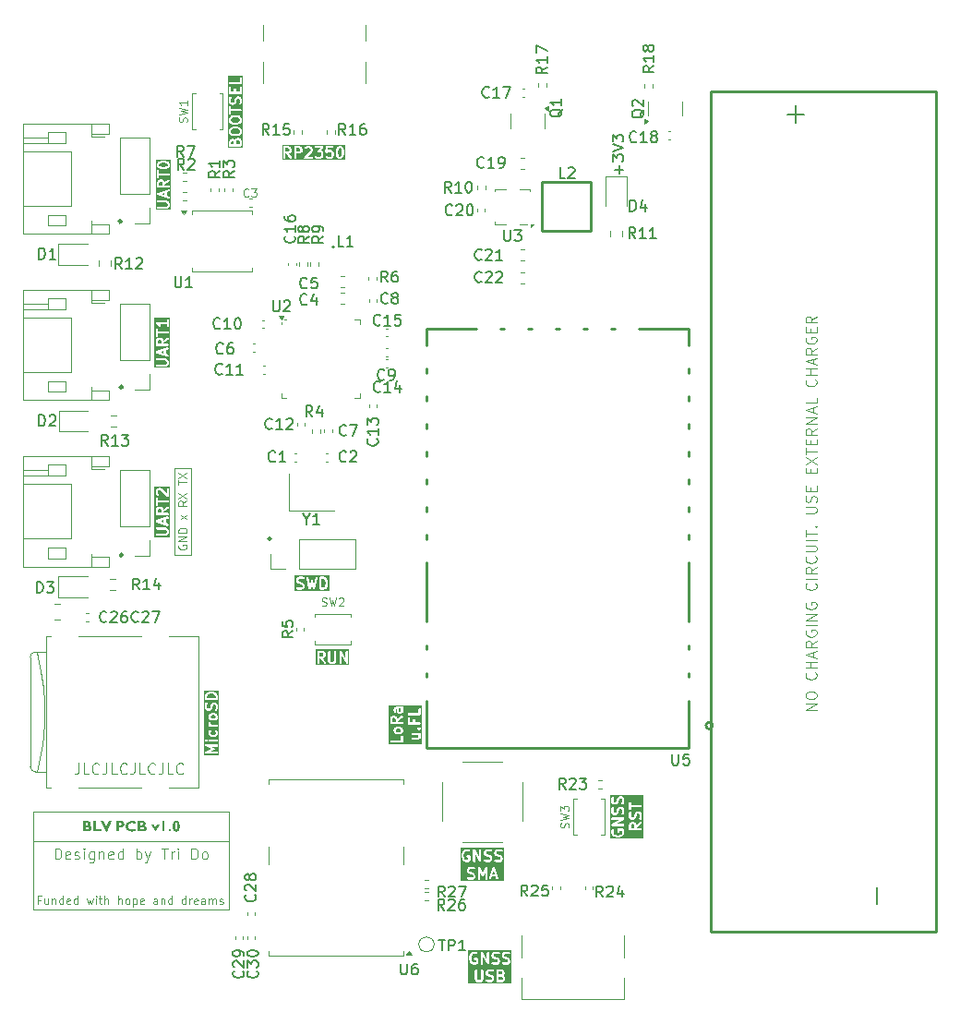
<source format=gbr>
%TF.GenerationSoftware,KiCad,Pcbnew,9.0.2*%
%TF.CreationDate,2025-12-08T13:49:20-08:00*%
%TF.ProjectId,BLV_PCB,424c565f-5043-4422-9e6b-696361645f70,rev?*%
%TF.SameCoordinates,Original*%
%TF.FileFunction,Legend,Top*%
%TF.FilePolarity,Positive*%
%FSLAX46Y46*%
G04 Gerber Fmt 4.6, Leading zero omitted, Abs format (unit mm)*
G04 Created by KiCad (PCBNEW 9.0.2) date 2025-12-08 13:49:20*
%MOMM*%
%LPD*%
G01*
G04 APERTURE LIST*
%ADD10C,0.100000*%
%ADD11C,0.250000*%
%ADD12C,0.080000*%
%ADD13C,0.200000*%
%ADD14C,0.093750*%
%ADD15C,0.150000*%
%ADD16C,0.120000*%
%ADD17C,0.191421*%
G04 APERTURE END LIST*
D10*
X131000000Y-115250000D02*
X149000000Y-115250000D01*
X149000000Y-121500000D01*
X131000000Y-121500000D01*
X131000000Y-115250000D01*
D11*
X139225000Y-89000000D02*
G75*
G02*
X138975000Y-89000000I-125000J0D01*
G01*
X138975000Y-89000000D02*
G75*
G02*
X139225000Y-89000000I125000J0D01*
G01*
D10*
X131000000Y-112500000D02*
X149000000Y-112500000D01*
X149000000Y-115250000D01*
X131000000Y-115250000D01*
X131000000Y-112500000D01*
D12*
X144000000Y-81000000D02*
X145500000Y-81000000D01*
X145500000Y-89000000D01*
X144000000Y-89000000D01*
X144000000Y-81000000D01*
D11*
X139125000Y-58400000D02*
G75*
G02*
X138875000Y-58400000I-125000J0D01*
G01*
X138875000Y-58400000D02*
G75*
G02*
X139125000Y-58400000I125000J0D01*
G01*
X139225000Y-73600000D02*
G75*
G02*
X138975000Y-73600000I-125000J0D01*
G01*
X138975000Y-73600000D02*
G75*
G02*
X139225000Y-73600000I125000J0D01*
G01*
X152825000Y-87500000D02*
G75*
G02*
X152575000Y-87500000I-125000J0D01*
G01*
X152575000Y-87500000D02*
G75*
G02*
X152825000Y-87500000I125000J0D01*
G01*
D10*
X131694360Y-120610157D02*
X131444360Y-120610157D01*
X131444360Y-121003014D02*
X131444360Y-120253014D01*
X131444360Y-120253014D02*
X131801503Y-120253014D01*
X132408646Y-120503014D02*
X132408646Y-121003014D01*
X132087217Y-120503014D02*
X132087217Y-120895871D01*
X132087217Y-120895871D02*
X132122931Y-120967300D01*
X132122931Y-120967300D02*
X132194360Y-121003014D01*
X132194360Y-121003014D02*
X132301503Y-121003014D01*
X132301503Y-121003014D02*
X132372931Y-120967300D01*
X132372931Y-120967300D02*
X132408646Y-120931585D01*
X132765788Y-120503014D02*
X132765788Y-121003014D01*
X132765788Y-120574442D02*
X132801502Y-120538728D01*
X132801502Y-120538728D02*
X132872931Y-120503014D01*
X132872931Y-120503014D02*
X132980074Y-120503014D01*
X132980074Y-120503014D02*
X133051502Y-120538728D01*
X133051502Y-120538728D02*
X133087217Y-120610157D01*
X133087217Y-120610157D02*
X133087217Y-121003014D01*
X133765788Y-121003014D02*
X133765788Y-120253014D01*
X133765788Y-120967300D02*
X133694359Y-121003014D01*
X133694359Y-121003014D02*
X133551502Y-121003014D01*
X133551502Y-121003014D02*
X133480073Y-120967300D01*
X133480073Y-120967300D02*
X133444359Y-120931585D01*
X133444359Y-120931585D02*
X133408645Y-120860157D01*
X133408645Y-120860157D02*
X133408645Y-120645871D01*
X133408645Y-120645871D02*
X133444359Y-120574442D01*
X133444359Y-120574442D02*
X133480073Y-120538728D01*
X133480073Y-120538728D02*
X133551502Y-120503014D01*
X133551502Y-120503014D02*
X133694359Y-120503014D01*
X133694359Y-120503014D02*
X133765788Y-120538728D01*
X134408644Y-120967300D02*
X134337216Y-121003014D01*
X134337216Y-121003014D02*
X134194359Y-121003014D01*
X134194359Y-121003014D02*
X134122930Y-120967300D01*
X134122930Y-120967300D02*
X134087216Y-120895871D01*
X134087216Y-120895871D02*
X134087216Y-120610157D01*
X134087216Y-120610157D02*
X134122930Y-120538728D01*
X134122930Y-120538728D02*
X134194359Y-120503014D01*
X134194359Y-120503014D02*
X134337216Y-120503014D01*
X134337216Y-120503014D02*
X134408644Y-120538728D01*
X134408644Y-120538728D02*
X134444359Y-120610157D01*
X134444359Y-120610157D02*
X134444359Y-120681585D01*
X134444359Y-120681585D02*
X134087216Y-120753014D01*
X135087216Y-121003014D02*
X135087216Y-120253014D01*
X135087216Y-120967300D02*
X135015787Y-121003014D01*
X135015787Y-121003014D02*
X134872930Y-121003014D01*
X134872930Y-121003014D02*
X134801501Y-120967300D01*
X134801501Y-120967300D02*
X134765787Y-120931585D01*
X134765787Y-120931585D02*
X134730073Y-120860157D01*
X134730073Y-120860157D02*
X134730073Y-120645871D01*
X134730073Y-120645871D02*
X134765787Y-120574442D01*
X134765787Y-120574442D02*
X134801501Y-120538728D01*
X134801501Y-120538728D02*
X134872930Y-120503014D01*
X134872930Y-120503014D02*
X135015787Y-120503014D01*
X135015787Y-120503014D02*
X135087216Y-120538728D01*
X135944358Y-120503014D02*
X136087216Y-121003014D01*
X136087216Y-121003014D02*
X136230073Y-120645871D01*
X136230073Y-120645871D02*
X136372930Y-121003014D01*
X136372930Y-121003014D02*
X136515787Y-120503014D01*
X136801501Y-121003014D02*
X136801501Y-120503014D01*
X136801501Y-120253014D02*
X136765787Y-120288728D01*
X136765787Y-120288728D02*
X136801501Y-120324442D01*
X136801501Y-120324442D02*
X136837215Y-120288728D01*
X136837215Y-120288728D02*
X136801501Y-120253014D01*
X136801501Y-120253014D02*
X136801501Y-120324442D01*
X137051501Y-120503014D02*
X137337215Y-120503014D01*
X137158644Y-120253014D02*
X137158644Y-120895871D01*
X137158644Y-120895871D02*
X137194358Y-120967300D01*
X137194358Y-120967300D02*
X137265787Y-121003014D01*
X137265787Y-121003014D02*
X137337215Y-121003014D01*
X137587215Y-121003014D02*
X137587215Y-120253014D01*
X137908644Y-121003014D02*
X137908644Y-120610157D01*
X137908644Y-120610157D02*
X137872929Y-120538728D01*
X137872929Y-120538728D02*
X137801501Y-120503014D01*
X137801501Y-120503014D02*
X137694358Y-120503014D01*
X137694358Y-120503014D02*
X137622929Y-120538728D01*
X137622929Y-120538728D02*
X137587215Y-120574442D01*
X138837215Y-121003014D02*
X138837215Y-120253014D01*
X139158644Y-121003014D02*
X139158644Y-120610157D01*
X139158644Y-120610157D02*
X139122929Y-120538728D01*
X139122929Y-120538728D02*
X139051501Y-120503014D01*
X139051501Y-120503014D02*
X138944358Y-120503014D01*
X138944358Y-120503014D02*
X138872929Y-120538728D01*
X138872929Y-120538728D02*
X138837215Y-120574442D01*
X139622929Y-121003014D02*
X139551500Y-120967300D01*
X139551500Y-120967300D02*
X139515786Y-120931585D01*
X139515786Y-120931585D02*
X139480072Y-120860157D01*
X139480072Y-120860157D02*
X139480072Y-120645871D01*
X139480072Y-120645871D02*
X139515786Y-120574442D01*
X139515786Y-120574442D02*
X139551500Y-120538728D01*
X139551500Y-120538728D02*
X139622929Y-120503014D01*
X139622929Y-120503014D02*
X139730072Y-120503014D01*
X139730072Y-120503014D02*
X139801500Y-120538728D01*
X139801500Y-120538728D02*
X139837215Y-120574442D01*
X139837215Y-120574442D02*
X139872929Y-120645871D01*
X139872929Y-120645871D02*
X139872929Y-120860157D01*
X139872929Y-120860157D02*
X139837215Y-120931585D01*
X139837215Y-120931585D02*
X139801500Y-120967300D01*
X139801500Y-120967300D02*
X139730072Y-121003014D01*
X139730072Y-121003014D02*
X139622929Y-121003014D01*
X140194357Y-120503014D02*
X140194357Y-121253014D01*
X140194357Y-120538728D02*
X140265786Y-120503014D01*
X140265786Y-120503014D02*
X140408643Y-120503014D01*
X140408643Y-120503014D02*
X140480071Y-120538728D01*
X140480071Y-120538728D02*
X140515786Y-120574442D01*
X140515786Y-120574442D02*
X140551500Y-120645871D01*
X140551500Y-120645871D02*
X140551500Y-120860157D01*
X140551500Y-120860157D02*
X140515786Y-120931585D01*
X140515786Y-120931585D02*
X140480071Y-120967300D01*
X140480071Y-120967300D02*
X140408643Y-121003014D01*
X140408643Y-121003014D02*
X140265786Y-121003014D01*
X140265786Y-121003014D02*
X140194357Y-120967300D01*
X141158642Y-120967300D02*
X141087214Y-121003014D01*
X141087214Y-121003014D02*
X140944357Y-121003014D01*
X140944357Y-121003014D02*
X140872928Y-120967300D01*
X140872928Y-120967300D02*
X140837214Y-120895871D01*
X140837214Y-120895871D02*
X140837214Y-120610157D01*
X140837214Y-120610157D02*
X140872928Y-120538728D01*
X140872928Y-120538728D02*
X140944357Y-120503014D01*
X140944357Y-120503014D02*
X141087214Y-120503014D01*
X141087214Y-120503014D02*
X141158642Y-120538728D01*
X141158642Y-120538728D02*
X141194357Y-120610157D01*
X141194357Y-120610157D02*
X141194357Y-120681585D01*
X141194357Y-120681585D02*
X140837214Y-120753014D01*
X142408643Y-121003014D02*
X142408643Y-120610157D01*
X142408643Y-120610157D02*
X142372928Y-120538728D01*
X142372928Y-120538728D02*
X142301500Y-120503014D01*
X142301500Y-120503014D02*
X142158643Y-120503014D01*
X142158643Y-120503014D02*
X142087214Y-120538728D01*
X142408643Y-120967300D02*
X142337214Y-121003014D01*
X142337214Y-121003014D02*
X142158643Y-121003014D01*
X142158643Y-121003014D02*
X142087214Y-120967300D01*
X142087214Y-120967300D02*
X142051500Y-120895871D01*
X142051500Y-120895871D02*
X142051500Y-120824442D01*
X142051500Y-120824442D02*
X142087214Y-120753014D01*
X142087214Y-120753014D02*
X142158643Y-120717300D01*
X142158643Y-120717300D02*
X142337214Y-120717300D01*
X142337214Y-120717300D02*
X142408643Y-120681585D01*
X142765785Y-120503014D02*
X142765785Y-121003014D01*
X142765785Y-120574442D02*
X142801499Y-120538728D01*
X142801499Y-120538728D02*
X142872928Y-120503014D01*
X142872928Y-120503014D02*
X142980071Y-120503014D01*
X142980071Y-120503014D02*
X143051499Y-120538728D01*
X143051499Y-120538728D02*
X143087214Y-120610157D01*
X143087214Y-120610157D02*
X143087214Y-121003014D01*
X143765785Y-121003014D02*
X143765785Y-120253014D01*
X143765785Y-120967300D02*
X143694356Y-121003014D01*
X143694356Y-121003014D02*
X143551499Y-121003014D01*
X143551499Y-121003014D02*
X143480070Y-120967300D01*
X143480070Y-120967300D02*
X143444356Y-120931585D01*
X143444356Y-120931585D02*
X143408642Y-120860157D01*
X143408642Y-120860157D02*
X143408642Y-120645871D01*
X143408642Y-120645871D02*
X143444356Y-120574442D01*
X143444356Y-120574442D02*
X143480070Y-120538728D01*
X143480070Y-120538728D02*
X143551499Y-120503014D01*
X143551499Y-120503014D02*
X143694356Y-120503014D01*
X143694356Y-120503014D02*
X143765785Y-120538728D01*
X145015785Y-121003014D02*
X145015785Y-120253014D01*
X145015785Y-120967300D02*
X144944356Y-121003014D01*
X144944356Y-121003014D02*
X144801499Y-121003014D01*
X144801499Y-121003014D02*
X144730070Y-120967300D01*
X144730070Y-120967300D02*
X144694356Y-120931585D01*
X144694356Y-120931585D02*
X144658642Y-120860157D01*
X144658642Y-120860157D02*
X144658642Y-120645871D01*
X144658642Y-120645871D02*
X144694356Y-120574442D01*
X144694356Y-120574442D02*
X144730070Y-120538728D01*
X144730070Y-120538728D02*
X144801499Y-120503014D01*
X144801499Y-120503014D02*
X144944356Y-120503014D01*
X144944356Y-120503014D02*
X145015785Y-120538728D01*
X145372927Y-121003014D02*
X145372927Y-120503014D01*
X145372927Y-120645871D02*
X145408641Y-120574442D01*
X145408641Y-120574442D02*
X145444356Y-120538728D01*
X145444356Y-120538728D02*
X145515784Y-120503014D01*
X145515784Y-120503014D02*
X145587213Y-120503014D01*
X146122927Y-120967300D02*
X146051499Y-121003014D01*
X146051499Y-121003014D02*
X145908642Y-121003014D01*
X145908642Y-121003014D02*
X145837213Y-120967300D01*
X145837213Y-120967300D02*
X145801499Y-120895871D01*
X145801499Y-120895871D02*
X145801499Y-120610157D01*
X145801499Y-120610157D02*
X145837213Y-120538728D01*
X145837213Y-120538728D02*
X145908642Y-120503014D01*
X145908642Y-120503014D02*
X146051499Y-120503014D01*
X146051499Y-120503014D02*
X146122927Y-120538728D01*
X146122927Y-120538728D02*
X146158642Y-120610157D01*
X146158642Y-120610157D02*
X146158642Y-120681585D01*
X146158642Y-120681585D02*
X145801499Y-120753014D01*
X146801499Y-121003014D02*
X146801499Y-120610157D01*
X146801499Y-120610157D02*
X146765784Y-120538728D01*
X146765784Y-120538728D02*
X146694356Y-120503014D01*
X146694356Y-120503014D02*
X146551499Y-120503014D01*
X146551499Y-120503014D02*
X146480070Y-120538728D01*
X146801499Y-120967300D02*
X146730070Y-121003014D01*
X146730070Y-121003014D02*
X146551499Y-121003014D01*
X146551499Y-121003014D02*
X146480070Y-120967300D01*
X146480070Y-120967300D02*
X146444356Y-120895871D01*
X146444356Y-120895871D02*
X146444356Y-120824442D01*
X146444356Y-120824442D02*
X146480070Y-120753014D01*
X146480070Y-120753014D02*
X146551499Y-120717300D01*
X146551499Y-120717300D02*
X146730070Y-120717300D01*
X146730070Y-120717300D02*
X146801499Y-120681585D01*
X147158641Y-121003014D02*
X147158641Y-120503014D01*
X147158641Y-120574442D02*
X147194355Y-120538728D01*
X147194355Y-120538728D02*
X147265784Y-120503014D01*
X147265784Y-120503014D02*
X147372927Y-120503014D01*
X147372927Y-120503014D02*
X147444355Y-120538728D01*
X147444355Y-120538728D02*
X147480070Y-120610157D01*
X147480070Y-120610157D02*
X147480070Y-121003014D01*
X147480070Y-120610157D02*
X147515784Y-120538728D01*
X147515784Y-120538728D02*
X147587212Y-120503014D01*
X147587212Y-120503014D02*
X147694355Y-120503014D01*
X147694355Y-120503014D02*
X147765784Y-120538728D01*
X147765784Y-120538728D02*
X147801498Y-120610157D01*
X147801498Y-120610157D02*
X147801498Y-121003014D01*
X148122927Y-120967300D02*
X148194355Y-121003014D01*
X148194355Y-121003014D02*
X148337212Y-121003014D01*
X148337212Y-121003014D02*
X148408641Y-120967300D01*
X148408641Y-120967300D02*
X148444355Y-120895871D01*
X148444355Y-120895871D02*
X148444355Y-120860157D01*
X148444355Y-120860157D02*
X148408641Y-120788728D01*
X148408641Y-120788728D02*
X148337212Y-120753014D01*
X148337212Y-120753014D02*
X148230070Y-120753014D01*
X148230070Y-120753014D02*
X148158641Y-120717300D01*
X148158641Y-120717300D02*
X148122927Y-120645871D01*
X148122927Y-120645871D02*
X148122927Y-120610157D01*
X148122927Y-120610157D02*
X148158641Y-120538728D01*
X148158641Y-120538728D02*
X148230070Y-120503014D01*
X148230070Y-120503014D02*
X148337212Y-120503014D01*
X148337212Y-120503014D02*
X148408641Y-120538728D01*
D13*
G36*
X186126526Y-113677424D02*
G01*
X186151195Y-113702092D01*
X186181000Y-113761702D01*
X186181000Y-114019047D01*
X185857191Y-114019047D01*
X185857191Y-113761702D01*
X185886996Y-113702092D01*
X185911664Y-113677423D01*
X185971274Y-113647619D01*
X186066917Y-113647619D01*
X186126526Y-113677424D01*
G37*
G36*
X186968302Y-114996824D02*
G01*
X183936136Y-114996824D01*
X183936136Y-114309523D01*
X184047247Y-114309523D01*
X184047247Y-114452380D01*
X184048219Y-114462253D01*
X184048032Y-114464887D01*
X184048819Y-114468350D01*
X184049168Y-114471889D01*
X184050179Y-114474331D01*
X184052379Y-114484003D01*
X184099998Y-114626859D01*
X184107989Y-114644760D01*
X184110344Y-114647475D01*
X184111719Y-114650794D01*
X184124155Y-114665948D01*
X184219393Y-114761186D01*
X184227059Y-114767477D01*
X184228792Y-114769475D01*
X184231803Y-114771370D01*
X184234547Y-114773622D01*
X184236984Y-114774631D01*
X184245383Y-114779918D01*
X184340620Y-114827537D01*
X184342048Y-114828083D01*
X184342628Y-114828513D01*
X184350804Y-114831434D01*
X184358929Y-114834543D01*
X184359649Y-114834594D01*
X184361088Y-114835108D01*
X184551564Y-114882727D01*
X184554945Y-114883227D01*
X184556309Y-114883792D01*
X184563659Y-114884515D01*
X184570957Y-114885595D01*
X184572415Y-114885377D01*
X184575818Y-114885713D01*
X184718675Y-114885713D01*
X184722077Y-114885377D01*
X184723536Y-114885595D01*
X184730833Y-114884515D01*
X184738184Y-114883792D01*
X184739547Y-114883227D01*
X184742929Y-114882727D01*
X184933404Y-114835108D01*
X184934841Y-114834594D01*
X184935564Y-114834543D01*
X184943688Y-114831434D01*
X184951865Y-114828513D01*
X184952445Y-114828082D01*
X184953872Y-114827537D01*
X185049110Y-114779918D01*
X185057502Y-114774635D01*
X185059946Y-114773623D01*
X185062695Y-114771366D01*
X185065700Y-114769475D01*
X185067429Y-114767480D01*
X185075099Y-114761186D01*
X185170339Y-114665948D01*
X185182775Y-114650795D01*
X185184150Y-114647475D01*
X185186505Y-114644760D01*
X185194496Y-114626860D01*
X185242115Y-114484003D01*
X185244314Y-114474330D01*
X185245326Y-114471889D01*
X185245674Y-114468351D01*
X185246462Y-114464888D01*
X185246274Y-114462253D01*
X185247247Y-114452380D01*
X185247247Y-114357142D01*
X185246274Y-114347268D01*
X185246462Y-114344634D01*
X185245674Y-114341170D01*
X185245326Y-114337633D01*
X185244314Y-114335191D01*
X185242115Y-114325519D01*
X185194496Y-114182662D01*
X185186505Y-114164762D01*
X185184150Y-114162046D01*
X185182775Y-114158727D01*
X185170338Y-114143573D01*
X185122718Y-114095955D01*
X185107565Y-114083518D01*
X185082074Y-114072960D01*
X185071517Y-114068587D01*
X185052008Y-114066666D01*
X184718675Y-114066666D01*
X184699166Y-114068587D01*
X184663118Y-114083519D01*
X184635528Y-114111109D01*
X184620596Y-114147157D01*
X184618675Y-114166666D01*
X184618675Y-114357142D01*
X184620596Y-114376651D01*
X184635528Y-114412699D01*
X184663118Y-114440289D01*
X184699166Y-114455221D01*
X184738184Y-114455221D01*
X184774232Y-114440289D01*
X184801822Y-114412699D01*
X184816754Y-114376651D01*
X184818675Y-114357142D01*
X184818675Y-114266666D01*
X185010588Y-114266666D01*
X185012225Y-114268303D01*
X185047247Y-114373368D01*
X185047247Y-114436153D01*
X185012225Y-114541218D01*
X184945155Y-114608288D01*
X184874246Y-114643742D01*
X184706365Y-114685713D01*
X184588127Y-114685713D01*
X184420246Y-114643742D01*
X184349341Y-114608290D01*
X184282268Y-114541217D01*
X184247247Y-114436153D01*
X184247247Y-114333130D01*
X184284309Y-114259007D01*
X184291315Y-114240698D01*
X184294081Y-114201778D01*
X184281742Y-114164762D01*
X184256177Y-114135285D01*
X184221279Y-114117836D01*
X184182359Y-114115071D01*
X184145343Y-114127409D01*
X184115866Y-114152974D01*
X184105423Y-114169564D01*
X184057804Y-114264802D01*
X184050798Y-114283110D01*
X184050543Y-114286693D01*
X184049168Y-114290014D01*
X184047247Y-114309523D01*
X183936136Y-114309523D01*
X183936136Y-113731109D01*
X184047491Y-113731109D01*
X184049168Y-113744302D01*
X184049168Y-113757603D01*
X184051607Y-113763491D01*
X184052411Y-113769816D01*
X184059011Y-113781365D01*
X184064100Y-113793651D01*
X184068607Y-113798158D01*
X184071770Y-113803693D01*
X184082284Y-113811835D01*
X184091690Y-113821241D01*
X184097580Y-113823680D01*
X184102619Y-113827583D01*
X184115447Y-113831081D01*
X184127738Y-113836173D01*
X184137715Y-113837155D01*
X184140262Y-113837850D01*
X184142229Y-113837599D01*
X184147247Y-113838094D01*
X185147247Y-113838094D01*
X185166756Y-113836173D01*
X185202804Y-113821241D01*
X185230394Y-113793651D01*
X185245326Y-113757603D01*
X185245326Y-113738095D01*
X185657191Y-113738095D01*
X185657191Y-114119047D01*
X185659112Y-114138556D01*
X185674044Y-114174604D01*
X185701634Y-114202194D01*
X185737682Y-114217126D01*
X185757191Y-114219047D01*
X186757191Y-114219047D01*
X186776700Y-114217126D01*
X186812748Y-114202194D01*
X186840338Y-114174604D01*
X186855270Y-114138556D01*
X186855270Y-114099538D01*
X186840338Y-114063490D01*
X186812748Y-114035900D01*
X186776700Y-114020968D01*
X186757191Y-114019047D01*
X186381000Y-114019047D01*
X186381000Y-113933017D01*
X186814537Y-113629542D01*
X186829418Y-113616781D01*
X186850387Y-113583876D01*
X186857168Y-113545451D01*
X186848728Y-113507357D01*
X186826353Y-113475392D01*
X186793448Y-113454423D01*
X186755024Y-113447642D01*
X186716929Y-113456082D01*
X186699845Y-113465696D01*
X186371319Y-113695663D01*
X186370443Y-113693373D01*
X186322824Y-113598136D01*
X186317538Y-113589739D01*
X186316528Y-113587299D01*
X186314274Y-113584553D01*
X186312381Y-113581545D01*
X186310383Y-113579812D01*
X186304091Y-113572146D01*
X186256473Y-113524527D01*
X186248802Y-113518232D01*
X186247073Y-113516238D01*
X186244065Y-113514344D01*
X186241319Y-113512091D01*
X186238879Y-113511080D01*
X186230483Y-113505795D01*
X186135245Y-113458176D01*
X186116937Y-113451170D01*
X186113353Y-113450915D01*
X186110033Y-113449540D01*
X186090524Y-113447619D01*
X185947667Y-113447619D01*
X185928158Y-113449540D01*
X185924837Y-113450915D01*
X185921254Y-113451170D01*
X185902945Y-113458176D01*
X185807708Y-113505795D01*
X185799311Y-113511080D01*
X185796871Y-113512091D01*
X185794125Y-113514344D01*
X185791117Y-113516238D01*
X185789384Y-113518235D01*
X185781718Y-113524528D01*
X185734099Y-113572146D01*
X185727804Y-113579816D01*
X185725810Y-113581546D01*
X185723916Y-113584553D01*
X185721663Y-113587300D01*
X185720652Y-113589739D01*
X185715367Y-113598136D01*
X185667748Y-113693374D01*
X185660742Y-113711682D01*
X185660487Y-113715265D01*
X185659112Y-113718586D01*
X185657191Y-113738095D01*
X185245326Y-113738095D01*
X185245326Y-113718585D01*
X185230394Y-113682537D01*
X185202804Y-113654947D01*
X185166756Y-113640015D01*
X185147247Y-113638094D01*
X184523803Y-113638094D01*
X185196861Y-113253490D01*
X185200971Y-113250571D01*
X185202804Y-113249813D01*
X185204670Y-113247946D01*
X185212846Y-113242143D01*
X185220990Y-113231626D01*
X185230394Y-113222223D01*
X185232832Y-113216335D01*
X185236737Y-113211294D01*
X185240236Y-113198461D01*
X185245326Y-113186175D01*
X185245326Y-113179799D01*
X185247003Y-113173650D01*
X185245326Y-113160456D01*
X185245326Y-113147157D01*
X185242886Y-113141268D01*
X185242083Y-113134944D01*
X185235482Y-113123394D01*
X185230394Y-113111109D01*
X185225886Y-113106601D01*
X185222724Y-113101067D01*
X185212207Y-113092922D01*
X185202804Y-113083519D01*
X185196916Y-113081080D01*
X185191875Y-113077176D01*
X185179042Y-113073676D01*
X185166756Y-113068587D01*
X185156778Y-113067604D01*
X185154232Y-113066910D01*
X185152264Y-113067160D01*
X185147247Y-113066666D01*
X184147247Y-113066666D01*
X184127738Y-113068587D01*
X184091690Y-113083519D01*
X184064100Y-113111109D01*
X184049168Y-113147157D01*
X184049168Y-113186175D01*
X184064100Y-113222223D01*
X184091690Y-113249813D01*
X184127738Y-113264745D01*
X184147247Y-113266666D01*
X184770691Y-113266666D01*
X184097633Y-113651270D01*
X184093522Y-113654188D01*
X184091690Y-113654947D01*
X184089823Y-113656813D01*
X184081648Y-113662617D01*
X184073505Y-113673131D01*
X184064100Y-113682537D01*
X184061660Y-113688427D01*
X184057758Y-113693466D01*
X184054259Y-113706294D01*
X184049168Y-113718585D01*
X184049168Y-113724960D01*
X184047491Y-113731109D01*
X183936136Y-113731109D01*
X183936136Y-112309523D01*
X184047247Y-112309523D01*
X184047247Y-112547618D01*
X184049168Y-112567127D01*
X184050543Y-112570447D01*
X184050798Y-112574031D01*
X184057804Y-112592339D01*
X184105423Y-112687577D01*
X184110708Y-112695973D01*
X184111719Y-112698413D01*
X184113972Y-112701159D01*
X184115866Y-112704167D01*
X184117860Y-112705896D01*
X184124155Y-112713567D01*
X184171774Y-112761185D01*
X184179440Y-112767477D01*
X184181173Y-112769475D01*
X184184181Y-112771368D01*
X184186927Y-112773622D01*
X184189367Y-112774632D01*
X184197764Y-112779918D01*
X184293001Y-112827537D01*
X184311310Y-112834543D01*
X184314893Y-112834797D01*
X184318214Y-112836173D01*
X184337723Y-112838094D01*
X184432961Y-112838094D01*
X184452470Y-112836173D01*
X184455790Y-112834797D01*
X184459374Y-112834543D01*
X184477682Y-112827537D01*
X184572920Y-112779918D01*
X184581316Y-112774632D01*
X184583756Y-112773622D01*
X184586502Y-112771368D01*
X184589510Y-112769475D01*
X184591239Y-112767480D01*
X184598910Y-112761186D01*
X184646528Y-112713567D01*
X184652820Y-112705900D01*
X184654818Y-112704168D01*
X184656711Y-112701159D01*
X184658965Y-112698414D01*
X184659975Y-112695973D01*
X184665261Y-112687577D01*
X184712880Y-112592340D01*
X184713426Y-112590911D01*
X184713856Y-112590332D01*
X184716777Y-112582155D01*
X184719886Y-112574031D01*
X184719937Y-112573310D01*
X184720451Y-112571872D01*
X184765407Y-112392046D01*
X184800861Y-112321139D01*
X184825529Y-112296470D01*
X184885139Y-112266666D01*
X184933163Y-112266666D01*
X184992774Y-112296472D01*
X185017442Y-112321139D01*
X185047247Y-112380749D01*
X185047247Y-112579010D01*
X185004760Y-112706471D01*
X185000413Y-112725587D01*
X185003179Y-112764507D01*
X185020629Y-112799406D01*
X185050105Y-112824971D01*
X185087121Y-112837309D01*
X185126041Y-112834543D01*
X185160940Y-112817093D01*
X185186505Y-112787617D01*
X185194496Y-112769717D01*
X185205037Y-112738095D01*
X185657191Y-112738095D01*
X185657191Y-112976190D01*
X185659112Y-112995699D01*
X185660487Y-112999019D01*
X185660742Y-113002603D01*
X185667748Y-113020911D01*
X185715367Y-113116149D01*
X185720652Y-113124545D01*
X185721663Y-113126985D01*
X185723916Y-113129731D01*
X185725810Y-113132739D01*
X185727804Y-113134468D01*
X185734099Y-113142139D01*
X185781718Y-113189757D01*
X185789384Y-113196049D01*
X185791117Y-113198047D01*
X185794125Y-113199940D01*
X185796871Y-113202194D01*
X185799311Y-113203204D01*
X185807708Y-113208490D01*
X185902945Y-113256109D01*
X185921254Y-113263115D01*
X185924837Y-113263369D01*
X185928158Y-113264745D01*
X185947667Y-113266666D01*
X186042905Y-113266666D01*
X186062414Y-113264745D01*
X186065734Y-113263369D01*
X186069318Y-113263115D01*
X186087626Y-113256109D01*
X186182864Y-113208490D01*
X186191260Y-113203204D01*
X186193700Y-113202194D01*
X186196446Y-113199940D01*
X186199454Y-113198047D01*
X186201183Y-113196052D01*
X186208854Y-113189758D01*
X186256472Y-113142139D01*
X186262764Y-113134472D01*
X186264762Y-113132740D01*
X186266655Y-113129731D01*
X186268909Y-113126986D01*
X186269919Y-113124545D01*
X186275205Y-113116149D01*
X186322824Y-113020912D01*
X186323370Y-113019483D01*
X186323800Y-113018904D01*
X186326721Y-113010727D01*
X186329830Y-113002603D01*
X186329881Y-113001882D01*
X186330395Y-113000444D01*
X186375351Y-112820618D01*
X186410805Y-112749711D01*
X186435473Y-112725042D01*
X186495083Y-112695238D01*
X186543107Y-112695238D01*
X186602718Y-112725044D01*
X186627386Y-112749711D01*
X186657191Y-112809321D01*
X186657191Y-113007582D01*
X186614704Y-113135043D01*
X186610357Y-113154159D01*
X186613123Y-113193079D01*
X186630573Y-113227978D01*
X186660049Y-113253543D01*
X186697065Y-113265881D01*
X186735985Y-113263115D01*
X186770884Y-113245665D01*
X186796449Y-113216189D01*
X186804440Y-113198289D01*
X186852059Y-113055432D01*
X186854258Y-113045759D01*
X186855270Y-113043318D01*
X186855618Y-113039780D01*
X186856406Y-113036317D01*
X186856218Y-113033682D01*
X186857191Y-113023809D01*
X186857191Y-112785714D01*
X186855270Y-112766205D01*
X186853894Y-112762884D01*
X186853640Y-112759301D01*
X186846634Y-112740992D01*
X186799015Y-112645755D01*
X186793729Y-112637358D01*
X186792719Y-112634918D01*
X186790465Y-112632172D01*
X186788572Y-112629164D01*
X186786575Y-112627432D01*
X186780282Y-112619764D01*
X186732662Y-112572146D01*
X186724992Y-112565851D01*
X186723263Y-112563857D01*
X186720258Y-112561965D01*
X186717509Y-112559709D01*
X186715065Y-112558697D01*
X186706673Y-112553414D01*
X186611435Y-112505795D01*
X186593127Y-112498789D01*
X186589543Y-112498534D01*
X186586223Y-112497159D01*
X186566714Y-112495238D01*
X186471476Y-112495238D01*
X186451967Y-112497159D01*
X186448646Y-112498534D01*
X186445063Y-112498789D01*
X186426754Y-112505795D01*
X186331517Y-112553414D01*
X186323120Y-112558699D01*
X186320680Y-112559710D01*
X186317934Y-112561963D01*
X186314926Y-112563857D01*
X186313193Y-112565854D01*
X186305527Y-112572147D01*
X186257908Y-112619765D01*
X186251613Y-112627435D01*
X186249619Y-112629165D01*
X186247725Y-112632172D01*
X186245472Y-112634919D01*
X186244461Y-112637358D01*
X186239176Y-112645755D01*
X186191557Y-112740993D01*
X186191011Y-112742419D01*
X186190581Y-112743000D01*
X186187659Y-112751176D01*
X186184551Y-112759301D01*
X186184499Y-112760023D01*
X186183986Y-112761461D01*
X186139029Y-112941285D01*
X186103576Y-113012192D01*
X186078907Y-113036860D01*
X186019298Y-113066666D01*
X185971274Y-113066666D01*
X185911664Y-113036861D01*
X185886996Y-113012192D01*
X185857191Y-112952582D01*
X185857191Y-112754322D01*
X185899678Y-112626861D01*
X185904025Y-112607746D01*
X185901259Y-112568826D01*
X185883809Y-112533927D01*
X185854333Y-112508362D01*
X185817317Y-112496023D01*
X185778397Y-112498790D01*
X185743498Y-112516239D01*
X185717933Y-112545715D01*
X185709942Y-112563616D01*
X185662323Y-112706472D01*
X185660123Y-112716143D01*
X185659112Y-112718586D01*
X185658763Y-112722124D01*
X185657976Y-112725588D01*
X185658163Y-112728221D01*
X185657191Y-112738095D01*
X185205037Y-112738095D01*
X185242115Y-112626860D01*
X185244314Y-112617187D01*
X185245326Y-112614746D01*
X185245674Y-112611208D01*
X185246462Y-112607745D01*
X185246274Y-112605110D01*
X185247247Y-112595237D01*
X185247247Y-112357142D01*
X185245326Y-112337633D01*
X185243950Y-112334312D01*
X185243696Y-112330729D01*
X185236690Y-112312420D01*
X185189071Y-112217183D01*
X185183785Y-112208786D01*
X185182775Y-112206346D01*
X185180521Y-112203600D01*
X185178628Y-112200592D01*
X185176631Y-112198860D01*
X185170338Y-112191192D01*
X185122718Y-112143574D01*
X185115048Y-112137279D01*
X185113319Y-112135285D01*
X185110314Y-112133393D01*
X185107565Y-112131137D01*
X185105121Y-112130125D01*
X185096729Y-112124842D01*
X185001491Y-112077223D01*
X184983183Y-112070217D01*
X184979599Y-112069962D01*
X184976279Y-112068587D01*
X184956770Y-112066666D01*
X184861532Y-112066666D01*
X184842023Y-112068587D01*
X184838702Y-112069962D01*
X184835119Y-112070217D01*
X184816810Y-112077223D01*
X184721573Y-112124842D01*
X184713176Y-112130127D01*
X184710736Y-112131138D01*
X184707990Y-112133391D01*
X184704982Y-112135285D01*
X184703249Y-112137282D01*
X184695583Y-112143575D01*
X184647964Y-112191193D01*
X184641669Y-112198863D01*
X184639675Y-112200593D01*
X184637781Y-112203600D01*
X184635528Y-112206347D01*
X184634517Y-112208786D01*
X184629232Y-112217183D01*
X184581613Y-112312421D01*
X184581067Y-112313847D01*
X184580637Y-112314428D01*
X184577715Y-112322604D01*
X184574607Y-112330729D01*
X184574555Y-112331451D01*
X184574042Y-112332889D01*
X184529085Y-112512713D01*
X184493632Y-112583620D01*
X184468963Y-112608288D01*
X184409354Y-112638094D01*
X184361330Y-112638094D01*
X184301720Y-112608289D01*
X184277052Y-112583620D01*
X184247247Y-112524010D01*
X184247247Y-112325750D01*
X184289734Y-112198289D01*
X184294081Y-112179174D01*
X184291315Y-112140254D01*
X184273865Y-112105355D01*
X184244389Y-112079790D01*
X184207373Y-112067451D01*
X184168453Y-112070218D01*
X184133554Y-112087667D01*
X184107989Y-112117143D01*
X184099998Y-112135044D01*
X184052379Y-112277900D01*
X184050179Y-112287571D01*
X184049168Y-112290014D01*
X184048819Y-112293552D01*
X184048032Y-112297016D01*
X184048219Y-112299649D01*
X184047247Y-112309523D01*
X183936136Y-112309523D01*
X183936136Y-111357142D01*
X184047247Y-111357142D01*
X184047247Y-111595237D01*
X184049168Y-111614746D01*
X184050543Y-111618066D01*
X184050798Y-111621650D01*
X184057804Y-111639958D01*
X184105423Y-111735196D01*
X184110708Y-111743592D01*
X184111719Y-111746032D01*
X184113972Y-111748778D01*
X184115866Y-111751786D01*
X184117860Y-111753515D01*
X184124155Y-111761186D01*
X184171774Y-111808804D01*
X184179440Y-111815096D01*
X184181173Y-111817094D01*
X184184181Y-111818987D01*
X184186927Y-111821241D01*
X184189367Y-111822251D01*
X184197764Y-111827537D01*
X184293001Y-111875156D01*
X184311310Y-111882162D01*
X184314893Y-111882416D01*
X184318214Y-111883792D01*
X184337723Y-111885713D01*
X184432961Y-111885713D01*
X184452470Y-111883792D01*
X184455790Y-111882416D01*
X184459374Y-111882162D01*
X184477682Y-111875156D01*
X184572920Y-111827537D01*
X184581316Y-111822251D01*
X184583756Y-111821241D01*
X184586502Y-111818987D01*
X184589510Y-111817094D01*
X184591239Y-111815099D01*
X184598910Y-111808805D01*
X184646528Y-111761186D01*
X184652820Y-111753519D01*
X184654818Y-111751787D01*
X184656711Y-111748778D01*
X184658965Y-111746033D01*
X184659975Y-111743592D01*
X184665261Y-111735196D01*
X184712880Y-111639959D01*
X184713426Y-111638530D01*
X184713856Y-111637951D01*
X184716777Y-111629774D01*
X184719886Y-111621650D01*
X184719937Y-111620929D01*
X184720451Y-111619491D01*
X184765407Y-111439665D01*
X184800861Y-111368758D01*
X184825529Y-111344089D01*
X184885139Y-111314285D01*
X184933163Y-111314285D01*
X184992774Y-111344091D01*
X185017442Y-111368758D01*
X185047247Y-111428368D01*
X185047247Y-111626629D01*
X185004760Y-111754090D01*
X185000413Y-111773206D01*
X185003179Y-111812126D01*
X185020629Y-111847025D01*
X185050105Y-111872590D01*
X185087121Y-111884928D01*
X185126041Y-111882162D01*
X185160940Y-111864712D01*
X185186505Y-111835236D01*
X185194496Y-111817336D01*
X185220910Y-111738095D01*
X185657191Y-111738095D01*
X185657191Y-112309523D01*
X185659112Y-112329032D01*
X185674044Y-112365080D01*
X185701634Y-112392670D01*
X185737682Y-112407602D01*
X185776700Y-112407602D01*
X185812748Y-112392670D01*
X185840338Y-112365080D01*
X185855270Y-112329032D01*
X185857191Y-112309523D01*
X185857191Y-112123809D01*
X186757191Y-112123809D01*
X186776700Y-112121888D01*
X186812748Y-112106956D01*
X186840338Y-112079366D01*
X186855270Y-112043318D01*
X186855270Y-112004300D01*
X186840338Y-111968252D01*
X186812748Y-111940662D01*
X186776700Y-111925730D01*
X186757191Y-111923809D01*
X185857191Y-111923809D01*
X185857191Y-111738095D01*
X185855270Y-111718586D01*
X185840338Y-111682538D01*
X185812748Y-111654948D01*
X185776700Y-111640016D01*
X185737682Y-111640016D01*
X185701634Y-111654948D01*
X185674044Y-111682538D01*
X185659112Y-111718586D01*
X185657191Y-111738095D01*
X185220910Y-111738095D01*
X185242115Y-111674479D01*
X185244314Y-111664806D01*
X185245326Y-111662365D01*
X185245674Y-111658827D01*
X185246462Y-111655364D01*
X185246274Y-111652729D01*
X185247247Y-111642856D01*
X185247247Y-111404761D01*
X185245326Y-111385252D01*
X185243950Y-111381931D01*
X185243696Y-111378348D01*
X185236690Y-111360039D01*
X185189071Y-111264802D01*
X185183785Y-111256405D01*
X185182775Y-111253965D01*
X185180521Y-111251219D01*
X185178628Y-111248211D01*
X185176631Y-111246479D01*
X185170338Y-111238811D01*
X185122718Y-111191193D01*
X185115048Y-111184898D01*
X185113319Y-111182904D01*
X185110314Y-111181012D01*
X185107565Y-111178756D01*
X185105121Y-111177744D01*
X185096729Y-111172461D01*
X185001491Y-111124842D01*
X184983183Y-111117836D01*
X184979599Y-111117581D01*
X184976279Y-111116206D01*
X184956770Y-111114285D01*
X184861532Y-111114285D01*
X184842023Y-111116206D01*
X184838702Y-111117581D01*
X184835119Y-111117836D01*
X184816810Y-111124842D01*
X184721573Y-111172461D01*
X184713176Y-111177746D01*
X184710736Y-111178757D01*
X184707990Y-111181010D01*
X184704982Y-111182904D01*
X184703249Y-111184901D01*
X184695583Y-111191194D01*
X184647964Y-111238812D01*
X184641669Y-111246482D01*
X184639675Y-111248212D01*
X184637781Y-111251219D01*
X184635528Y-111253966D01*
X184634517Y-111256405D01*
X184629232Y-111264802D01*
X184581613Y-111360040D01*
X184581067Y-111361466D01*
X184580637Y-111362047D01*
X184577715Y-111370223D01*
X184574607Y-111378348D01*
X184574555Y-111379070D01*
X184574042Y-111380508D01*
X184529085Y-111560332D01*
X184493632Y-111631239D01*
X184468963Y-111655907D01*
X184409354Y-111685713D01*
X184361330Y-111685713D01*
X184301720Y-111655908D01*
X184277052Y-111631239D01*
X184247247Y-111571629D01*
X184247247Y-111373369D01*
X184289734Y-111245908D01*
X184294081Y-111226793D01*
X184291315Y-111187873D01*
X184273865Y-111152974D01*
X184244389Y-111127409D01*
X184207373Y-111115070D01*
X184168453Y-111117837D01*
X184133554Y-111135286D01*
X184107989Y-111164762D01*
X184099998Y-111182663D01*
X184052379Y-111325519D01*
X184050179Y-111335190D01*
X184049168Y-111337633D01*
X184048819Y-111341171D01*
X184048032Y-111344635D01*
X184048219Y-111347268D01*
X184047247Y-111357142D01*
X183936136Y-111357142D01*
X183936136Y-111003174D01*
X186968302Y-111003174D01*
X186968302Y-114996824D01*
G37*
G36*
X147712746Y-103688704D02*
G01*
X147737414Y-103713371D01*
X147767219Y-103772981D01*
X147767219Y-103868624D01*
X147737414Y-103928233D01*
X147712746Y-103952900D01*
X147653135Y-103982707D01*
X147414635Y-103982707D01*
X147355025Y-103952902D01*
X147330357Y-103928233D01*
X147300552Y-103868623D01*
X147300552Y-103772981D01*
X147330357Y-103713371D01*
X147355025Y-103688702D01*
X147414635Y-103658898D01*
X147653135Y-103658898D01*
X147712746Y-103688704D01*
G37*
G36*
X147594218Y-101748487D02*
G01*
X147665127Y-101783941D01*
X147732197Y-101851011D01*
X147767219Y-101956076D01*
X147767219Y-102077945D01*
X146967219Y-102077945D01*
X146967219Y-101956077D01*
X147002240Y-101851012D01*
X147069313Y-101783940D01*
X147140218Y-101748487D01*
X147308099Y-101706517D01*
X147426337Y-101706517D01*
X147594218Y-101748487D01*
G37*
G36*
X148078330Y-107341437D02*
G01*
X146656108Y-107341437D01*
X146656108Y-106478843D01*
X146768378Y-106478843D01*
X146769140Y-106480938D01*
X146769140Y-106483169D01*
X146775784Y-106499210D01*
X146781713Y-106515512D01*
X146783218Y-106517155D01*
X146784072Y-106519217D01*
X146796345Y-106531490D01*
X146808064Y-106544287D01*
X146810708Y-106545853D01*
X146811662Y-106546807D01*
X146813843Y-106547710D01*
X146824930Y-106554278D01*
X147345034Y-106796993D01*
X146824930Y-107039708D01*
X146813843Y-107046275D01*
X146811662Y-107047179D01*
X146810708Y-107048132D01*
X146808064Y-107049699D01*
X146796345Y-107062495D01*
X146784072Y-107074769D01*
X146783218Y-107076830D01*
X146781713Y-107078474D01*
X146775784Y-107094775D01*
X146769140Y-107110817D01*
X146769140Y-107113047D01*
X146768378Y-107115143D01*
X146769140Y-107132482D01*
X146769140Y-107149835D01*
X146769993Y-107151894D01*
X146770091Y-107154123D01*
X146777432Y-107169853D01*
X146784072Y-107185883D01*
X146785648Y-107187459D01*
X146786592Y-107189481D01*
X146799388Y-107201199D01*
X146811662Y-107213473D01*
X146813723Y-107214326D01*
X146815367Y-107215832D01*
X146831668Y-107221760D01*
X146847710Y-107228405D01*
X146850768Y-107228706D01*
X146852036Y-107229167D01*
X146854395Y-107229063D01*
X146867219Y-107230326D01*
X147867219Y-107230326D01*
X147886728Y-107228405D01*
X147922776Y-107213473D01*
X147950366Y-107185883D01*
X147965298Y-107149835D01*
X147965298Y-107110817D01*
X147950366Y-107074769D01*
X147922776Y-107047179D01*
X147886728Y-107032247D01*
X147867219Y-107030326D01*
X147317975Y-107030326D01*
X147623793Y-106887611D01*
X147630934Y-106883380D01*
X147633356Y-106882500D01*
X147635068Y-106880931D01*
X147640659Y-106877620D01*
X147650919Y-106866415D01*
X147662132Y-106856148D01*
X147664011Y-106852120D01*
X147667011Y-106848845D01*
X147672202Y-106834569D01*
X147678632Y-106820791D01*
X147678827Y-106816350D01*
X147680345Y-106812176D01*
X147679677Y-106796993D01*
X147680345Y-106781810D01*
X147678827Y-106777635D01*
X147678632Y-106773195D01*
X147672202Y-106759416D01*
X147667011Y-106745141D01*
X147664011Y-106741865D01*
X147662132Y-106737838D01*
X147650919Y-106727570D01*
X147640659Y-106716366D01*
X147635068Y-106713054D01*
X147633356Y-106711486D01*
X147630934Y-106710605D01*
X147623793Y-106706375D01*
X147317975Y-106563660D01*
X147867219Y-106563660D01*
X147886728Y-106561739D01*
X147922776Y-106546807D01*
X147950366Y-106519217D01*
X147965298Y-106483169D01*
X147965298Y-106444151D01*
X147950366Y-106408103D01*
X147922776Y-106380513D01*
X147886728Y-106365581D01*
X147867219Y-106363660D01*
X146867219Y-106363660D01*
X146854395Y-106364922D01*
X146852036Y-106364819D01*
X146850768Y-106365279D01*
X146847710Y-106365581D01*
X146831668Y-106372225D01*
X146815367Y-106378154D01*
X146813723Y-106379659D01*
X146811662Y-106380513D01*
X146799388Y-106392786D01*
X146786592Y-106404505D01*
X146785648Y-106406526D01*
X146784072Y-106408103D01*
X146777432Y-106424132D01*
X146770091Y-106439863D01*
X146769993Y-106442091D01*
X146769140Y-106444151D01*
X146769140Y-106461503D01*
X146768378Y-106478843D01*
X146656108Y-106478843D01*
X146656108Y-105967960D01*
X146769140Y-105967960D01*
X146769140Y-106006978D01*
X146784072Y-106043026D01*
X146796508Y-106058180D01*
X146844127Y-106105798D01*
X146859280Y-106118235D01*
X146869838Y-106122608D01*
X146895329Y-106133167D01*
X146934347Y-106133167D01*
X146970395Y-106118235D01*
X146985549Y-106105799D01*
X147033167Y-106058180D01*
X147045604Y-106043027D01*
X147056973Y-106015579D01*
X147060536Y-106006978D01*
X147060536Y-105967960D01*
X147102473Y-105967960D01*
X147102473Y-106006978D01*
X147117405Y-106043026D01*
X147144995Y-106070616D01*
X147181043Y-106085548D01*
X147200552Y-106087469D01*
X147867219Y-106087469D01*
X147886728Y-106085548D01*
X147922776Y-106070616D01*
X147950366Y-106043026D01*
X147965298Y-106006978D01*
X147965298Y-105967960D01*
X147950366Y-105931912D01*
X147922776Y-105904322D01*
X147886728Y-105889390D01*
X147867219Y-105887469D01*
X147200552Y-105887469D01*
X147181043Y-105889390D01*
X147144995Y-105904322D01*
X147117405Y-105931912D01*
X147102473Y-105967960D01*
X147060536Y-105967960D01*
X147045604Y-105931912D01*
X147045604Y-105931911D01*
X147033167Y-105916758D01*
X146985549Y-105869139D01*
X146970395Y-105856703D01*
X146934347Y-105841771D01*
X146895329Y-105841771D01*
X146869838Y-105852329D01*
X146859280Y-105856703D01*
X146844127Y-105869140D01*
X146796508Y-105916758D01*
X146784073Y-105931911D01*
X146784072Y-105931912D01*
X146769140Y-105967960D01*
X146656108Y-105967960D01*
X146656108Y-105177946D01*
X147100552Y-105177946D01*
X147100552Y-105368422D01*
X147102473Y-105387931D01*
X147103848Y-105391251D01*
X147104103Y-105394835D01*
X147111109Y-105413143D01*
X147158728Y-105508381D01*
X147164013Y-105516777D01*
X147165024Y-105519217D01*
X147167277Y-105521963D01*
X147169171Y-105524971D01*
X147171165Y-105526700D01*
X147177460Y-105534371D01*
X147225079Y-105581989D01*
X147232745Y-105588281D01*
X147234478Y-105590279D01*
X147237486Y-105592172D01*
X147240232Y-105594426D01*
X147242672Y-105595436D01*
X147251069Y-105600722D01*
X147346306Y-105648341D01*
X147364615Y-105655347D01*
X147368198Y-105655601D01*
X147371519Y-105656977D01*
X147391028Y-105658898D01*
X147676742Y-105658898D01*
X147696251Y-105656977D01*
X147699571Y-105655601D01*
X147703155Y-105655347D01*
X147721463Y-105648341D01*
X147816701Y-105600722D01*
X147825093Y-105595438D01*
X147827537Y-105594427D01*
X147830286Y-105592170D01*
X147833291Y-105590279D01*
X147835020Y-105588284D01*
X147842690Y-105581990D01*
X147890310Y-105534372D01*
X147896603Y-105526703D01*
X147898600Y-105524972D01*
X147900493Y-105521963D01*
X147902747Y-105519218D01*
X147903757Y-105516777D01*
X147909043Y-105508381D01*
X147956662Y-105413144D01*
X147963668Y-105394835D01*
X147963922Y-105391251D01*
X147965298Y-105387931D01*
X147967219Y-105368422D01*
X147967219Y-105177946D01*
X147965298Y-105158437D01*
X147963922Y-105155116D01*
X147963668Y-105151533D01*
X147956662Y-105133224D01*
X147909043Y-105037987D01*
X147898600Y-105021396D01*
X147869123Y-104995832D01*
X147832107Y-104983493D01*
X147793187Y-104986259D01*
X147758288Y-105003708D01*
X147732724Y-105033185D01*
X147720385Y-105070201D01*
X147723151Y-105109121D01*
X147730157Y-105127429D01*
X147767219Y-105201553D01*
X147767219Y-105344815D01*
X147737414Y-105404424D01*
X147712746Y-105429091D01*
X147653135Y-105458898D01*
X147414635Y-105458898D01*
X147355025Y-105429093D01*
X147330357Y-105404424D01*
X147300552Y-105344814D01*
X147300552Y-105201553D01*
X147337614Y-105127430D01*
X147344620Y-105109121D01*
X147347386Y-105070201D01*
X147335047Y-105033185D01*
X147309482Y-105003708D01*
X147274584Y-104986259D01*
X147235664Y-104983494D01*
X147198648Y-104995832D01*
X147169171Y-105021397D01*
X147158728Y-105037987D01*
X147111109Y-105133225D01*
X147104103Y-105151533D01*
X147103848Y-105155116D01*
X147102473Y-105158437D01*
X147100552Y-105177946D01*
X146656108Y-105177946D01*
X146656108Y-104368422D01*
X147100552Y-104368422D01*
X147100552Y-104463660D01*
X147102473Y-104483169D01*
X147103848Y-104486489D01*
X147104103Y-104490073D01*
X147111109Y-104508381D01*
X147143273Y-104572710D01*
X147117405Y-104598579D01*
X147102473Y-104634627D01*
X147102473Y-104673645D01*
X147117405Y-104709693D01*
X147144995Y-104737283D01*
X147181043Y-104752215D01*
X147200552Y-104754136D01*
X147867219Y-104754136D01*
X147886728Y-104752215D01*
X147922776Y-104737283D01*
X147950366Y-104709693D01*
X147965298Y-104673645D01*
X147965298Y-104634627D01*
X147950366Y-104598579D01*
X147922776Y-104570989D01*
X147886728Y-104556057D01*
X147867219Y-104554136D01*
X147414635Y-104554136D01*
X147355025Y-104524331D01*
X147330357Y-104499662D01*
X147300552Y-104440052D01*
X147300552Y-104368422D01*
X147298631Y-104348913D01*
X147283699Y-104312865D01*
X147256109Y-104285275D01*
X147220061Y-104270343D01*
X147181043Y-104270343D01*
X147144995Y-104285275D01*
X147117405Y-104312865D01*
X147102473Y-104348913D01*
X147100552Y-104368422D01*
X146656108Y-104368422D01*
X146656108Y-103749374D01*
X147100552Y-103749374D01*
X147100552Y-103892231D01*
X147102473Y-103911740D01*
X147103848Y-103915060D01*
X147104103Y-103918644D01*
X147111109Y-103936952D01*
X147158728Y-104032190D01*
X147164013Y-104040586D01*
X147165024Y-104043026D01*
X147167277Y-104045772D01*
X147169171Y-104048780D01*
X147171165Y-104050509D01*
X147177460Y-104058180D01*
X147225079Y-104105798D01*
X147232745Y-104112090D01*
X147234478Y-104114088D01*
X147237486Y-104115981D01*
X147240232Y-104118235D01*
X147242672Y-104119245D01*
X147251069Y-104124531D01*
X147346306Y-104172150D01*
X147364615Y-104179156D01*
X147368198Y-104179410D01*
X147371519Y-104180786D01*
X147391028Y-104182707D01*
X147676742Y-104182707D01*
X147696251Y-104180786D01*
X147699571Y-104179410D01*
X147703155Y-104179156D01*
X147721463Y-104172150D01*
X147816701Y-104124531D01*
X147825093Y-104119247D01*
X147827537Y-104118236D01*
X147830286Y-104115979D01*
X147833291Y-104114088D01*
X147835020Y-104112093D01*
X147842690Y-104105799D01*
X147890310Y-104058181D01*
X147896603Y-104050512D01*
X147898600Y-104048781D01*
X147900493Y-104045772D01*
X147902747Y-104043027D01*
X147903757Y-104040586D01*
X147909043Y-104032190D01*
X147956662Y-103936953D01*
X147963668Y-103918644D01*
X147963922Y-103915060D01*
X147965298Y-103911740D01*
X147967219Y-103892231D01*
X147967219Y-103749374D01*
X147965298Y-103729865D01*
X147963922Y-103726544D01*
X147963668Y-103722961D01*
X147956662Y-103704652D01*
X147909043Y-103609415D01*
X147903757Y-103601018D01*
X147902747Y-103598578D01*
X147900493Y-103595832D01*
X147898600Y-103592824D01*
X147896603Y-103591092D01*
X147890310Y-103583424D01*
X147842690Y-103535806D01*
X147835020Y-103529511D01*
X147833291Y-103527517D01*
X147830286Y-103525625D01*
X147827537Y-103523369D01*
X147825093Y-103522357D01*
X147816701Y-103517074D01*
X147721463Y-103469455D01*
X147703155Y-103462449D01*
X147699571Y-103462194D01*
X147696251Y-103460819D01*
X147676742Y-103458898D01*
X147391028Y-103458898D01*
X147371519Y-103460819D01*
X147368198Y-103462194D01*
X147364615Y-103462449D01*
X147346306Y-103469455D01*
X147251069Y-103517074D01*
X147242672Y-103522359D01*
X147240232Y-103523370D01*
X147237486Y-103525623D01*
X147234478Y-103527517D01*
X147232745Y-103529514D01*
X147225079Y-103535807D01*
X147177460Y-103583425D01*
X147171165Y-103591095D01*
X147169171Y-103592825D01*
X147167277Y-103595832D01*
X147165024Y-103598579D01*
X147164013Y-103601018D01*
X147158728Y-103609415D01*
X147111109Y-103704653D01*
X147104103Y-103722961D01*
X147103848Y-103726544D01*
X147102473Y-103729865D01*
X147100552Y-103749374D01*
X146656108Y-103749374D01*
X146656108Y-102749374D01*
X146767219Y-102749374D01*
X146767219Y-102987469D01*
X146769140Y-103006978D01*
X146770515Y-103010298D01*
X146770770Y-103013882D01*
X146777776Y-103032190D01*
X146825395Y-103127428D01*
X146830680Y-103135824D01*
X146831691Y-103138264D01*
X146833944Y-103141010D01*
X146835838Y-103144018D01*
X146837832Y-103145747D01*
X146844127Y-103153418D01*
X146891746Y-103201036D01*
X146899412Y-103207328D01*
X146901145Y-103209326D01*
X146904153Y-103211219D01*
X146906899Y-103213473D01*
X146909339Y-103214483D01*
X146917736Y-103219769D01*
X147012973Y-103267388D01*
X147031282Y-103274394D01*
X147034865Y-103274648D01*
X147038186Y-103276024D01*
X147057695Y-103277945D01*
X147152933Y-103277945D01*
X147172442Y-103276024D01*
X147175762Y-103274648D01*
X147179346Y-103274394D01*
X147197654Y-103267388D01*
X147292892Y-103219769D01*
X147301288Y-103214483D01*
X147303728Y-103213473D01*
X147306474Y-103211219D01*
X147309482Y-103209326D01*
X147311211Y-103207331D01*
X147318882Y-103201037D01*
X147366500Y-103153418D01*
X147372792Y-103145751D01*
X147374790Y-103144019D01*
X147376683Y-103141010D01*
X147378937Y-103138265D01*
X147379947Y-103135824D01*
X147385233Y-103127428D01*
X147432852Y-103032191D01*
X147433398Y-103030762D01*
X147433828Y-103030183D01*
X147436749Y-103022006D01*
X147439858Y-103013882D01*
X147439909Y-103013161D01*
X147440423Y-103011723D01*
X147485379Y-102831897D01*
X147520833Y-102760990D01*
X147545501Y-102736321D01*
X147605111Y-102706517D01*
X147653135Y-102706517D01*
X147712746Y-102736323D01*
X147737414Y-102760990D01*
X147767219Y-102820600D01*
X147767219Y-103018861D01*
X147724732Y-103146322D01*
X147720385Y-103165438D01*
X147723151Y-103204358D01*
X147740601Y-103239257D01*
X147770077Y-103264822D01*
X147807093Y-103277160D01*
X147846013Y-103274394D01*
X147880912Y-103256944D01*
X147906477Y-103227468D01*
X147914468Y-103209568D01*
X147962087Y-103066711D01*
X147964286Y-103057038D01*
X147965298Y-103054597D01*
X147965646Y-103051059D01*
X147966434Y-103047596D01*
X147966246Y-103044961D01*
X147967219Y-103035088D01*
X147967219Y-102796993D01*
X147965298Y-102777484D01*
X147963922Y-102774163D01*
X147963668Y-102770580D01*
X147956662Y-102752271D01*
X147909043Y-102657034D01*
X147903757Y-102648637D01*
X147902747Y-102646197D01*
X147900493Y-102643451D01*
X147898600Y-102640443D01*
X147896603Y-102638711D01*
X147890310Y-102631043D01*
X147842690Y-102583425D01*
X147835020Y-102577130D01*
X147833291Y-102575136D01*
X147830286Y-102573244D01*
X147827537Y-102570988D01*
X147825093Y-102569976D01*
X147816701Y-102564693D01*
X147721463Y-102517074D01*
X147703155Y-102510068D01*
X147699571Y-102509813D01*
X147696251Y-102508438D01*
X147676742Y-102506517D01*
X147581504Y-102506517D01*
X147561995Y-102508438D01*
X147558674Y-102509813D01*
X147555091Y-102510068D01*
X147536782Y-102517074D01*
X147441545Y-102564693D01*
X147433148Y-102569978D01*
X147430708Y-102570989D01*
X147427962Y-102573242D01*
X147424954Y-102575136D01*
X147423221Y-102577133D01*
X147415555Y-102583426D01*
X147367936Y-102631044D01*
X147361641Y-102638714D01*
X147359647Y-102640444D01*
X147357753Y-102643451D01*
X147355500Y-102646198D01*
X147354489Y-102648637D01*
X147349204Y-102657034D01*
X147301585Y-102752272D01*
X147301039Y-102753698D01*
X147300609Y-102754279D01*
X147297687Y-102762455D01*
X147294579Y-102770580D01*
X147294527Y-102771302D01*
X147294014Y-102772740D01*
X147249057Y-102952564D01*
X147213604Y-103023471D01*
X147188935Y-103048139D01*
X147129326Y-103077945D01*
X147081302Y-103077945D01*
X147021692Y-103048140D01*
X146997024Y-103023471D01*
X146967219Y-102963861D01*
X146967219Y-102765601D01*
X147009706Y-102638140D01*
X147014053Y-102619025D01*
X147011287Y-102580105D01*
X146993837Y-102545206D01*
X146964361Y-102519641D01*
X146927345Y-102507302D01*
X146888425Y-102510069D01*
X146853526Y-102527518D01*
X146827961Y-102556994D01*
X146819970Y-102574895D01*
X146772351Y-102717751D01*
X146770151Y-102727422D01*
X146769140Y-102729865D01*
X146768791Y-102733403D01*
X146768004Y-102736867D01*
X146768191Y-102739500D01*
X146767219Y-102749374D01*
X146656108Y-102749374D01*
X146656108Y-101939850D01*
X146767219Y-101939850D01*
X146767219Y-102177945D01*
X146769140Y-102197454D01*
X146784072Y-102233502D01*
X146811662Y-102261092D01*
X146847710Y-102276024D01*
X146867219Y-102277945D01*
X147867219Y-102277945D01*
X147886728Y-102276024D01*
X147922776Y-102261092D01*
X147950366Y-102233502D01*
X147965298Y-102197454D01*
X147967219Y-102177945D01*
X147967219Y-101939850D01*
X147966246Y-101929976D01*
X147966434Y-101927342D01*
X147965646Y-101923878D01*
X147965298Y-101920341D01*
X147964286Y-101917899D01*
X147962087Y-101908227D01*
X147914468Y-101765370D01*
X147906477Y-101747470D01*
X147904122Y-101744754D01*
X147902747Y-101741435D01*
X147890311Y-101726282D01*
X147795071Y-101631044D01*
X147787401Y-101624749D01*
X147785672Y-101622755D01*
X147782667Y-101620863D01*
X147779918Y-101618607D01*
X147777474Y-101617594D01*
X147769082Y-101612312D01*
X147673844Y-101564693D01*
X147672417Y-101564147D01*
X147671837Y-101563717D01*
X147663660Y-101560795D01*
X147655536Y-101557687D01*
X147654813Y-101557635D01*
X147653376Y-101557122D01*
X147462901Y-101509503D01*
X147459519Y-101509002D01*
X147458156Y-101508438D01*
X147450805Y-101507714D01*
X147443508Y-101506635D01*
X147442049Y-101506852D01*
X147438647Y-101506517D01*
X147295790Y-101506517D01*
X147292387Y-101506852D01*
X147290929Y-101506635D01*
X147283631Y-101507714D01*
X147276281Y-101508438D01*
X147274917Y-101509002D01*
X147271536Y-101509503D01*
X147081060Y-101557122D01*
X147079621Y-101557635D01*
X147078901Y-101557687D01*
X147070776Y-101560795D01*
X147062600Y-101563717D01*
X147062020Y-101564146D01*
X147060592Y-101564693D01*
X146965355Y-101612312D01*
X146956956Y-101617598D01*
X146954519Y-101618608D01*
X146951775Y-101620859D01*
X146948764Y-101622755D01*
X146947031Y-101624752D01*
X146939365Y-101631044D01*
X146844127Y-101726282D01*
X146831691Y-101741436D01*
X146830316Y-101744754D01*
X146827961Y-101747470D01*
X146819970Y-101765371D01*
X146772351Y-101908227D01*
X146770151Y-101917898D01*
X146769140Y-101920341D01*
X146768791Y-101923879D01*
X146768004Y-101927343D01*
X146768191Y-101929976D01*
X146767219Y-101939850D01*
X146656108Y-101939850D01*
X146656108Y-101395406D01*
X148078330Y-101395406D01*
X148078330Y-107341437D01*
G37*
G36*
X157586627Y-97997024D02*
G01*
X157611296Y-98021692D01*
X157641101Y-98081302D01*
X157641101Y-98176945D01*
X157611296Y-98236554D01*
X157586627Y-98261222D01*
X157527018Y-98291028D01*
X157269673Y-98291028D01*
X157269673Y-97967219D01*
X157527018Y-97967219D01*
X157586627Y-97997024D01*
G37*
G36*
X159999831Y-99078330D02*
G01*
X156958562Y-99078330D01*
X156958562Y-97867219D01*
X157069673Y-97867219D01*
X157069673Y-98867219D01*
X157071594Y-98886728D01*
X157086526Y-98922776D01*
X157114116Y-98950366D01*
X157150164Y-98965298D01*
X157189182Y-98965298D01*
X157225230Y-98950366D01*
X157252820Y-98922776D01*
X157267752Y-98886728D01*
X157269673Y-98867219D01*
X157269673Y-98491028D01*
X157355703Y-98491028D01*
X157659178Y-98924565D01*
X157671939Y-98939446D01*
X157704844Y-98960415D01*
X157743269Y-98967196D01*
X157781363Y-98958756D01*
X157813328Y-98936381D01*
X157834297Y-98903476D01*
X157841078Y-98865052D01*
X157832638Y-98826957D01*
X157823024Y-98809873D01*
X157593056Y-98481347D01*
X157595346Y-98480471D01*
X157690584Y-98432852D01*
X157698980Y-98427566D01*
X157701420Y-98426556D01*
X157704166Y-98424302D01*
X157707174Y-98422409D01*
X157708903Y-98420414D01*
X157716574Y-98414120D01*
X157764192Y-98366501D01*
X157770484Y-98358834D01*
X157772482Y-98357102D01*
X157774375Y-98354093D01*
X157776629Y-98351348D01*
X157777639Y-98348907D01*
X157782925Y-98340511D01*
X157830544Y-98245274D01*
X157837550Y-98226965D01*
X157837804Y-98223381D01*
X157839180Y-98220061D01*
X157841101Y-98200552D01*
X157841101Y-98057695D01*
X157839180Y-98038186D01*
X157837804Y-98034865D01*
X157837550Y-98031282D01*
X157830544Y-98012973D01*
X157782925Y-97917736D01*
X157777639Y-97909339D01*
X157776629Y-97906899D01*
X157774375Y-97904153D01*
X157772482Y-97901145D01*
X157770484Y-97899412D01*
X157764192Y-97891746D01*
X157739666Y-97867219D01*
X158069673Y-97867219D01*
X158069673Y-98676742D01*
X158071594Y-98696251D01*
X158072969Y-98699571D01*
X158073224Y-98703155D01*
X158080230Y-98721463D01*
X158127849Y-98816701D01*
X158133132Y-98825093D01*
X158134144Y-98827537D01*
X158136400Y-98830286D01*
X158138292Y-98833291D01*
X158140286Y-98835020D01*
X158146581Y-98842690D01*
X158194199Y-98890310D01*
X158201867Y-98896603D01*
X158203599Y-98898600D01*
X158206607Y-98900493D01*
X158209353Y-98902747D01*
X158211793Y-98903757D01*
X158220190Y-98909043D01*
X158315427Y-98956662D01*
X158333736Y-98963668D01*
X158337319Y-98963922D01*
X158340640Y-98965298D01*
X158360149Y-98967219D01*
X158550625Y-98967219D01*
X158570134Y-98965298D01*
X158573454Y-98963922D01*
X158577038Y-98963668D01*
X158595346Y-98956662D01*
X158690584Y-98909043D01*
X158698979Y-98903758D01*
X158701421Y-98902747D01*
X158704168Y-98900491D01*
X158707174Y-98898600D01*
X158708904Y-98896605D01*
X158716574Y-98890310D01*
X158764193Y-98842690D01*
X158770485Y-98835023D01*
X158772482Y-98833292D01*
X158774375Y-98830284D01*
X158776630Y-98827537D01*
X158777641Y-98825095D01*
X158782925Y-98816701D01*
X158830544Y-98721464D01*
X158837550Y-98703155D01*
X158837804Y-98699571D01*
X158839180Y-98696251D01*
X158841101Y-98676742D01*
X158841101Y-97867219D01*
X159117292Y-97867219D01*
X159117292Y-98867219D01*
X159119213Y-98886728D01*
X159134145Y-98922776D01*
X159161735Y-98950366D01*
X159197783Y-98965298D01*
X159236801Y-98965298D01*
X159272849Y-98950366D01*
X159300439Y-98922776D01*
X159315371Y-98886728D01*
X159317292Y-98867219D01*
X159317292Y-98243775D01*
X159701896Y-98916833D01*
X159704814Y-98920943D01*
X159705573Y-98922776D01*
X159707439Y-98924642D01*
X159713243Y-98932818D01*
X159723759Y-98940962D01*
X159733163Y-98950366D01*
X159739050Y-98952804D01*
X159744092Y-98956709D01*
X159756924Y-98960208D01*
X159769211Y-98965298D01*
X159775587Y-98965298D01*
X159781736Y-98966975D01*
X159794929Y-98965298D01*
X159808229Y-98965298D01*
X159814117Y-98962858D01*
X159820442Y-98962055D01*
X159831991Y-98955454D01*
X159844277Y-98950366D01*
X159848784Y-98945858D01*
X159854319Y-98942696D01*
X159862463Y-98932179D01*
X159871867Y-98922776D01*
X159874305Y-98916888D01*
X159878210Y-98911847D01*
X159881709Y-98899014D01*
X159886799Y-98886728D01*
X159887781Y-98876750D01*
X159888476Y-98874204D01*
X159888225Y-98872236D01*
X159888720Y-98867219D01*
X159888720Y-97867219D01*
X159886799Y-97847710D01*
X159871867Y-97811662D01*
X159844277Y-97784072D01*
X159808229Y-97769140D01*
X159769211Y-97769140D01*
X159733163Y-97784072D01*
X159705573Y-97811662D01*
X159690641Y-97847710D01*
X159688720Y-97867219D01*
X159688720Y-98490662D01*
X159304116Y-97817605D01*
X159301197Y-97813494D01*
X159300439Y-97811662D01*
X159298572Y-97809795D01*
X159292769Y-97801620D01*
X159282254Y-97793477D01*
X159272849Y-97784072D01*
X159266958Y-97781632D01*
X159261920Y-97777730D01*
X159249091Y-97774231D01*
X159236801Y-97769140D01*
X159230426Y-97769140D01*
X159224277Y-97767463D01*
X159211084Y-97769140D01*
X159197783Y-97769140D01*
X159191894Y-97771579D01*
X159185570Y-97772383D01*
X159174020Y-97778983D01*
X159161735Y-97784072D01*
X159157227Y-97788579D01*
X159151693Y-97791742D01*
X159143550Y-97802256D01*
X159134145Y-97811662D01*
X159131705Y-97817552D01*
X159127803Y-97822591D01*
X159124304Y-97835419D01*
X159119213Y-97847710D01*
X159118230Y-97857687D01*
X159117536Y-97860234D01*
X159117786Y-97862201D01*
X159117292Y-97867219D01*
X158841101Y-97867219D01*
X158839180Y-97847710D01*
X158824248Y-97811662D01*
X158796658Y-97784072D01*
X158760610Y-97769140D01*
X158721592Y-97769140D01*
X158685544Y-97784072D01*
X158657954Y-97811662D01*
X158643022Y-97847710D01*
X158641101Y-97867219D01*
X158641101Y-98653135D01*
X158611296Y-98712743D01*
X158586627Y-98737413D01*
X158527018Y-98767219D01*
X158383756Y-98767219D01*
X158324146Y-98737414D01*
X158299479Y-98712746D01*
X158269673Y-98653134D01*
X158269673Y-97867219D01*
X158267752Y-97847710D01*
X158252820Y-97811662D01*
X158225230Y-97784072D01*
X158189182Y-97769140D01*
X158150164Y-97769140D01*
X158114116Y-97784072D01*
X158086526Y-97811662D01*
X158071594Y-97847710D01*
X158069673Y-97867219D01*
X157739666Y-97867219D01*
X157716574Y-97844127D01*
X157708903Y-97837832D01*
X157707174Y-97835838D01*
X157704166Y-97833944D01*
X157701420Y-97831691D01*
X157698980Y-97830680D01*
X157690584Y-97825395D01*
X157595346Y-97777776D01*
X157577038Y-97770770D01*
X157573454Y-97770515D01*
X157570134Y-97769140D01*
X157550625Y-97767219D01*
X157169673Y-97767219D01*
X157150164Y-97769140D01*
X157114116Y-97784072D01*
X157086526Y-97811662D01*
X157071594Y-97847710D01*
X157069673Y-97867219D01*
X156958562Y-97867219D01*
X156958562Y-97656108D01*
X159999831Y-97656108D01*
X159999831Y-99078330D01*
G37*
G36*
X136064967Y-113381490D02*
G01*
X136127045Y-113395543D01*
X136179112Y-113417594D01*
X136222784Y-113447245D01*
X136260890Y-113485680D01*
X136286792Y-113525880D01*
X136302036Y-113568507D01*
X136307170Y-113614612D01*
X136302065Y-113661325D01*
X136287186Y-113702658D01*
X136262346Y-113739878D01*
X136226277Y-113773735D01*
X136176744Y-113804389D01*
X136239208Y-113827101D01*
X136288680Y-113857723D01*
X136327320Y-113896102D01*
X136356287Y-113942191D01*
X136373648Y-113992841D01*
X136379588Y-114049426D01*
X136373976Y-114110223D01*
X136357819Y-114163331D01*
X136331428Y-114210252D01*
X136294164Y-114252025D01*
X136249701Y-114284305D01*
X136194599Y-114308602D01*
X136126588Y-114324314D01*
X136042838Y-114330000D01*
X135578288Y-114330000D01*
X135578288Y-114154145D01*
X135816059Y-114154145D01*
X135949904Y-114154145D01*
X136013397Y-114150524D01*
X136057265Y-114141254D01*
X136086497Y-114128194D01*
X136108948Y-114107603D01*
X136123010Y-114078567D01*
X136128201Y-114038068D01*
X136123712Y-114007228D01*
X136110716Y-113981685D01*
X136088573Y-113960094D01*
X136060755Y-113944775D01*
X136026037Y-113934951D01*
X135982694Y-113931395D01*
X135816059Y-113931395D01*
X135816059Y-114154145D01*
X135578288Y-114154145D01*
X135578288Y-113755540D01*
X135816059Y-113755540D01*
X135940378Y-113755540D01*
X135977580Y-113751938D01*
X136006814Y-113741998D01*
X136029832Y-113726353D01*
X136047725Y-113705113D01*
X136058313Y-113680956D01*
X136061950Y-113652897D01*
X136058318Y-113625350D01*
X136047741Y-113601682D01*
X136029832Y-113580907D01*
X136006862Y-113565612D01*
X135977628Y-113555867D01*
X135940378Y-113552330D01*
X135816059Y-113552330D01*
X135816059Y-113755540D01*
X135578288Y-113755540D01*
X135578288Y-113376475D01*
X135990876Y-113376475D01*
X136064967Y-113381490D01*
G37*
G36*
X137282798Y-114154145D02*
G01*
X137282798Y-114330000D01*
X136555260Y-114330000D01*
X136555260Y-113376475D01*
X136793030Y-113376475D01*
X136793030Y-114154145D01*
X137282798Y-114154145D01*
G37*
G36*
X138228690Y-113376475D02*
G01*
X137787404Y-114345631D01*
X137684272Y-114345631D01*
X137222470Y-113376475D01*
X137481368Y-113376475D01*
X137733426Y-113919672D01*
X137972540Y-113376475D01*
X138228690Y-113376475D01*
G37*
G36*
X139144046Y-113382221D02*
G01*
X139205120Y-113398514D01*
X139257468Y-113424561D01*
X139302503Y-113460434D01*
X139340464Y-113505172D01*
X139366814Y-113552622D01*
X139382573Y-113603538D01*
X139387927Y-113659003D01*
X139382564Y-113716716D01*
X139366865Y-113769151D01*
X139340803Y-113817443D01*
X139303541Y-113862397D01*
X139258966Y-113898517D01*
X139206864Y-113924768D01*
X139145766Y-113941216D01*
X139073709Y-113947027D01*
X138884482Y-113947027D01*
X138884482Y-114330000D01*
X138646772Y-114330000D01*
X138646772Y-113771172D01*
X138884482Y-113771172D01*
X138995124Y-113771172D01*
X139054736Y-113765546D01*
X139095155Y-113750971D01*
X139121727Y-113729403D01*
X139137662Y-113700506D01*
X139143379Y-113661751D01*
X139138410Y-113622914D01*
X139125027Y-113595454D01*
X139103751Y-113576327D01*
X139075901Y-113564379D01*
X139032669Y-113555744D01*
X138968501Y-113552330D01*
X138884482Y-113552330D01*
X138884482Y-113771172D01*
X138646772Y-113771172D01*
X138646772Y-113376475D01*
X139072366Y-113376475D01*
X139144046Y-113382221D01*
G37*
G36*
X140443972Y-114040816D02*
G01*
X140443972Y-114250193D01*
X140352516Y-114292300D01*
X140259949Y-114321970D01*
X140165655Y-114339697D01*
X140068937Y-114345631D01*
X139966398Y-114339353D01*
X139876268Y-114321417D01*
X139796793Y-114292778D01*
X139726493Y-114253831D01*
X139664227Y-114204398D01*
X139609366Y-114144470D01*
X139567593Y-114080498D01*
X139537867Y-114011832D01*
X139519783Y-113937520D01*
X139513590Y-113856352D01*
X139520025Y-113775603D01*
X139538890Y-113701185D01*
X139570063Y-113631886D01*
X139614142Y-113566762D01*
X139672409Y-113505191D01*
X139738038Y-113454393D01*
X139811157Y-113414527D01*
X139892811Y-113385352D01*
X139984351Y-113367176D01*
X140087378Y-113360844D01*
X140189859Y-113366597D01*
X140280637Y-113383063D01*
X140361254Y-113409361D01*
X140433042Y-113445047D01*
X140433042Y-113657843D01*
X140343038Y-113613210D01*
X140258888Y-113583034D01*
X140179677Y-113565732D01*
X140104475Y-113560146D01*
X140028824Y-113565736D01*
X139963139Y-113581684D01*
X139905783Y-113607251D01*
X139855469Y-113642395D01*
X139812771Y-113686835D01*
X139782994Y-113735808D01*
X139765003Y-113790301D01*
X139758810Y-113851833D01*
X139764928Y-113913832D01*
X139782695Y-113968800D01*
X139812060Y-114018228D01*
X139854065Y-114063103D01*
X139903822Y-114098792D01*
X139960235Y-114124643D01*
X140024536Y-114140710D01*
X140098308Y-114146329D01*
X140171028Y-114141400D01*
X140240396Y-114126789D01*
X140316151Y-114099415D01*
X140443972Y-114040816D01*
G37*
G36*
X141119817Y-113381490D02*
G01*
X141181895Y-113395543D01*
X141233962Y-113417594D01*
X141277634Y-113447245D01*
X141315740Y-113485680D01*
X141341642Y-113525880D01*
X141356886Y-113568507D01*
X141362020Y-113614612D01*
X141356915Y-113661325D01*
X141342036Y-113702658D01*
X141317196Y-113739878D01*
X141281127Y-113773735D01*
X141231594Y-113804389D01*
X141294058Y-113827101D01*
X141343530Y-113857723D01*
X141382170Y-113896102D01*
X141411137Y-113942191D01*
X141428498Y-113992841D01*
X141434438Y-114049426D01*
X141428826Y-114110223D01*
X141412669Y-114163331D01*
X141386278Y-114210252D01*
X141349014Y-114252025D01*
X141304551Y-114284305D01*
X141249449Y-114308602D01*
X141181438Y-114324314D01*
X141097688Y-114330000D01*
X140633138Y-114330000D01*
X140633138Y-114154145D01*
X140870909Y-114154145D01*
X141004754Y-114154145D01*
X141068247Y-114150524D01*
X141112115Y-114141254D01*
X141141347Y-114128194D01*
X141163798Y-114107603D01*
X141177860Y-114078567D01*
X141183051Y-114038068D01*
X141178562Y-114007228D01*
X141165566Y-113981685D01*
X141143423Y-113960094D01*
X141115605Y-113944775D01*
X141080887Y-113934951D01*
X141037544Y-113931395D01*
X140870909Y-113931395D01*
X140870909Y-114154145D01*
X140633138Y-114154145D01*
X140633138Y-113755540D01*
X140870909Y-113755540D01*
X140995228Y-113755540D01*
X141032430Y-113751938D01*
X141061664Y-113741998D01*
X141084682Y-113726353D01*
X141102575Y-113705113D01*
X141113163Y-113680956D01*
X141116800Y-113652897D01*
X141113168Y-113625350D01*
X141102591Y-113601682D01*
X141084682Y-113580907D01*
X141061712Y-113565612D01*
X141032478Y-113555867D01*
X140995228Y-113552330D01*
X140870909Y-113552330D01*
X140870909Y-113755540D01*
X140633138Y-113755540D01*
X140633138Y-113376475D01*
X141045726Y-113376475D01*
X141119817Y-113381490D01*
G37*
G36*
X142192995Y-114341723D02*
G01*
X141895141Y-113685198D01*
X142112334Y-113685198D01*
X142248988Y-114039778D01*
X142387657Y-113685198D01*
X142602835Y-113685198D01*
X142306385Y-114341723D01*
X142192995Y-114341723D01*
G37*
G36*
X143094007Y-113376475D02*
G01*
X143094007Y-114330000D01*
X142882920Y-114330000D01*
X142882920Y-113376475D01*
X143094007Y-113376475D01*
G37*
G36*
X143444313Y-114224487D02*
G01*
X143448317Y-114192824D01*
X143460102Y-114164668D01*
X143480155Y-114139063D01*
X143505868Y-114119083D01*
X143534127Y-114107334D01*
X143565884Y-114103342D01*
X143598124Y-114107355D01*
X143626596Y-114119125D01*
X143652285Y-114139063D01*
X143672375Y-114164673D01*
X143684179Y-114192828D01*
X143688189Y-114224487D01*
X143684154Y-114256579D01*
X143672328Y-114284842D01*
X143652285Y-114310277D01*
X143626622Y-114329995D01*
X143598148Y-114341653D01*
X143565884Y-114345631D01*
X143534103Y-114341674D01*
X143505842Y-114330036D01*
X143480155Y-114310277D01*
X143460149Y-114284846D01*
X143448341Y-114256583D01*
X143444313Y-114224487D01*
G37*
G36*
X144202574Y-113366242D02*
G01*
X144254476Y-113381853D01*
X144300883Y-113407461D01*
X144342737Y-113443724D01*
X144380495Y-113492124D01*
X144415584Y-113558552D01*
X144442208Y-113638431D01*
X144459388Y-113734223D01*
X144465553Y-113848780D01*
X144459454Y-113968477D01*
X144442580Y-114067208D01*
X144416670Y-114148239D01*
X144382877Y-114214412D01*
X144346095Y-114262611D01*
X144304806Y-114298814D01*
X144258525Y-114324470D01*
X144206242Y-114340178D01*
X144146511Y-114345631D01*
X144085928Y-114340210D01*
X144032601Y-114324570D01*
X143985139Y-114299008D01*
X143942554Y-114262967D01*
X143904344Y-114215083D01*
X143868848Y-114148953D01*
X143841798Y-114068543D01*
X143824262Y-113971142D01*
X143818458Y-113863190D01*
X144030373Y-113863190D01*
X144034223Y-113972324D01*
X144043988Y-114046880D01*
X144057362Y-114095404D01*
X144074221Y-114128204D01*
X144093960Y-114149449D01*
X144116760Y-114161693D01*
X144143763Y-114165868D01*
X144169738Y-114161769D01*
X144191713Y-114149713D01*
X144210792Y-114128695D01*
X144227111Y-114096076D01*
X144239613Y-114047314D01*
X144249171Y-113964381D01*
X144253062Y-113833637D01*
X144249351Y-113725286D01*
X144240027Y-113652825D01*
X144227416Y-113606980D01*
X144211432Y-113576394D01*
X144192265Y-113556349D01*
X144169660Y-113544641D01*
X144142420Y-113540607D01*
X144107881Y-113547509D01*
X144080073Y-113568069D01*
X144057362Y-113605636D01*
X144044488Y-113651385D01*
X144034492Y-113732199D01*
X144030373Y-113863190D01*
X143818458Y-113863190D01*
X143817943Y-113853604D01*
X143824395Y-113734528D01*
X143842254Y-113636463D01*
X143869724Y-113556053D01*
X143905687Y-113490415D01*
X143944444Y-113442604D01*
X143986972Y-113406779D01*
X144033721Y-113381510D01*
X144085584Y-113366142D01*
X144143824Y-113360844D01*
X144202574Y-113366242D01*
G37*
G36*
X142981504Y-70491583D02*
G01*
X142683446Y-70392231D01*
X142981504Y-70292878D01*
X142981504Y-70491583D01*
G37*
G36*
X142736554Y-69283941D02*
G01*
X142761223Y-69308609D01*
X142791028Y-69368219D01*
X142791028Y-69625564D01*
X142467219Y-69625564D01*
X142467219Y-69368219D01*
X142497024Y-69308609D01*
X142521692Y-69283940D01*
X142581302Y-69254136D01*
X142676945Y-69254136D01*
X142736554Y-69283941D01*
G37*
G36*
X143578330Y-71841437D02*
G01*
X142156108Y-71841437D01*
X142156108Y-71039389D01*
X142269140Y-71039389D01*
X142269140Y-71078407D01*
X142284072Y-71114455D01*
X142311662Y-71142045D01*
X142347710Y-71156977D01*
X142367219Y-71158898D01*
X143153135Y-71158898D01*
X143212746Y-71188704D01*
X143237414Y-71213371D01*
X143267219Y-71272981D01*
X143267219Y-71416243D01*
X143237414Y-71475852D01*
X143212746Y-71500519D01*
X143153135Y-71530326D01*
X142367219Y-71530326D01*
X142347710Y-71532247D01*
X142311662Y-71547179D01*
X142284072Y-71574769D01*
X142269140Y-71610817D01*
X142269140Y-71649835D01*
X142284072Y-71685883D01*
X142311662Y-71713473D01*
X142347710Y-71728405D01*
X142367219Y-71730326D01*
X143176742Y-71730326D01*
X143196251Y-71728405D01*
X143199571Y-71727029D01*
X143203155Y-71726775D01*
X143221463Y-71719769D01*
X143316701Y-71672150D01*
X143325093Y-71666866D01*
X143327537Y-71665855D01*
X143330286Y-71663598D01*
X143333291Y-71661707D01*
X143335020Y-71659712D01*
X143342690Y-71653418D01*
X143390310Y-71605800D01*
X143396603Y-71598131D01*
X143398600Y-71596400D01*
X143400493Y-71593391D01*
X143402747Y-71590646D01*
X143403757Y-71588205D01*
X143409043Y-71579809D01*
X143456662Y-71484572D01*
X143463668Y-71466263D01*
X143463922Y-71462679D01*
X143465298Y-71459359D01*
X143467219Y-71439850D01*
X143467219Y-71249374D01*
X143465298Y-71229865D01*
X143463922Y-71226544D01*
X143463668Y-71222961D01*
X143456662Y-71204652D01*
X143409043Y-71109415D01*
X143403757Y-71101018D01*
X143402747Y-71098578D01*
X143400493Y-71095832D01*
X143398600Y-71092824D01*
X143396603Y-71091092D01*
X143390310Y-71083424D01*
X143342690Y-71035806D01*
X143335020Y-71029511D01*
X143333291Y-71027517D01*
X143330286Y-71025625D01*
X143327537Y-71023369D01*
X143325093Y-71022357D01*
X143316701Y-71017074D01*
X143221463Y-70969455D01*
X143203155Y-70962449D01*
X143199571Y-70962194D01*
X143196251Y-70960819D01*
X143176742Y-70958898D01*
X142367219Y-70958898D01*
X142347710Y-70960819D01*
X142311662Y-70975751D01*
X142284072Y-71003341D01*
X142269140Y-71039389D01*
X142156108Y-71039389D01*
X142156108Y-70379724D01*
X142268004Y-70379724D01*
X142268892Y-70392231D01*
X142268004Y-70404738D01*
X142270263Y-70411516D01*
X142270770Y-70418644D01*
X142276376Y-70429856D01*
X142280342Y-70441754D01*
X142285025Y-70447153D01*
X142288220Y-70453543D01*
X142297691Y-70461758D01*
X142305907Y-70471230D01*
X142312296Y-70474424D01*
X142317696Y-70479108D01*
X142335596Y-70487099D01*
X143335596Y-70820432D01*
X143354711Y-70824779D01*
X143393631Y-70822013D01*
X143428530Y-70804563D01*
X143454095Y-70775087D01*
X143466434Y-70738071D01*
X143463667Y-70699151D01*
X143446218Y-70664252D01*
X143416742Y-70638687D01*
X143398841Y-70630696D01*
X143181504Y-70558250D01*
X143181504Y-70226211D01*
X143398841Y-70153766D01*
X143416742Y-70145775D01*
X143446218Y-70120210D01*
X143463667Y-70085311D01*
X143466434Y-70046391D01*
X143454095Y-70009375D01*
X143428530Y-69979899D01*
X143393631Y-69962449D01*
X143354711Y-69959683D01*
X143335596Y-69964030D01*
X142335596Y-70297363D01*
X142317696Y-70305354D01*
X142312296Y-70310037D01*
X142305907Y-70313232D01*
X142297691Y-70322703D01*
X142288220Y-70330919D01*
X142285025Y-70337308D01*
X142280342Y-70342708D01*
X142276376Y-70354605D01*
X142270770Y-70365818D01*
X142270263Y-70372945D01*
X142268004Y-70379724D01*
X142156108Y-70379724D01*
X142156108Y-69344612D01*
X142267219Y-69344612D01*
X142267219Y-69725564D01*
X142269140Y-69745073D01*
X142284072Y-69781121D01*
X142311662Y-69808711D01*
X142347710Y-69823643D01*
X142367219Y-69825564D01*
X143367219Y-69825564D01*
X143386728Y-69823643D01*
X143422776Y-69808711D01*
X143450366Y-69781121D01*
X143465298Y-69745073D01*
X143465298Y-69706055D01*
X143450366Y-69670007D01*
X143422776Y-69642417D01*
X143386728Y-69627485D01*
X143367219Y-69625564D01*
X142991028Y-69625564D01*
X142991028Y-69539534D01*
X143424565Y-69236059D01*
X143439446Y-69223298D01*
X143460415Y-69190393D01*
X143467196Y-69151968D01*
X143458756Y-69113874D01*
X143436381Y-69081909D01*
X143403476Y-69060940D01*
X143365052Y-69054159D01*
X143326957Y-69062599D01*
X143309873Y-69072213D01*
X142981347Y-69302180D01*
X142980471Y-69299890D01*
X142932852Y-69204653D01*
X142927566Y-69196256D01*
X142926556Y-69193816D01*
X142924302Y-69191070D01*
X142922409Y-69188062D01*
X142920411Y-69186329D01*
X142914119Y-69178663D01*
X142866501Y-69131044D01*
X142858830Y-69124749D01*
X142857101Y-69122755D01*
X142854093Y-69120861D01*
X142851347Y-69118608D01*
X142848907Y-69117597D01*
X142840511Y-69112312D01*
X142745273Y-69064693D01*
X142726965Y-69057687D01*
X142723381Y-69057432D01*
X142720061Y-69056057D01*
X142700552Y-69054136D01*
X142557695Y-69054136D01*
X142538186Y-69056057D01*
X142534865Y-69057432D01*
X142531282Y-69057687D01*
X142512973Y-69064693D01*
X142417736Y-69112312D01*
X142409339Y-69117597D01*
X142406899Y-69118608D01*
X142404153Y-69120861D01*
X142401145Y-69122755D01*
X142399412Y-69124752D01*
X142391746Y-69131045D01*
X142344127Y-69178663D01*
X142337832Y-69186333D01*
X142335838Y-69188063D01*
X142333944Y-69191070D01*
X142331691Y-69193817D01*
X142330680Y-69196256D01*
X142325395Y-69204653D01*
X142277776Y-69299891D01*
X142270770Y-69318199D01*
X142270515Y-69321782D01*
X142269140Y-69325103D01*
X142267219Y-69344612D01*
X142156108Y-69344612D01*
X142156108Y-68296993D01*
X142267219Y-68296993D01*
X142267219Y-68868421D01*
X142269140Y-68887930D01*
X142284072Y-68923978D01*
X142311662Y-68951568D01*
X142347710Y-68966500D01*
X142386728Y-68966500D01*
X142422776Y-68951568D01*
X142450366Y-68923978D01*
X142465298Y-68887930D01*
X142467219Y-68868421D01*
X142467219Y-68682707D01*
X143367219Y-68682707D01*
X143386728Y-68680786D01*
X143422776Y-68665854D01*
X143450366Y-68638264D01*
X143465298Y-68602216D01*
X143465298Y-68563198D01*
X143450366Y-68527150D01*
X143422776Y-68499560D01*
X143386728Y-68484628D01*
X143367219Y-68482707D01*
X142467219Y-68482707D01*
X142467219Y-68296993D01*
X142465298Y-68277484D01*
X142450366Y-68241436D01*
X142422776Y-68213846D01*
X142386728Y-68198914D01*
X142347710Y-68198914D01*
X142311662Y-68213846D01*
X142284072Y-68241436D01*
X142269140Y-68277484D01*
X142267219Y-68296993D01*
X142156108Y-68296993D01*
X142156108Y-67725669D01*
X142267219Y-67725669D01*
X142269140Y-67735274D01*
X142269140Y-67745073D01*
X142272929Y-67754221D01*
X142274871Y-67763929D01*
X142280322Y-67772069D01*
X142284072Y-67781121D01*
X142291071Y-67788120D01*
X142296582Y-67796349D01*
X142311588Y-67808637D01*
X142311662Y-67808711D01*
X142311694Y-67808724D01*
X142311749Y-67808769D01*
X142446365Y-67898513D01*
X142523129Y-67975277D01*
X142563490Y-68055999D01*
X142573933Y-68072589D01*
X142603410Y-68098154D01*
X142640426Y-68110492D01*
X142679346Y-68107727D01*
X142714244Y-68090278D01*
X142739809Y-68060801D01*
X142752148Y-68023785D01*
X142749382Y-67984865D01*
X142742376Y-67966556D01*
X142694757Y-67871319D01*
X142689470Y-67862920D01*
X142688461Y-67860483D01*
X142686209Y-67857739D01*
X142684314Y-67854728D01*
X142682316Y-67852995D01*
X142676025Y-67845329D01*
X142656260Y-67825564D01*
X143267219Y-67825564D01*
X143267219Y-68011278D01*
X143269140Y-68030787D01*
X143284072Y-68066835D01*
X143311662Y-68094425D01*
X143347710Y-68109357D01*
X143386728Y-68109357D01*
X143422776Y-68094425D01*
X143450366Y-68066835D01*
X143465298Y-68030787D01*
X143467219Y-68011278D01*
X143467219Y-67439850D01*
X143465298Y-67420341D01*
X143450366Y-67384293D01*
X143422776Y-67356703D01*
X143386728Y-67341771D01*
X143347710Y-67341771D01*
X143311662Y-67356703D01*
X143284072Y-67384293D01*
X143269140Y-67420341D01*
X143267219Y-67439850D01*
X143267219Y-67625564D01*
X142367219Y-67625564D01*
X142367148Y-67625570D01*
X142367114Y-67625564D01*
X142367012Y-67625584D01*
X142347710Y-67627485D01*
X142338561Y-67631274D01*
X142328854Y-67633216D01*
X142320713Y-67638667D01*
X142311662Y-67642417D01*
X142304662Y-67649416D01*
X142296434Y-67654927D01*
X142290998Y-67663080D01*
X142284072Y-67670007D01*
X142280283Y-67679153D01*
X142274791Y-67687392D01*
X142272889Y-67697002D01*
X142269140Y-67706055D01*
X142269140Y-67715958D01*
X142267219Y-67725669D01*
X142156108Y-67725669D01*
X142156108Y-67230660D01*
X143578330Y-67230660D01*
X143578330Y-71841437D01*
G37*
G36*
X164702802Y-104949520D02*
G01*
X164727470Y-104974187D01*
X164757275Y-105033797D01*
X164757275Y-105129440D01*
X164727470Y-105189049D01*
X164702802Y-105213716D01*
X164643191Y-105243523D01*
X164404691Y-105243523D01*
X164345081Y-105213718D01*
X164320413Y-105189049D01*
X164290608Y-105129439D01*
X164290608Y-105033797D01*
X164320413Y-104974187D01*
X164345081Y-104949518D01*
X164404691Y-104919714D01*
X164643191Y-104919714D01*
X164702802Y-104949520D01*
G37*
G36*
X164226610Y-103949519D02*
G01*
X164251279Y-103974187D01*
X164281084Y-104033797D01*
X164281084Y-104291142D01*
X163957275Y-104291142D01*
X163957275Y-104033797D01*
X163987080Y-103974187D01*
X164011748Y-103949518D01*
X164071358Y-103919714D01*
X164167001Y-103919714D01*
X164226610Y-103949519D01*
G37*
G36*
X164757275Y-103081416D02*
G01*
X164757275Y-103272297D01*
X164735120Y-103316606D01*
X164690810Y-103338761D01*
X164642786Y-103338761D01*
X164598477Y-103316606D01*
X164576322Y-103272296D01*
X164576322Y-103062571D01*
X164747852Y-103062571D01*
X164757275Y-103081416D01*
G37*
G36*
X166678330Y-106316539D02*
G01*
X163646164Y-106316539D01*
X163646164Y-106085919D01*
X163759196Y-106085919D01*
X163759196Y-106124937D01*
X163774128Y-106160985D01*
X163801718Y-106188575D01*
X163837766Y-106203507D01*
X163857275Y-106205428D01*
X164857275Y-106205428D01*
X164876784Y-106203507D01*
X164912832Y-106188575D01*
X164940422Y-106160985D01*
X164955354Y-106124937D01*
X164957275Y-106105428D01*
X164957275Y-105629238D01*
X164955354Y-105609729D01*
X164940422Y-105573681D01*
X164912832Y-105546091D01*
X164876784Y-105531159D01*
X164837766Y-105531159D01*
X164801718Y-105546091D01*
X164774128Y-105573681D01*
X164759196Y-105609729D01*
X164757275Y-105629238D01*
X164757275Y-106005428D01*
X163857275Y-106005428D01*
X163837766Y-106007349D01*
X163801718Y-106022281D01*
X163774128Y-106049871D01*
X163759196Y-106085919D01*
X163646164Y-106085919D01*
X163646164Y-105010190D01*
X164090608Y-105010190D01*
X164090608Y-105153047D01*
X164092529Y-105172556D01*
X164093904Y-105175876D01*
X164094159Y-105179460D01*
X164101165Y-105197768D01*
X164148784Y-105293006D01*
X164154069Y-105301402D01*
X164155080Y-105303842D01*
X164157333Y-105306588D01*
X164159227Y-105309596D01*
X164161221Y-105311325D01*
X164167516Y-105318996D01*
X164215135Y-105366614D01*
X164222801Y-105372906D01*
X164224534Y-105374904D01*
X164227542Y-105376797D01*
X164230288Y-105379051D01*
X164232728Y-105380061D01*
X164241125Y-105385347D01*
X164336362Y-105432966D01*
X164354671Y-105439972D01*
X164358254Y-105440226D01*
X164361575Y-105441602D01*
X164381084Y-105443523D01*
X164666798Y-105443523D01*
X164686307Y-105441602D01*
X164689627Y-105440226D01*
X164693211Y-105439972D01*
X164711519Y-105432966D01*
X164806757Y-105385347D01*
X164815149Y-105380063D01*
X164817593Y-105379052D01*
X164820342Y-105376795D01*
X164823347Y-105374904D01*
X164825076Y-105372909D01*
X164826631Y-105371633D01*
X165702473Y-105371633D01*
X165702473Y-105410651D01*
X165717405Y-105446699D01*
X165744995Y-105474289D01*
X165781043Y-105489221D01*
X165800552Y-105491142D01*
X166330560Y-105491142D01*
X166337414Y-105497996D01*
X166367219Y-105557606D01*
X166367219Y-105653249D01*
X166345064Y-105697558D01*
X166300754Y-105719713D01*
X165800552Y-105719713D01*
X165781043Y-105721634D01*
X165744995Y-105736566D01*
X165717405Y-105764156D01*
X165702473Y-105800204D01*
X165702473Y-105839222D01*
X165717405Y-105875270D01*
X165744995Y-105902860D01*
X165781043Y-105917792D01*
X165800552Y-105919713D01*
X166324361Y-105919713D01*
X166343870Y-105917792D01*
X166347190Y-105916416D01*
X166350773Y-105916162D01*
X166369082Y-105909156D01*
X166464321Y-105861537D01*
X166467584Y-105859483D01*
X166469123Y-105858970D01*
X166471039Y-105857307D01*
X166480911Y-105851094D01*
X166489125Y-105841622D01*
X166498600Y-105833406D01*
X166504812Y-105823535D01*
X166506476Y-105821618D01*
X166506989Y-105820077D01*
X166509043Y-105816815D01*
X166556662Y-105721578D01*
X166563668Y-105703269D01*
X166563922Y-105699685D01*
X166565298Y-105696365D01*
X166567219Y-105676856D01*
X166567219Y-105533999D01*
X166565298Y-105514490D01*
X166563922Y-105511169D01*
X166563668Y-105507586D01*
X166556662Y-105489277D01*
X166540370Y-105456694D01*
X166550366Y-105446699D01*
X166565298Y-105410651D01*
X166565298Y-105371633D01*
X166550366Y-105335585D01*
X166522776Y-105307995D01*
X166486728Y-105293063D01*
X166467219Y-105291142D01*
X165800552Y-105291142D01*
X165781043Y-105293063D01*
X165744995Y-105307995D01*
X165717405Y-105335585D01*
X165702473Y-105371633D01*
X164826631Y-105371633D01*
X164832746Y-105366615D01*
X164880366Y-105318997D01*
X164886659Y-105311328D01*
X164888656Y-105309597D01*
X164890549Y-105306588D01*
X164892803Y-105303843D01*
X164893813Y-105301402D01*
X164899099Y-105293006D01*
X164946718Y-105197769D01*
X164953724Y-105179460D01*
X164953978Y-105175876D01*
X164955354Y-105172556D01*
X164957275Y-105153047D01*
X164957275Y-105010190D01*
X164955354Y-104990681D01*
X164953978Y-104987360D01*
X164953724Y-104983777D01*
X164946718Y-104965468D01*
X164911705Y-104895442D01*
X166273901Y-104895442D01*
X166273901Y-104934460D01*
X166275385Y-104938043D01*
X166288832Y-104970508D01*
X166288833Y-104970509D01*
X166301270Y-104985662D01*
X166348890Y-105033281D01*
X166364043Y-105045718D01*
X166389533Y-105056275D01*
X166400091Y-105060649D01*
X166400092Y-105060649D01*
X166439109Y-105060649D01*
X166460226Y-105051901D01*
X166475158Y-105045717D01*
X166475162Y-105045712D01*
X166490311Y-105033281D01*
X166537929Y-104985662D01*
X166550366Y-104970509D01*
X166561735Y-104943061D01*
X166565298Y-104934460D01*
X166565298Y-104895442D01*
X166552866Y-104865429D01*
X166550366Y-104859393D01*
X166537929Y-104844240D01*
X166490311Y-104796621D01*
X166475162Y-104784189D01*
X166475158Y-104784185D01*
X166459960Y-104777890D01*
X166439109Y-104769253D01*
X166400091Y-104769253D01*
X166389533Y-104773626D01*
X166364043Y-104784184D01*
X166348890Y-104796621D01*
X166301270Y-104844240D01*
X166288833Y-104859393D01*
X166288832Y-104859394D01*
X166282256Y-104875271D01*
X166273901Y-104895442D01*
X164911705Y-104895442D01*
X164899099Y-104870231D01*
X164893813Y-104861834D01*
X164892803Y-104859394D01*
X164890549Y-104856648D01*
X164888656Y-104853640D01*
X164886659Y-104851908D01*
X164880366Y-104844240D01*
X164832746Y-104796622D01*
X164825076Y-104790327D01*
X164823347Y-104788333D01*
X164820342Y-104786441D01*
X164817593Y-104784185D01*
X164815149Y-104783173D01*
X164806757Y-104777890D01*
X164711519Y-104730271D01*
X164693211Y-104723265D01*
X164689627Y-104723010D01*
X164686307Y-104721635D01*
X164666798Y-104719714D01*
X164381084Y-104719714D01*
X164361575Y-104721635D01*
X164358254Y-104723010D01*
X164354671Y-104723265D01*
X164336362Y-104730271D01*
X164241125Y-104777890D01*
X164232728Y-104783175D01*
X164230288Y-104784186D01*
X164227542Y-104786439D01*
X164224534Y-104788333D01*
X164222801Y-104790330D01*
X164215135Y-104796623D01*
X164167516Y-104844241D01*
X164161221Y-104851911D01*
X164159227Y-104853641D01*
X164157333Y-104856648D01*
X164155080Y-104859395D01*
X164154069Y-104861834D01*
X164148784Y-104870231D01*
X164101165Y-104965469D01*
X164094159Y-104983777D01*
X164093904Y-104987360D01*
X164092529Y-104990681D01*
X164090608Y-105010190D01*
X163646164Y-105010190D01*
X163646164Y-104010190D01*
X163757275Y-104010190D01*
X163757275Y-104391142D01*
X163759196Y-104410651D01*
X163774128Y-104446699D01*
X163801718Y-104474289D01*
X163837766Y-104489221D01*
X163857275Y-104491142D01*
X164857275Y-104491142D01*
X164876784Y-104489221D01*
X164912832Y-104474289D01*
X164940422Y-104446699D01*
X164955354Y-104410651D01*
X164955354Y-104371633D01*
X164940422Y-104335585D01*
X164912832Y-104307995D01*
X164876784Y-104293063D01*
X164857275Y-104291142D01*
X164481084Y-104291142D01*
X164481084Y-104205112D01*
X164827572Y-103962571D01*
X165367219Y-103962571D01*
X165367219Y-104438761D01*
X165369140Y-104458270D01*
X165384072Y-104494318D01*
X165411662Y-104521908D01*
X165447710Y-104536840D01*
X165467219Y-104538761D01*
X166467219Y-104538761D01*
X166486728Y-104536840D01*
X166522776Y-104521908D01*
X166550366Y-104494318D01*
X166565298Y-104458270D01*
X166565298Y-104419252D01*
X166550366Y-104383204D01*
X166522776Y-104355614D01*
X166486728Y-104340682D01*
X166467219Y-104338761D01*
X166043409Y-104338761D01*
X166043409Y-104105428D01*
X166041488Y-104085919D01*
X166026556Y-104049871D01*
X165998966Y-104022281D01*
X165962918Y-104007349D01*
X165923900Y-104007349D01*
X165887852Y-104022281D01*
X165860262Y-104049871D01*
X165845330Y-104085919D01*
X165843409Y-104105428D01*
X165843409Y-104338761D01*
X165567219Y-104338761D01*
X165567219Y-103962571D01*
X165565298Y-103943062D01*
X165550366Y-103907014D01*
X165522776Y-103879424D01*
X165486728Y-103864492D01*
X165447710Y-103864492D01*
X165411662Y-103879424D01*
X165384072Y-103907014D01*
X165369140Y-103943062D01*
X165367219Y-103962571D01*
X164827572Y-103962571D01*
X164914621Y-103901637D01*
X164929502Y-103888876D01*
X164950471Y-103855971D01*
X164957252Y-103817546D01*
X164948812Y-103779452D01*
X164926437Y-103747487D01*
X164893532Y-103726518D01*
X164855108Y-103719737D01*
X164817013Y-103728177D01*
X164799929Y-103737791D01*
X164471403Y-103967758D01*
X164470527Y-103965468D01*
X164422908Y-103870231D01*
X164417622Y-103861834D01*
X164416612Y-103859394D01*
X164414358Y-103856648D01*
X164412465Y-103853640D01*
X164410467Y-103851907D01*
X164404175Y-103844241D01*
X164356557Y-103796622D01*
X164348886Y-103790327D01*
X164347157Y-103788333D01*
X164344149Y-103786439D01*
X164341403Y-103784186D01*
X164338963Y-103783175D01*
X164330567Y-103777890D01*
X164235329Y-103730271D01*
X164217021Y-103723265D01*
X164213437Y-103723010D01*
X164210117Y-103721635D01*
X164190608Y-103719714D01*
X164047751Y-103719714D01*
X164028242Y-103721635D01*
X164024921Y-103723010D01*
X164021338Y-103723265D01*
X164003029Y-103730271D01*
X163907792Y-103777890D01*
X163899395Y-103783175D01*
X163896955Y-103784186D01*
X163894209Y-103786439D01*
X163891201Y-103788333D01*
X163889468Y-103790330D01*
X163881802Y-103796623D01*
X163834183Y-103844241D01*
X163827888Y-103851911D01*
X163825894Y-103853641D01*
X163824000Y-103856648D01*
X163821747Y-103859395D01*
X163820736Y-103861834D01*
X163815451Y-103870231D01*
X163767832Y-103965469D01*
X163760826Y-103983777D01*
X163760571Y-103987360D01*
X163759196Y-103990681D01*
X163757275Y-104010190D01*
X163646164Y-104010190D01*
X163646164Y-103562109D01*
X165369140Y-103562109D01*
X165369140Y-103601127D01*
X165384072Y-103637175D01*
X165411662Y-103664765D01*
X165447710Y-103679697D01*
X165467219Y-103681618D01*
X166467219Y-103681618D01*
X166486728Y-103679697D01*
X166522776Y-103664765D01*
X166550366Y-103637175D01*
X166565298Y-103601127D01*
X166567219Y-103581618D01*
X166567219Y-103105428D01*
X166565298Y-103085919D01*
X166550366Y-103049871D01*
X166522776Y-103022281D01*
X166486728Y-103007349D01*
X166447710Y-103007349D01*
X166411662Y-103022281D01*
X166384072Y-103049871D01*
X166369140Y-103085919D01*
X166367219Y-103105428D01*
X166367219Y-103481618D01*
X165467219Y-103481618D01*
X165447710Y-103483539D01*
X165411662Y-103498471D01*
X165384072Y-103526061D01*
X165369140Y-103562109D01*
X163646164Y-103562109D01*
X163646164Y-103105428D01*
X164090608Y-103105428D01*
X164090608Y-103295904D01*
X164092529Y-103315413D01*
X164093904Y-103318733D01*
X164094159Y-103322317D01*
X164101165Y-103340625D01*
X164148784Y-103435863D01*
X164159227Y-103452453D01*
X164188704Y-103478018D01*
X164225720Y-103490356D01*
X164264640Y-103487591D01*
X164299538Y-103470142D01*
X164325103Y-103440665D01*
X164337442Y-103403649D01*
X164334676Y-103364729D01*
X164327670Y-103346420D01*
X164290608Y-103272296D01*
X164290608Y-103129035D01*
X164312763Y-103084725D01*
X164357072Y-103062571D01*
X164366899Y-103062571D01*
X164376322Y-103081416D01*
X164376322Y-103295904D01*
X164378243Y-103315413D01*
X164379618Y-103318733D01*
X164379873Y-103322317D01*
X164386879Y-103340625D01*
X164434498Y-103435863D01*
X164436551Y-103439126D01*
X164437065Y-103440665D01*
X164438727Y-103442581D01*
X164444941Y-103452453D01*
X164454411Y-103460666D01*
X164462629Y-103470142D01*
X164472502Y-103476356D01*
X164474418Y-103478018D01*
X164475956Y-103478530D01*
X164479220Y-103480585D01*
X164574457Y-103528204D01*
X164592766Y-103535210D01*
X164596349Y-103535464D01*
X164599670Y-103536840D01*
X164619179Y-103538761D01*
X164714417Y-103538761D01*
X164733926Y-103536840D01*
X164737246Y-103535464D01*
X164740829Y-103535210D01*
X164759138Y-103528204D01*
X164854377Y-103480585D01*
X164857640Y-103478531D01*
X164859179Y-103478018D01*
X164861095Y-103476355D01*
X164870967Y-103470142D01*
X164879181Y-103460670D01*
X164888656Y-103452454D01*
X164894868Y-103442583D01*
X164896532Y-103440666D01*
X164897045Y-103439125D01*
X164899099Y-103435863D01*
X164946718Y-103340626D01*
X164953724Y-103322317D01*
X164953978Y-103318733D01*
X164955354Y-103315413D01*
X164957275Y-103295904D01*
X164957275Y-103057809D01*
X164955354Y-103038300D01*
X164953978Y-103034979D01*
X164953724Y-103031396D01*
X164946718Y-103013087D01*
X164944416Y-103008484D01*
X164955354Y-102982080D01*
X164955354Y-102943062D01*
X164940422Y-102907014D01*
X164912832Y-102879424D01*
X164876784Y-102864492D01*
X164857275Y-102862571D01*
X164333465Y-102862571D01*
X164313956Y-102864492D01*
X164310635Y-102865867D01*
X164307052Y-102866122D01*
X164288743Y-102873128D01*
X164193506Y-102920747D01*
X164190242Y-102922801D01*
X164188704Y-102923314D01*
X164186788Y-102924975D01*
X164176915Y-102931190D01*
X164168697Y-102940665D01*
X164159227Y-102948879D01*
X164153013Y-102958750D01*
X164151351Y-102960667D01*
X164150837Y-102962205D01*
X164148784Y-102965469D01*
X164101165Y-103060707D01*
X164094159Y-103079015D01*
X164093904Y-103082598D01*
X164092529Y-103085919D01*
X164090608Y-103105428D01*
X163646164Y-103105428D01*
X163646164Y-102751460D01*
X166678330Y-102751460D01*
X166678330Y-106316539D01*
G37*
G36*
X157712646Y-91202240D02*
G01*
X157779719Y-91269313D01*
X157815171Y-91340218D01*
X157857142Y-91508099D01*
X157857142Y-91626337D01*
X157815171Y-91794218D01*
X157779718Y-91865124D01*
X157712647Y-91932197D01*
X157607582Y-91967219D01*
X157485714Y-91967219D01*
X157485714Y-91167219D01*
X157607582Y-91167219D01*
X157712646Y-91202240D01*
G37*
G36*
X158168253Y-92278330D02*
G01*
X155031746Y-92278330D01*
X155031746Y-91257695D01*
X155142857Y-91257695D01*
X155142857Y-91352933D01*
X155144778Y-91372442D01*
X155146153Y-91375762D01*
X155146408Y-91379346D01*
X155153414Y-91397654D01*
X155201033Y-91492892D01*
X155206318Y-91501288D01*
X155207329Y-91503728D01*
X155209582Y-91506474D01*
X155211476Y-91509482D01*
X155213470Y-91511211D01*
X155219765Y-91518882D01*
X155267384Y-91566500D01*
X155275050Y-91572792D01*
X155276783Y-91574790D01*
X155279791Y-91576683D01*
X155282537Y-91578937D01*
X155284977Y-91579947D01*
X155293374Y-91585233D01*
X155388611Y-91632852D01*
X155390039Y-91633398D01*
X155390619Y-91633828D01*
X155398795Y-91636749D01*
X155406920Y-91639858D01*
X155407640Y-91639909D01*
X155409079Y-91640423D01*
X155588904Y-91685379D01*
X155659811Y-91720833D01*
X155684480Y-91745501D01*
X155714285Y-91805111D01*
X155714285Y-91853135D01*
X155684480Y-91912743D01*
X155659811Y-91937413D01*
X155600202Y-91967219D01*
X155401940Y-91967219D01*
X155274480Y-91924732D01*
X155255364Y-91920385D01*
X155216444Y-91923151D01*
X155181545Y-91940601D01*
X155155980Y-91970077D01*
X155143642Y-92007093D01*
X155146408Y-92046013D01*
X155163858Y-92080912D01*
X155193334Y-92106477D01*
X155211234Y-92114468D01*
X155354091Y-92162087D01*
X155363763Y-92164286D01*
X155366205Y-92165298D01*
X155369742Y-92165646D01*
X155373206Y-92166434D01*
X155375840Y-92166246D01*
X155385714Y-92167219D01*
X155623809Y-92167219D01*
X155643318Y-92165298D01*
X155646638Y-92163922D01*
X155650222Y-92163668D01*
X155668530Y-92156662D01*
X155763768Y-92109043D01*
X155772163Y-92103758D01*
X155774605Y-92102747D01*
X155777352Y-92100491D01*
X155780358Y-92098600D01*
X155782088Y-92096605D01*
X155789758Y-92090310D01*
X155837377Y-92042690D01*
X155843669Y-92035023D01*
X155845666Y-92033292D01*
X155847559Y-92030284D01*
X155849814Y-92027537D01*
X155850825Y-92025095D01*
X155856109Y-92016701D01*
X155903728Y-91921464D01*
X155910734Y-91903155D01*
X155910988Y-91899571D01*
X155912364Y-91896251D01*
X155914285Y-91876742D01*
X155914285Y-91781504D01*
X155912364Y-91761995D01*
X155910988Y-91758674D01*
X155910734Y-91755091D01*
X155903728Y-91736782D01*
X155856109Y-91641545D01*
X155850823Y-91633148D01*
X155849813Y-91630708D01*
X155847559Y-91627962D01*
X155845666Y-91624954D01*
X155843668Y-91623221D01*
X155837376Y-91615555D01*
X155789758Y-91567936D01*
X155782087Y-91561641D01*
X155780358Y-91559647D01*
X155777350Y-91557753D01*
X155774604Y-91555500D01*
X155772164Y-91554489D01*
X155763768Y-91549204D01*
X155668530Y-91501585D01*
X155667103Y-91501039D01*
X155666523Y-91500609D01*
X155658346Y-91497687D01*
X155650222Y-91494579D01*
X155649499Y-91494527D01*
X155648062Y-91494014D01*
X155468237Y-91449057D01*
X155397330Y-91413604D01*
X155372662Y-91388935D01*
X155342857Y-91329325D01*
X155342857Y-91281302D01*
X155372662Y-91221692D01*
X155397330Y-91197023D01*
X155456940Y-91167219D01*
X155655201Y-91167219D01*
X155782662Y-91209706D01*
X155801777Y-91214053D01*
X155840697Y-91211287D01*
X155875596Y-91193837D01*
X155901161Y-91164361D01*
X155913500Y-91127345D01*
X155910733Y-91088425D01*
X155902000Y-91070958D01*
X156047688Y-91070958D01*
X156050338Y-91090381D01*
X156288433Y-92090381D01*
X156290741Y-92097078D01*
X156291060Y-92099476D01*
X156292314Y-92101643D01*
X156294821Y-92108915D01*
X156303336Y-92120681D01*
X156310609Y-92133244D01*
X156314686Y-92136364D01*
X156317696Y-92140524D01*
X156330058Y-92148131D01*
X156341592Y-92156960D01*
X156346555Y-92158283D01*
X156350926Y-92160973D01*
X156365260Y-92163271D01*
X156379293Y-92167013D01*
X156384381Y-92166336D01*
X156389453Y-92167150D01*
X156403587Y-92163784D01*
X156417971Y-92161873D01*
X156422411Y-92159302D01*
X156427410Y-92158112D01*
X156439176Y-92149596D01*
X156451739Y-92142324D01*
X156454859Y-92138246D01*
X156459019Y-92135237D01*
X156466626Y-92122874D01*
X156475455Y-92111341D01*
X156478154Y-92104140D01*
X156479468Y-92102007D01*
X156479851Y-92099616D01*
X156482338Y-92092985D01*
X156576190Y-91741038D01*
X156670043Y-92092986D01*
X156672528Y-92099615D01*
X156672912Y-92102007D01*
X156674225Y-92104141D01*
X156676925Y-92111341D01*
X156685753Y-92122874D01*
X156693361Y-92135237D01*
X156697520Y-92138246D01*
X156700641Y-92142324D01*
X156713205Y-92149598D01*
X156724970Y-92158112D01*
X156729965Y-92159301D01*
X156734409Y-92161874D01*
X156748798Y-92163785D01*
X156762927Y-92167150D01*
X156767998Y-92166336D01*
X156773087Y-92167013D01*
X156787119Y-92163271D01*
X156801454Y-92160973D01*
X156805824Y-92158283D01*
X156810788Y-92156960D01*
X156822321Y-92148131D01*
X156834684Y-92140524D01*
X156837693Y-92136364D01*
X156841771Y-92133244D01*
X156849046Y-92120677D01*
X156857559Y-92108915D01*
X156860063Y-92101649D01*
X156861321Y-92099477D01*
X156861640Y-92097073D01*
X156863947Y-92090381D01*
X157102043Y-91090381D01*
X157104693Y-91070958D01*
X157104094Y-91067219D01*
X157285714Y-91067219D01*
X157285714Y-92067219D01*
X157287635Y-92086728D01*
X157302567Y-92122776D01*
X157330157Y-92150366D01*
X157366205Y-92165298D01*
X157385714Y-92167219D01*
X157623809Y-92167219D01*
X157633682Y-92166246D01*
X157636316Y-92166434D01*
X157639779Y-92165646D01*
X157643318Y-92165298D01*
X157645760Y-92164286D01*
X157655432Y-92162087D01*
X157798288Y-92114468D01*
X157816189Y-92106477D01*
X157818904Y-92104122D01*
X157822224Y-92102747D01*
X157837377Y-92090310D01*
X157932615Y-91995071D01*
X157938907Y-91987404D01*
X157940904Y-91985673D01*
X157942797Y-91982665D01*
X157945052Y-91979918D01*
X157946063Y-91977476D01*
X157951347Y-91969082D01*
X157998966Y-91873845D01*
X157999512Y-91872416D01*
X157999942Y-91871837D01*
X158002863Y-91863660D01*
X158005972Y-91855536D01*
X158006023Y-91854815D01*
X158006537Y-91853377D01*
X158054156Y-91662901D01*
X158054656Y-91659519D01*
X158055221Y-91658156D01*
X158055944Y-91650805D01*
X158057024Y-91643508D01*
X158056806Y-91642049D01*
X158057142Y-91638647D01*
X158057142Y-91495790D01*
X158056806Y-91492387D01*
X158057024Y-91490929D01*
X158055944Y-91483631D01*
X158055221Y-91476281D01*
X158054656Y-91474917D01*
X158054156Y-91471536D01*
X158006537Y-91281060D01*
X158006023Y-91279621D01*
X158005972Y-91278901D01*
X158002863Y-91270776D01*
X157999942Y-91262600D01*
X157999512Y-91262020D01*
X157998966Y-91260592D01*
X157951347Y-91165355D01*
X157946060Y-91156956D01*
X157945051Y-91154519D01*
X157942799Y-91151775D01*
X157940904Y-91148764D01*
X157938906Y-91147031D01*
X157932615Y-91139365D01*
X157837377Y-91044127D01*
X157822223Y-91031691D01*
X157818904Y-91030316D01*
X157816189Y-91027961D01*
X157798288Y-91019970D01*
X157655432Y-90972351D01*
X157645760Y-90970151D01*
X157643318Y-90969140D01*
X157639779Y-90968791D01*
X157636316Y-90968004D01*
X157633682Y-90968191D01*
X157623809Y-90967219D01*
X157385714Y-90967219D01*
X157366205Y-90969140D01*
X157330157Y-90984072D01*
X157302567Y-91011662D01*
X157287635Y-91047710D01*
X157285714Y-91067219D01*
X157104094Y-91067219D01*
X157098516Y-91032432D01*
X157078067Y-90999201D01*
X157046458Y-90976326D01*
X157008501Y-90967289D01*
X156969974Y-90973465D01*
X156936744Y-90993914D01*
X156913869Y-91025523D01*
X156907481Y-91044057D01*
X156761177Y-91658530D01*
X156672814Y-91327167D01*
X156671100Y-91322596D01*
X156670845Y-91320675D01*
X156669524Y-91318393D01*
X156665931Y-91308811D01*
X156657906Y-91298328D01*
X156651295Y-91286908D01*
X156646151Y-91282971D01*
X156642215Y-91277828D01*
X156630797Y-91271218D01*
X156620312Y-91263192D01*
X156614048Y-91261521D01*
X156608447Y-91258279D01*
X156595369Y-91256541D01*
X156582611Y-91253139D01*
X156576189Y-91253992D01*
X156569769Y-91253139D01*
X156557015Y-91256539D01*
X156543933Y-91258278D01*
X156538328Y-91261522D01*
X156532068Y-91263192D01*
X156521584Y-91271216D01*
X156510165Y-91277828D01*
X156506228Y-91282971D01*
X156501085Y-91286908D01*
X156494475Y-91298325D01*
X156486449Y-91308811D01*
X156482853Y-91318399D01*
X156481536Y-91320676D01*
X156481281Y-91322594D01*
X156479567Y-91327166D01*
X156391202Y-91658530D01*
X156244900Y-91044057D01*
X156238512Y-91025523D01*
X156215637Y-90993914D01*
X156182407Y-90973465D01*
X156143880Y-90967288D01*
X156105923Y-90976326D01*
X156074314Y-90999201D01*
X156053865Y-91032431D01*
X156047688Y-91070958D01*
X155902000Y-91070958D01*
X155893284Y-91053526D01*
X155863808Y-91027961D01*
X155845907Y-91019970D01*
X155703051Y-90972351D01*
X155693379Y-90970151D01*
X155690937Y-90969140D01*
X155687398Y-90968791D01*
X155683935Y-90968004D01*
X155681301Y-90968191D01*
X155671428Y-90967219D01*
X155433333Y-90967219D01*
X155413824Y-90969140D01*
X155410503Y-90970515D01*
X155406920Y-90970770D01*
X155388611Y-90977776D01*
X155293374Y-91025395D01*
X155284977Y-91030680D01*
X155282537Y-91031691D01*
X155279791Y-91033944D01*
X155276783Y-91035838D01*
X155275050Y-91037835D01*
X155267384Y-91044128D01*
X155219765Y-91091746D01*
X155213470Y-91099416D01*
X155211476Y-91101146D01*
X155209582Y-91104153D01*
X155207329Y-91106900D01*
X155206318Y-91109339D01*
X155201033Y-91117736D01*
X155153414Y-91212974D01*
X155146408Y-91231282D01*
X155146153Y-91234865D01*
X155144778Y-91238186D01*
X155142857Y-91257695D01*
X155031746Y-91257695D01*
X155031746Y-90856108D01*
X158168253Y-90856108D01*
X158168253Y-92278330D01*
G37*
D10*
X202872419Y-103196115D02*
X201872419Y-103196115D01*
X201872419Y-103196115D02*
X202872419Y-102624687D01*
X202872419Y-102624687D02*
X201872419Y-102624687D01*
X201872419Y-101958020D02*
X201872419Y-101767544D01*
X201872419Y-101767544D02*
X201920038Y-101672306D01*
X201920038Y-101672306D02*
X202015276Y-101577068D01*
X202015276Y-101577068D02*
X202205752Y-101529449D01*
X202205752Y-101529449D02*
X202539085Y-101529449D01*
X202539085Y-101529449D02*
X202729561Y-101577068D01*
X202729561Y-101577068D02*
X202824800Y-101672306D01*
X202824800Y-101672306D02*
X202872419Y-101767544D01*
X202872419Y-101767544D02*
X202872419Y-101958020D01*
X202872419Y-101958020D02*
X202824800Y-102053258D01*
X202824800Y-102053258D02*
X202729561Y-102148496D01*
X202729561Y-102148496D02*
X202539085Y-102196115D01*
X202539085Y-102196115D02*
X202205752Y-102196115D01*
X202205752Y-102196115D02*
X202015276Y-102148496D01*
X202015276Y-102148496D02*
X201920038Y-102053258D01*
X201920038Y-102053258D02*
X201872419Y-101958020D01*
X202777180Y-99767544D02*
X202824800Y-99815163D01*
X202824800Y-99815163D02*
X202872419Y-99958020D01*
X202872419Y-99958020D02*
X202872419Y-100053258D01*
X202872419Y-100053258D02*
X202824800Y-100196115D01*
X202824800Y-100196115D02*
X202729561Y-100291353D01*
X202729561Y-100291353D02*
X202634323Y-100338972D01*
X202634323Y-100338972D02*
X202443847Y-100386591D01*
X202443847Y-100386591D02*
X202300990Y-100386591D01*
X202300990Y-100386591D02*
X202110514Y-100338972D01*
X202110514Y-100338972D02*
X202015276Y-100291353D01*
X202015276Y-100291353D02*
X201920038Y-100196115D01*
X201920038Y-100196115D02*
X201872419Y-100053258D01*
X201872419Y-100053258D02*
X201872419Y-99958020D01*
X201872419Y-99958020D02*
X201920038Y-99815163D01*
X201920038Y-99815163D02*
X201967657Y-99767544D01*
X202872419Y-99338972D02*
X201872419Y-99338972D01*
X202348609Y-99338972D02*
X202348609Y-98767544D01*
X202872419Y-98767544D02*
X201872419Y-98767544D01*
X202586704Y-98338972D02*
X202586704Y-97862782D01*
X202872419Y-98434210D02*
X201872419Y-98100877D01*
X201872419Y-98100877D02*
X202872419Y-97767544D01*
X202872419Y-96862782D02*
X202396228Y-97196115D01*
X202872419Y-97434210D02*
X201872419Y-97434210D01*
X201872419Y-97434210D02*
X201872419Y-97053258D01*
X201872419Y-97053258D02*
X201920038Y-96958020D01*
X201920038Y-96958020D02*
X201967657Y-96910401D01*
X201967657Y-96910401D02*
X202062895Y-96862782D01*
X202062895Y-96862782D02*
X202205752Y-96862782D01*
X202205752Y-96862782D02*
X202300990Y-96910401D01*
X202300990Y-96910401D02*
X202348609Y-96958020D01*
X202348609Y-96958020D02*
X202396228Y-97053258D01*
X202396228Y-97053258D02*
X202396228Y-97434210D01*
X201920038Y-95910401D02*
X201872419Y-96005639D01*
X201872419Y-96005639D02*
X201872419Y-96148496D01*
X201872419Y-96148496D02*
X201920038Y-96291353D01*
X201920038Y-96291353D02*
X202015276Y-96386591D01*
X202015276Y-96386591D02*
X202110514Y-96434210D01*
X202110514Y-96434210D02*
X202300990Y-96481829D01*
X202300990Y-96481829D02*
X202443847Y-96481829D01*
X202443847Y-96481829D02*
X202634323Y-96434210D01*
X202634323Y-96434210D02*
X202729561Y-96386591D01*
X202729561Y-96386591D02*
X202824800Y-96291353D01*
X202824800Y-96291353D02*
X202872419Y-96148496D01*
X202872419Y-96148496D02*
X202872419Y-96053258D01*
X202872419Y-96053258D02*
X202824800Y-95910401D01*
X202824800Y-95910401D02*
X202777180Y-95862782D01*
X202777180Y-95862782D02*
X202443847Y-95862782D01*
X202443847Y-95862782D02*
X202443847Y-96053258D01*
X202872419Y-95434210D02*
X201872419Y-95434210D01*
X202872419Y-94958020D02*
X201872419Y-94958020D01*
X201872419Y-94958020D02*
X202872419Y-94386592D01*
X202872419Y-94386592D02*
X201872419Y-94386592D01*
X201920038Y-93386592D02*
X201872419Y-93481830D01*
X201872419Y-93481830D02*
X201872419Y-93624687D01*
X201872419Y-93624687D02*
X201920038Y-93767544D01*
X201920038Y-93767544D02*
X202015276Y-93862782D01*
X202015276Y-93862782D02*
X202110514Y-93910401D01*
X202110514Y-93910401D02*
X202300990Y-93958020D01*
X202300990Y-93958020D02*
X202443847Y-93958020D01*
X202443847Y-93958020D02*
X202634323Y-93910401D01*
X202634323Y-93910401D02*
X202729561Y-93862782D01*
X202729561Y-93862782D02*
X202824800Y-93767544D01*
X202824800Y-93767544D02*
X202872419Y-93624687D01*
X202872419Y-93624687D02*
X202872419Y-93529449D01*
X202872419Y-93529449D02*
X202824800Y-93386592D01*
X202824800Y-93386592D02*
X202777180Y-93338973D01*
X202777180Y-93338973D02*
X202443847Y-93338973D01*
X202443847Y-93338973D02*
X202443847Y-93529449D01*
X202777180Y-91577068D02*
X202824800Y-91624687D01*
X202824800Y-91624687D02*
X202872419Y-91767544D01*
X202872419Y-91767544D02*
X202872419Y-91862782D01*
X202872419Y-91862782D02*
X202824800Y-92005639D01*
X202824800Y-92005639D02*
X202729561Y-92100877D01*
X202729561Y-92100877D02*
X202634323Y-92148496D01*
X202634323Y-92148496D02*
X202443847Y-92196115D01*
X202443847Y-92196115D02*
X202300990Y-92196115D01*
X202300990Y-92196115D02*
X202110514Y-92148496D01*
X202110514Y-92148496D02*
X202015276Y-92100877D01*
X202015276Y-92100877D02*
X201920038Y-92005639D01*
X201920038Y-92005639D02*
X201872419Y-91862782D01*
X201872419Y-91862782D02*
X201872419Y-91767544D01*
X201872419Y-91767544D02*
X201920038Y-91624687D01*
X201920038Y-91624687D02*
X201967657Y-91577068D01*
X202872419Y-91148496D02*
X201872419Y-91148496D01*
X202872419Y-90100878D02*
X202396228Y-90434211D01*
X202872419Y-90672306D02*
X201872419Y-90672306D01*
X201872419Y-90672306D02*
X201872419Y-90291354D01*
X201872419Y-90291354D02*
X201920038Y-90196116D01*
X201920038Y-90196116D02*
X201967657Y-90148497D01*
X201967657Y-90148497D02*
X202062895Y-90100878D01*
X202062895Y-90100878D02*
X202205752Y-90100878D01*
X202205752Y-90100878D02*
X202300990Y-90148497D01*
X202300990Y-90148497D02*
X202348609Y-90196116D01*
X202348609Y-90196116D02*
X202396228Y-90291354D01*
X202396228Y-90291354D02*
X202396228Y-90672306D01*
X202777180Y-89100878D02*
X202824800Y-89148497D01*
X202824800Y-89148497D02*
X202872419Y-89291354D01*
X202872419Y-89291354D02*
X202872419Y-89386592D01*
X202872419Y-89386592D02*
X202824800Y-89529449D01*
X202824800Y-89529449D02*
X202729561Y-89624687D01*
X202729561Y-89624687D02*
X202634323Y-89672306D01*
X202634323Y-89672306D02*
X202443847Y-89719925D01*
X202443847Y-89719925D02*
X202300990Y-89719925D01*
X202300990Y-89719925D02*
X202110514Y-89672306D01*
X202110514Y-89672306D02*
X202015276Y-89624687D01*
X202015276Y-89624687D02*
X201920038Y-89529449D01*
X201920038Y-89529449D02*
X201872419Y-89386592D01*
X201872419Y-89386592D02*
X201872419Y-89291354D01*
X201872419Y-89291354D02*
X201920038Y-89148497D01*
X201920038Y-89148497D02*
X201967657Y-89100878D01*
X201872419Y-88672306D02*
X202681942Y-88672306D01*
X202681942Y-88672306D02*
X202777180Y-88624687D01*
X202777180Y-88624687D02*
X202824800Y-88577068D01*
X202824800Y-88577068D02*
X202872419Y-88481830D01*
X202872419Y-88481830D02*
X202872419Y-88291354D01*
X202872419Y-88291354D02*
X202824800Y-88196116D01*
X202824800Y-88196116D02*
X202777180Y-88148497D01*
X202777180Y-88148497D02*
X202681942Y-88100878D01*
X202681942Y-88100878D02*
X201872419Y-88100878D01*
X202872419Y-87624687D02*
X201872419Y-87624687D01*
X201872419Y-87291354D02*
X201872419Y-86719926D01*
X202872419Y-87005640D02*
X201872419Y-87005640D01*
X202777180Y-86386592D02*
X202824800Y-86338973D01*
X202824800Y-86338973D02*
X202872419Y-86386592D01*
X202872419Y-86386592D02*
X202824800Y-86434211D01*
X202824800Y-86434211D02*
X202777180Y-86386592D01*
X202777180Y-86386592D02*
X202872419Y-86386592D01*
X201872419Y-85148497D02*
X202681942Y-85148497D01*
X202681942Y-85148497D02*
X202777180Y-85100878D01*
X202777180Y-85100878D02*
X202824800Y-85053259D01*
X202824800Y-85053259D02*
X202872419Y-84958021D01*
X202872419Y-84958021D02*
X202872419Y-84767545D01*
X202872419Y-84767545D02*
X202824800Y-84672307D01*
X202824800Y-84672307D02*
X202777180Y-84624688D01*
X202777180Y-84624688D02*
X202681942Y-84577069D01*
X202681942Y-84577069D02*
X201872419Y-84577069D01*
X202824800Y-84148497D02*
X202872419Y-84005640D01*
X202872419Y-84005640D02*
X202872419Y-83767545D01*
X202872419Y-83767545D02*
X202824800Y-83672307D01*
X202824800Y-83672307D02*
X202777180Y-83624688D01*
X202777180Y-83624688D02*
X202681942Y-83577069D01*
X202681942Y-83577069D02*
X202586704Y-83577069D01*
X202586704Y-83577069D02*
X202491466Y-83624688D01*
X202491466Y-83624688D02*
X202443847Y-83672307D01*
X202443847Y-83672307D02*
X202396228Y-83767545D01*
X202396228Y-83767545D02*
X202348609Y-83958021D01*
X202348609Y-83958021D02*
X202300990Y-84053259D01*
X202300990Y-84053259D02*
X202253371Y-84100878D01*
X202253371Y-84100878D02*
X202158133Y-84148497D01*
X202158133Y-84148497D02*
X202062895Y-84148497D01*
X202062895Y-84148497D02*
X201967657Y-84100878D01*
X201967657Y-84100878D02*
X201920038Y-84053259D01*
X201920038Y-84053259D02*
X201872419Y-83958021D01*
X201872419Y-83958021D02*
X201872419Y-83719926D01*
X201872419Y-83719926D02*
X201920038Y-83577069D01*
X202348609Y-83148497D02*
X202348609Y-82815164D01*
X202872419Y-82672307D02*
X202872419Y-83148497D01*
X202872419Y-83148497D02*
X201872419Y-83148497D01*
X201872419Y-83148497D02*
X201872419Y-82672307D01*
X202348609Y-81481830D02*
X202348609Y-81148497D01*
X202872419Y-81005640D02*
X202872419Y-81481830D01*
X202872419Y-81481830D02*
X201872419Y-81481830D01*
X201872419Y-81481830D02*
X201872419Y-81005640D01*
X201872419Y-80672306D02*
X202872419Y-80005640D01*
X201872419Y-80005640D02*
X202872419Y-80672306D01*
X201872419Y-79767544D02*
X201872419Y-79196116D01*
X202872419Y-79481830D02*
X201872419Y-79481830D01*
X202348609Y-78862782D02*
X202348609Y-78529449D01*
X202872419Y-78386592D02*
X202872419Y-78862782D01*
X202872419Y-78862782D02*
X201872419Y-78862782D01*
X201872419Y-78862782D02*
X201872419Y-78386592D01*
X202872419Y-77386592D02*
X202396228Y-77719925D01*
X202872419Y-77958020D02*
X201872419Y-77958020D01*
X201872419Y-77958020D02*
X201872419Y-77577068D01*
X201872419Y-77577068D02*
X201920038Y-77481830D01*
X201920038Y-77481830D02*
X201967657Y-77434211D01*
X201967657Y-77434211D02*
X202062895Y-77386592D01*
X202062895Y-77386592D02*
X202205752Y-77386592D01*
X202205752Y-77386592D02*
X202300990Y-77434211D01*
X202300990Y-77434211D02*
X202348609Y-77481830D01*
X202348609Y-77481830D02*
X202396228Y-77577068D01*
X202396228Y-77577068D02*
X202396228Y-77958020D01*
X202872419Y-76958020D02*
X201872419Y-76958020D01*
X201872419Y-76958020D02*
X202872419Y-76386592D01*
X202872419Y-76386592D02*
X201872419Y-76386592D01*
X202586704Y-75958020D02*
X202586704Y-75481830D01*
X202872419Y-76053258D02*
X201872419Y-75719925D01*
X201872419Y-75719925D02*
X202872419Y-75386592D01*
X202872419Y-74577068D02*
X202872419Y-75053258D01*
X202872419Y-75053258D02*
X201872419Y-75053258D01*
X202777180Y-72910401D02*
X202824800Y-72958020D01*
X202824800Y-72958020D02*
X202872419Y-73100877D01*
X202872419Y-73100877D02*
X202872419Y-73196115D01*
X202872419Y-73196115D02*
X202824800Y-73338972D01*
X202824800Y-73338972D02*
X202729561Y-73434210D01*
X202729561Y-73434210D02*
X202634323Y-73481829D01*
X202634323Y-73481829D02*
X202443847Y-73529448D01*
X202443847Y-73529448D02*
X202300990Y-73529448D01*
X202300990Y-73529448D02*
X202110514Y-73481829D01*
X202110514Y-73481829D02*
X202015276Y-73434210D01*
X202015276Y-73434210D02*
X201920038Y-73338972D01*
X201920038Y-73338972D02*
X201872419Y-73196115D01*
X201872419Y-73196115D02*
X201872419Y-73100877D01*
X201872419Y-73100877D02*
X201920038Y-72958020D01*
X201920038Y-72958020D02*
X201967657Y-72910401D01*
X202872419Y-72481829D02*
X201872419Y-72481829D01*
X202348609Y-72481829D02*
X202348609Y-71910401D01*
X202872419Y-71910401D02*
X201872419Y-71910401D01*
X202586704Y-71481829D02*
X202586704Y-71005639D01*
X202872419Y-71577067D02*
X201872419Y-71243734D01*
X201872419Y-71243734D02*
X202872419Y-70910401D01*
X202872419Y-70005639D02*
X202396228Y-70338972D01*
X202872419Y-70577067D02*
X201872419Y-70577067D01*
X201872419Y-70577067D02*
X201872419Y-70196115D01*
X201872419Y-70196115D02*
X201920038Y-70100877D01*
X201920038Y-70100877D02*
X201967657Y-70053258D01*
X201967657Y-70053258D02*
X202062895Y-70005639D01*
X202062895Y-70005639D02*
X202205752Y-70005639D01*
X202205752Y-70005639D02*
X202300990Y-70053258D01*
X202300990Y-70053258D02*
X202348609Y-70100877D01*
X202348609Y-70100877D02*
X202396228Y-70196115D01*
X202396228Y-70196115D02*
X202396228Y-70577067D01*
X201920038Y-69053258D02*
X201872419Y-69148496D01*
X201872419Y-69148496D02*
X201872419Y-69291353D01*
X201872419Y-69291353D02*
X201920038Y-69434210D01*
X201920038Y-69434210D02*
X202015276Y-69529448D01*
X202015276Y-69529448D02*
X202110514Y-69577067D01*
X202110514Y-69577067D02*
X202300990Y-69624686D01*
X202300990Y-69624686D02*
X202443847Y-69624686D01*
X202443847Y-69624686D02*
X202634323Y-69577067D01*
X202634323Y-69577067D02*
X202729561Y-69529448D01*
X202729561Y-69529448D02*
X202824800Y-69434210D01*
X202824800Y-69434210D02*
X202872419Y-69291353D01*
X202872419Y-69291353D02*
X202872419Y-69196115D01*
X202872419Y-69196115D02*
X202824800Y-69053258D01*
X202824800Y-69053258D02*
X202777180Y-69005639D01*
X202777180Y-69005639D02*
X202443847Y-69005639D01*
X202443847Y-69005639D02*
X202443847Y-69196115D01*
X202348609Y-68577067D02*
X202348609Y-68243734D01*
X202872419Y-68100877D02*
X202872419Y-68577067D01*
X202872419Y-68577067D02*
X201872419Y-68577067D01*
X201872419Y-68577067D02*
X201872419Y-68100877D01*
X202872419Y-67100877D02*
X202396228Y-67434210D01*
X202872419Y-67672305D02*
X201872419Y-67672305D01*
X201872419Y-67672305D02*
X201872419Y-67291353D01*
X201872419Y-67291353D02*
X201920038Y-67196115D01*
X201920038Y-67196115D02*
X201967657Y-67148496D01*
X201967657Y-67148496D02*
X202062895Y-67100877D01*
X202062895Y-67100877D02*
X202205752Y-67100877D01*
X202205752Y-67100877D02*
X202300990Y-67148496D01*
X202300990Y-67148496D02*
X202348609Y-67196115D01*
X202348609Y-67196115D02*
X202396228Y-67291353D01*
X202396228Y-67291353D02*
X202396228Y-67672305D01*
D13*
G36*
X174060266Y-127678430D02*
G01*
X174079718Y-127697882D01*
X174109523Y-127757492D01*
X174109523Y-127853135D01*
X174079718Y-127912743D01*
X174055049Y-127937413D01*
X173995440Y-127967219D01*
X173738095Y-127967219D01*
X173738095Y-127643409D01*
X173955201Y-127643409D01*
X174060266Y-127678430D01*
G37*
G36*
X174007430Y-127197024D02*
G01*
X174032099Y-127221692D01*
X174061904Y-127281302D01*
X174061904Y-127329326D01*
X174032099Y-127388935D01*
X174007430Y-127413603D01*
X173947821Y-127443409D01*
X173738095Y-127443409D01*
X173738095Y-127167219D01*
X173947821Y-127167219D01*
X174007430Y-127197024D01*
G37*
G36*
X174896825Y-128278330D02*
G01*
X170903175Y-128278330D01*
X170903175Y-127067219D01*
X171538095Y-127067219D01*
X171538095Y-127876742D01*
X171540016Y-127896251D01*
X171541391Y-127899571D01*
X171541646Y-127903155D01*
X171548652Y-127921463D01*
X171596271Y-128016701D01*
X171601554Y-128025093D01*
X171602566Y-128027537D01*
X171604822Y-128030286D01*
X171606714Y-128033291D01*
X171608708Y-128035020D01*
X171615003Y-128042690D01*
X171662621Y-128090310D01*
X171670289Y-128096603D01*
X171672021Y-128098600D01*
X171675029Y-128100493D01*
X171677775Y-128102747D01*
X171680215Y-128103757D01*
X171688612Y-128109043D01*
X171783849Y-128156662D01*
X171802158Y-128163668D01*
X171805741Y-128163922D01*
X171809062Y-128165298D01*
X171828571Y-128167219D01*
X172019047Y-128167219D01*
X172038556Y-128165298D01*
X172041876Y-128163922D01*
X172045460Y-128163668D01*
X172063768Y-128156662D01*
X172159006Y-128109043D01*
X172167401Y-128103758D01*
X172169843Y-128102747D01*
X172172590Y-128100491D01*
X172175596Y-128098600D01*
X172177326Y-128096605D01*
X172184996Y-128090310D01*
X172232615Y-128042690D01*
X172238907Y-128035023D01*
X172240904Y-128033292D01*
X172242797Y-128030284D01*
X172245052Y-128027537D01*
X172246063Y-128025095D01*
X172251347Y-128016701D01*
X172298966Y-127921464D01*
X172305972Y-127903155D01*
X172306226Y-127899571D01*
X172307602Y-127896251D01*
X172309523Y-127876742D01*
X172309523Y-127257695D01*
X172538095Y-127257695D01*
X172538095Y-127352933D01*
X172540016Y-127372442D01*
X172541391Y-127375762D01*
X172541646Y-127379346D01*
X172548652Y-127397654D01*
X172596271Y-127492892D01*
X172601556Y-127501288D01*
X172602567Y-127503728D01*
X172604820Y-127506474D01*
X172606714Y-127509482D01*
X172608708Y-127511211D01*
X172615003Y-127518882D01*
X172662622Y-127566500D01*
X172670288Y-127572792D01*
X172672021Y-127574790D01*
X172675029Y-127576683D01*
X172677775Y-127578937D01*
X172680215Y-127579947D01*
X172688612Y-127585233D01*
X172783849Y-127632852D01*
X172785277Y-127633398D01*
X172785857Y-127633828D01*
X172794033Y-127636749D01*
X172802158Y-127639858D01*
X172802878Y-127639909D01*
X172804317Y-127640423D01*
X172984142Y-127685379D01*
X173055049Y-127720833D01*
X173079718Y-127745501D01*
X173109523Y-127805111D01*
X173109523Y-127853135D01*
X173079718Y-127912743D01*
X173055049Y-127937413D01*
X172995440Y-127967219D01*
X172797178Y-127967219D01*
X172669718Y-127924732D01*
X172650602Y-127920385D01*
X172611682Y-127923151D01*
X172576783Y-127940601D01*
X172551218Y-127970077D01*
X172538880Y-128007093D01*
X172541646Y-128046013D01*
X172559096Y-128080912D01*
X172588572Y-128106477D01*
X172606472Y-128114468D01*
X172749329Y-128162087D01*
X172759001Y-128164286D01*
X172761443Y-128165298D01*
X172764980Y-128165646D01*
X172768444Y-128166434D01*
X172771078Y-128166246D01*
X172780952Y-128167219D01*
X173019047Y-128167219D01*
X173038556Y-128165298D01*
X173041876Y-128163922D01*
X173045460Y-128163668D01*
X173063768Y-128156662D01*
X173159006Y-128109043D01*
X173167401Y-128103758D01*
X173169843Y-128102747D01*
X173172590Y-128100491D01*
X173175596Y-128098600D01*
X173177326Y-128096605D01*
X173184996Y-128090310D01*
X173232615Y-128042690D01*
X173238907Y-128035023D01*
X173240904Y-128033292D01*
X173242797Y-128030284D01*
X173245052Y-128027537D01*
X173246063Y-128025095D01*
X173251347Y-128016701D01*
X173298966Y-127921464D01*
X173305972Y-127903155D01*
X173306226Y-127899571D01*
X173307602Y-127896251D01*
X173309523Y-127876742D01*
X173309523Y-127781504D01*
X173307602Y-127761995D01*
X173306226Y-127758674D01*
X173305972Y-127755091D01*
X173298966Y-127736782D01*
X173251347Y-127641545D01*
X173246061Y-127633148D01*
X173245051Y-127630708D01*
X173242797Y-127627962D01*
X173240904Y-127624954D01*
X173238906Y-127623221D01*
X173232614Y-127615555D01*
X173184996Y-127567936D01*
X173177325Y-127561641D01*
X173175596Y-127559647D01*
X173172588Y-127557753D01*
X173169842Y-127555500D01*
X173167402Y-127554489D01*
X173159006Y-127549204D01*
X173063768Y-127501585D01*
X173062341Y-127501039D01*
X173061761Y-127500609D01*
X173053584Y-127497687D01*
X173045460Y-127494579D01*
X173044737Y-127494527D01*
X173043300Y-127494014D01*
X172863475Y-127449057D01*
X172792568Y-127413604D01*
X172767900Y-127388935D01*
X172738095Y-127329325D01*
X172738095Y-127281302D01*
X172767900Y-127221692D01*
X172792568Y-127197023D01*
X172852178Y-127167219D01*
X173050439Y-127167219D01*
X173177900Y-127209706D01*
X173197015Y-127214053D01*
X173235935Y-127211287D01*
X173270834Y-127193837D01*
X173296399Y-127164361D01*
X173308738Y-127127345D01*
X173305971Y-127088425D01*
X173295368Y-127067219D01*
X173538095Y-127067219D01*
X173538095Y-128067219D01*
X173540016Y-128086728D01*
X173554948Y-128122776D01*
X173582538Y-128150366D01*
X173618586Y-128165298D01*
X173638095Y-128167219D01*
X174019047Y-128167219D01*
X174038556Y-128165298D01*
X174041876Y-128163922D01*
X174045460Y-128163668D01*
X174063768Y-128156662D01*
X174159006Y-128109043D01*
X174167401Y-128103758D01*
X174169843Y-128102747D01*
X174172590Y-128100491D01*
X174175596Y-128098600D01*
X174177326Y-128096605D01*
X174184996Y-128090310D01*
X174232615Y-128042690D01*
X174238907Y-128035023D01*
X174240904Y-128033292D01*
X174242797Y-128030284D01*
X174245052Y-128027537D01*
X174246063Y-128025095D01*
X174251347Y-128016701D01*
X174298966Y-127921464D01*
X174305972Y-127903155D01*
X174306226Y-127899571D01*
X174307602Y-127896251D01*
X174309523Y-127876742D01*
X174309523Y-127733885D01*
X174307602Y-127714376D01*
X174306226Y-127711055D01*
X174305972Y-127707472D01*
X174298966Y-127689163D01*
X174251347Y-127593926D01*
X174246061Y-127585529D01*
X174245051Y-127583089D01*
X174242797Y-127580343D01*
X174240904Y-127577335D01*
X174238906Y-127575602D01*
X174232614Y-127567936D01*
X174184996Y-127520317D01*
X174184207Y-127519669D01*
X174184995Y-127518882D01*
X174191287Y-127511215D01*
X174193285Y-127509483D01*
X174195178Y-127506474D01*
X174197432Y-127503729D01*
X174198442Y-127501288D01*
X174203728Y-127492892D01*
X174251347Y-127397655D01*
X174258353Y-127379346D01*
X174258607Y-127375762D01*
X174259983Y-127372442D01*
X174261904Y-127352933D01*
X174261904Y-127257695D01*
X174259983Y-127238186D01*
X174258607Y-127234865D01*
X174258353Y-127231282D01*
X174251347Y-127212973D01*
X174203728Y-127117736D01*
X174198442Y-127109339D01*
X174197432Y-127106899D01*
X174195178Y-127104153D01*
X174193285Y-127101145D01*
X174191287Y-127099412D01*
X174184995Y-127091746D01*
X174137377Y-127044127D01*
X174129706Y-127037832D01*
X174127977Y-127035838D01*
X174124969Y-127033944D01*
X174122223Y-127031691D01*
X174119783Y-127030680D01*
X174111387Y-127025395D01*
X174016149Y-126977776D01*
X173997841Y-126970770D01*
X173994257Y-126970515D01*
X173990937Y-126969140D01*
X173971428Y-126967219D01*
X173638095Y-126967219D01*
X173618586Y-126969140D01*
X173582538Y-126984072D01*
X173554948Y-127011662D01*
X173540016Y-127047710D01*
X173538095Y-127067219D01*
X173295368Y-127067219D01*
X173288522Y-127053526D01*
X173259046Y-127027961D01*
X173241145Y-127019970D01*
X173098289Y-126972351D01*
X173088617Y-126970151D01*
X173086175Y-126969140D01*
X173082636Y-126968791D01*
X173079173Y-126968004D01*
X173076539Y-126968191D01*
X173066666Y-126967219D01*
X172828571Y-126967219D01*
X172809062Y-126969140D01*
X172805741Y-126970515D01*
X172802158Y-126970770D01*
X172783849Y-126977776D01*
X172688612Y-127025395D01*
X172680215Y-127030680D01*
X172677775Y-127031691D01*
X172675029Y-127033944D01*
X172672021Y-127035838D01*
X172670288Y-127037835D01*
X172662622Y-127044128D01*
X172615003Y-127091746D01*
X172608708Y-127099416D01*
X172606714Y-127101146D01*
X172604820Y-127104153D01*
X172602567Y-127106900D01*
X172601556Y-127109339D01*
X172596271Y-127117736D01*
X172548652Y-127212974D01*
X172541646Y-127231282D01*
X172541391Y-127234865D01*
X172540016Y-127238186D01*
X172538095Y-127257695D01*
X172309523Y-127257695D01*
X172309523Y-127067219D01*
X172307602Y-127047710D01*
X172292670Y-127011662D01*
X172265080Y-126984072D01*
X172229032Y-126969140D01*
X172190014Y-126969140D01*
X172153966Y-126984072D01*
X172126376Y-127011662D01*
X172111444Y-127047710D01*
X172109523Y-127067219D01*
X172109523Y-127853135D01*
X172079718Y-127912743D01*
X172055049Y-127937413D01*
X171995440Y-127967219D01*
X171852178Y-127967219D01*
X171792568Y-127937414D01*
X171767901Y-127912746D01*
X171738095Y-127853134D01*
X171738095Y-127067219D01*
X171736174Y-127047710D01*
X171721242Y-127011662D01*
X171693652Y-126984072D01*
X171657604Y-126969140D01*
X171618586Y-126969140D01*
X171582538Y-126984072D01*
X171554948Y-127011662D01*
X171540016Y-127047710D01*
X171538095Y-127067219D01*
X170903175Y-127067219D01*
X170903175Y-125885846D01*
X171014286Y-125885846D01*
X171014286Y-126028703D01*
X171014621Y-126032105D01*
X171014404Y-126033564D01*
X171015483Y-126040861D01*
X171016207Y-126048212D01*
X171016771Y-126049575D01*
X171017272Y-126052957D01*
X171064891Y-126243432D01*
X171065404Y-126244869D01*
X171065456Y-126245592D01*
X171068564Y-126253716D01*
X171071486Y-126261893D01*
X171071916Y-126262473D01*
X171072462Y-126263900D01*
X171120081Y-126359138D01*
X171125363Y-126367530D01*
X171126376Y-126369974D01*
X171128632Y-126372723D01*
X171130524Y-126375728D01*
X171132518Y-126377457D01*
X171138813Y-126385127D01*
X171234051Y-126480367D01*
X171249204Y-126492803D01*
X171252523Y-126494178D01*
X171255239Y-126496533D01*
X171273139Y-126504524D01*
X171415996Y-126552143D01*
X171425668Y-126554342D01*
X171428110Y-126555354D01*
X171431647Y-126555702D01*
X171435111Y-126556490D01*
X171437745Y-126556302D01*
X171447619Y-126557275D01*
X171542857Y-126557275D01*
X171552730Y-126556302D01*
X171555364Y-126556490D01*
X171558827Y-126555702D01*
X171562366Y-126555354D01*
X171564808Y-126554342D01*
X171574480Y-126552143D01*
X171717336Y-126504524D01*
X171735237Y-126496533D01*
X171737952Y-126494178D01*
X171741272Y-126492803D01*
X171756425Y-126480366D01*
X171804044Y-126432746D01*
X171816481Y-126417593D01*
X171829928Y-126385127D01*
X171831412Y-126381545D01*
X171833333Y-126362036D01*
X171833333Y-126028703D01*
X171831412Y-126009194D01*
X171816480Y-125973146D01*
X171788890Y-125945556D01*
X171752842Y-125930624D01*
X171733333Y-125928703D01*
X171542857Y-125928703D01*
X171523348Y-125930624D01*
X171487300Y-125945556D01*
X171459710Y-125973146D01*
X171444778Y-126009194D01*
X171444778Y-126048212D01*
X171459710Y-126084260D01*
X171487300Y-126111850D01*
X171523348Y-126126782D01*
X171542857Y-126128703D01*
X171633333Y-126128703D01*
X171633333Y-126320615D01*
X171631694Y-126322253D01*
X171526630Y-126357275D01*
X171463845Y-126357275D01*
X171358780Y-126322253D01*
X171291710Y-126255183D01*
X171256256Y-126184274D01*
X171214286Y-126016393D01*
X171214286Y-125898156D01*
X171256256Y-125730274D01*
X171291709Y-125659368D01*
X171358781Y-125592296D01*
X171463845Y-125557275D01*
X171566869Y-125557275D01*
X171640992Y-125594337D01*
X171659301Y-125601343D01*
X171698221Y-125604109D01*
X171735237Y-125591770D01*
X171764714Y-125566205D01*
X171782163Y-125531307D01*
X171784928Y-125492387D01*
X171773225Y-125457275D01*
X172061905Y-125457275D01*
X172061905Y-126457275D01*
X172063826Y-126476784D01*
X172078758Y-126512832D01*
X172106348Y-126540422D01*
X172142396Y-126555354D01*
X172181414Y-126555354D01*
X172217462Y-126540422D01*
X172245052Y-126512832D01*
X172259984Y-126476784D01*
X172261905Y-126457275D01*
X172261905Y-125833831D01*
X172646509Y-126506889D01*
X172649427Y-126510999D01*
X172650186Y-126512832D01*
X172652052Y-126514698D01*
X172657856Y-126522874D01*
X172668372Y-126531018D01*
X172677776Y-126540422D01*
X172683663Y-126542860D01*
X172688705Y-126546765D01*
X172701537Y-126550264D01*
X172713824Y-126555354D01*
X172720200Y-126555354D01*
X172726349Y-126557031D01*
X172739542Y-126555354D01*
X172752842Y-126555354D01*
X172758730Y-126552914D01*
X172765055Y-126552111D01*
X172776604Y-126545510D01*
X172788890Y-126540422D01*
X172793397Y-126535914D01*
X172798932Y-126532752D01*
X172807076Y-126522235D01*
X172816480Y-126512832D01*
X172818918Y-126506944D01*
X172822823Y-126501903D01*
X172826322Y-126489070D01*
X172831412Y-126476784D01*
X172832394Y-126466806D01*
X172833089Y-126464260D01*
X172832838Y-126462292D01*
X172833333Y-126457275D01*
X172833333Y-125647751D01*
X173061905Y-125647751D01*
X173061905Y-125742989D01*
X173063826Y-125762498D01*
X173065201Y-125765818D01*
X173065456Y-125769402D01*
X173072462Y-125787710D01*
X173120081Y-125882948D01*
X173125366Y-125891344D01*
X173126377Y-125893784D01*
X173128630Y-125896530D01*
X173130524Y-125899538D01*
X173132518Y-125901267D01*
X173138813Y-125908938D01*
X173186432Y-125956556D01*
X173194098Y-125962848D01*
X173195831Y-125964846D01*
X173198839Y-125966739D01*
X173201585Y-125968993D01*
X173204025Y-125970003D01*
X173212422Y-125975289D01*
X173307659Y-126022908D01*
X173309087Y-126023454D01*
X173309667Y-126023884D01*
X173317843Y-126026805D01*
X173325968Y-126029914D01*
X173326688Y-126029965D01*
X173328127Y-126030479D01*
X173507952Y-126075435D01*
X173578859Y-126110889D01*
X173603528Y-126135557D01*
X173633333Y-126195167D01*
X173633333Y-126243191D01*
X173603528Y-126302799D01*
X173578859Y-126327469D01*
X173519250Y-126357275D01*
X173320988Y-126357275D01*
X173193528Y-126314788D01*
X173174412Y-126310441D01*
X173135492Y-126313207D01*
X173100593Y-126330657D01*
X173075028Y-126360133D01*
X173062690Y-126397149D01*
X173065456Y-126436069D01*
X173082906Y-126470968D01*
X173112382Y-126496533D01*
X173130282Y-126504524D01*
X173273139Y-126552143D01*
X173282811Y-126554342D01*
X173285253Y-126555354D01*
X173288790Y-126555702D01*
X173292254Y-126556490D01*
X173294888Y-126556302D01*
X173304762Y-126557275D01*
X173542857Y-126557275D01*
X173562366Y-126555354D01*
X173565686Y-126553978D01*
X173569270Y-126553724D01*
X173587578Y-126546718D01*
X173682816Y-126499099D01*
X173691211Y-126493814D01*
X173693653Y-126492803D01*
X173696400Y-126490547D01*
X173699406Y-126488656D01*
X173701136Y-126486661D01*
X173708806Y-126480366D01*
X173756425Y-126432746D01*
X173762717Y-126425079D01*
X173764714Y-126423348D01*
X173766607Y-126420340D01*
X173768862Y-126417593D01*
X173769873Y-126415151D01*
X173775157Y-126406757D01*
X173822776Y-126311520D01*
X173829782Y-126293211D01*
X173830036Y-126289627D01*
X173831412Y-126286307D01*
X173833333Y-126266798D01*
X173833333Y-126171560D01*
X173831412Y-126152051D01*
X173830036Y-126148730D01*
X173829782Y-126145147D01*
X173822776Y-126126838D01*
X173775157Y-126031601D01*
X173769871Y-126023204D01*
X173768861Y-126020764D01*
X173766607Y-126018018D01*
X173764714Y-126015010D01*
X173762716Y-126013277D01*
X173756424Y-126005611D01*
X173708806Y-125957992D01*
X173701135Y-125951697D01*
X173699406Y-125949703D01*
X173696398Y-125947809D01*
X173693652Y-125945556D01*
X173691212Y-125944545D01*
X173682816Y-125939260D01*
X173587578Y-125891641D01*
X173586151Y-125891095D01*
X173585571Y-125890665D01*
X173577394Y-125887743D01*
X173569270Y-125884635D01*
X173568547Y-125884583D01*
X173567110Y-125884070D01*
X173387285Y-125839113D01*
X173316378Y-125803660D01*
X173291710Y-125778991D01*
X173261905Y-125719381D01*
X173261905Y-125671358D01*
X173273709Y-125647751D01*
X174014286Y-125647751D01*
X174014286Y-125742989D01*
X174016207Y-125762498D01*
X174017582Y-125765818D01*
X174017837Y-125769402D01*
X174024843Y-125787710D01*
X174072462Y-125882948D01*
X174077747Y-125891344D01*
X174078758Y-125893784D01*
X174081011Y-125896530D01*
X174082905Y-125899538D01*
X174084899Y-125901267D01*
X174091194Y-125908938D01*
X174138813Y-125956556D01*
X174146479Y-125962848D01*
X174148212Y-125964846D01*
X174151220Y-125966739D01*
X174153966Y-125968993D01*
X174156406Y-125970003D01*
X174164803Y-125975289D01*
X174260040Y-126022908D01*
X174261468Y-126023454D01*
X174262048Y-126023884D01*
X174270224Y-126026805D01*
X174278349Y-126029914D01*
X174279069Y-126029965D01*
X174280508Y-126030479D01*
X174460333Y-126075435D01*
X174531240Y-126110889D01*
X174555909Y-126135557D01*
X174585714Y-126195167D01*
X174585714Y-126243191D01*
X174555909Y-126302799D01*
X174531240Y-126327469D01*
X174471631Y-126357275D01*
X174273369Y-126357275D01*
X174145909Y-126314788D01*
X174126793Y-126310441D01*
X174087873Y-126313207D01*
X174052974Y-126330657D01*
X174027409Y-126360133D01*
X174015071Y-126397149D01*
X174017837Y-126436069D01*
X174035287Y-126470968D01*
X174064763Y-126496533D01*
X174082663Y-126504524D01*
X174225520Y-126552143D01*
X174235192Y-126554342D01*
X174237634Y-126555354D01*
X174241171Y-126555702D01*
X174244635Y-126556490D01*
X174247269Y-126556302D01*
X174257143Y-126557275D01*
X174495238Y-126557275D01*
X174514747Y-126555354D01*
X174518067Y-126553978D01*
X174521651Y-126553724D01*
X174539959Y-126546718D01*
X174635197Y-126499099D01*
X174643592Y-126493814D01*
X174646034Y-126492803D01*
X174648781Y-126490547D01*
X174651787Y-126488656D01*
X174653517Y-126486661D01*
X174661187Y-126480366D01*
X174708806Y-126432746D01*
X174715098Y-126425079D01*
X174717095Y-126423348D01*
X174718988Y-126420340D01*
X174721243Y-126417593D01*
X174722254Y-126415151D01*
X174727538Y-126406757D01*
X174775157Y-126311520D01*
X174782163Y-126293211D01*
X174782417Y-126289627D01*
X174783793Y-126286307D01*
X174785714Y-126266798D01*
X174785714Y-126171560D01*
X174783793Y-126152051D01*
X174782417Y-126148730D01*
X174782163Y-126145147D01*
X174775157Y-126126838D01*
X174727538Y-126031601D01*
X174722252Y-126023204D01*
X174721242Y-126020764D01*
X174718988Y-126018018D01*
X174717095Y-126015010D01*
X174715097Y-126013277D01*
X174708805Y-126005611D01*
X174661187Y-125957992D01*
X174653516Y-125951697D01*
X174651787Y-125949703D01*
X174648779Y-125947809D01*
X174646033Y-125945556D01*
X174643593Y-125944545D01*
X174635197Y-125939260D01*
X174539959Y-125891641D01*
X174538532Y-125891095D01*
X174537952Y-125890665D01*
X174529775Y-125887743D01*
X174521651Y-125884635D01*
X174520928Y-125884583D01*
X174519491Y-125884070D01*
X174339666Y-125839113D01*
X174268759Y-125803660D01*
X174244091Y-125778991D01*
X174214286Y-125719381D01*
X174214286Y-125671358D01*
X174244091Y-125611748D01*
X174268759Y-125587079D01*
X174328369Y-125557275D01*
X174526630Y-125557275D01*
X174654091Y-125599762D01*
X174673206Y-125604109D01*
X174712126Y-125601343D01*
X174747025Y-125583893D01*
X174772590Y-125554417D01*
X174784929Y-125517401D01*
X174782162Y-125478481D01*
X174764713Y-125443582D01*
X174735237Y-125418017D01*
X174717336Y-125410026D01*
X174574480Y-125362407D01*
X174564808Y-125360207D01*
X174562366Y-125359196D01*
X174558827Y-125358847D01*
X174555364Y-125358060D01*
X174552730Y-125358247D01*
X174542857Y-125357275D01*
X174304762Y-125357275D01*
X174285253Y-125359196D01*
X174281932Y-125360571D01*
X174278349Y-125360826D01*
X174260040Y-125367832D01*
X174164803Y-125415451D01*
X174156406Y-125420736D01*
X174153966Y-125421747D01*
X174151220Y-125424000D01*
X174148212Y-125425894D01*
X174146479Y-125427891D01*
X174138813Y-125434184D01*
X174091194Y-125481802D01*
X174084899Y-125489472D01*
X174082905Y-125491202D01*
X174081011Y-125494209D01*
X174078758Y-125496956D01*
X174077747Y-125499395D01*
X174072462Y-125507792D01*
X174024843Y-125603030D01*
X174017837Y-125621338D01*
X174017582Y-125624921D01*
X174016207Y-125628242D01*
X174014286Y-125647751D01*
X173273709Y-125647751D01*
X173291710Y-125611748D01*
X173316378Y-125587079D01*
X173375988Y-125557275D01*
X173574249Y-125557275D01*
X173701710Y-125599762D01*
X173720825Y-125604109D01*
X173759745Y-125601343D01*
X173794644Y-125583893D01*
X173820209Y-125554417D01*
X173832548Y-125517401D01*
X173829781Y-125478481D01*
X173812332Y-125443582D01*
X173782856Y-125418017D01*
X173764955Y-125410026D01*
X173622099Y-125362407D01*
X173612427Y-125360207D01*
X173609985Y-125359196D01*
X173606446Y-125358847D01*
X173602983Y-125358060D01*
X173600349Y-125358247D01*
X173590476Y-125357275D01*
X173352381Y-125357275D01*
X173332872Y-125359196D01*
X173329551Y-125360571D01*
X173325968Y-125360826D01*
X173307659Y-125367832D01*
X173212422Y-125415451D01*
X173204025Y-125420736D01*
X173201585Y-125421747D01*
X173198839Y-125424000D01*
X173195831Y-125425894D01*
X173194098Y-125427891D01*
X173186432Y-125434184D01*
X173138813Y-125481802D01*
X173132518Y-125489472D01*
X173130524Y-125491202D01*
X173128630Y-125494209D01*
X173126377Y-125496956D01*
X173125366Y-125499395D01*
X173120081Y-125507792D01*
X173072462Y-125603030D01*
X173065456Y-125621338D01*
X173065201Y-125624921D01*
X173063826Y-125628242D01*
X173061905Y-125647751D01*
X172833333Y-125647751D01*
X172833333Y-125457275D01*
X172831412Y-125437766D01*
X172816480Y-125401718D01*
X172788890Y-125374128D01*
X172752842Y-125359196D01*
X172713824Y-125359196D01*
X172677776Y-125374128D01*
X172650186Y-125401718D01*
X172635254Y-125437766D01*
X172633333Y-125457275D01*
X172633333Y-126080718D01*
X172248729Y-125407661D01*
X172245810Y-125403550D01*
X172245052Y-125401718D01*
X172243185Y-125399851D01*
X172237382Y-125391676D01*
X172226867Y-125383533D01*
X172217462Y-125374128D01*
X172211571Y-125371688D01*
X172206533Y-125367786D01*
X172193704Y-125364287D01*
X172181414Y-125359196D01*
X172175039Y-125359196D01*
X172168890Y-125357519D01*
X172155697Y-125359196D01*
X172142396Y-125359196D01*
X172136507Y-125361635D01*
X172130183Y-125362439D01*
X172118633Y-125369039D01*
X172106348Y-125374128D01*
X172101840Y-125378635D01*
X172096306Y-125381798D01*
X172088163Y-125392312D01*
X172078758Y-125401718D01*
X172076318Y-125407608D01*
X172072416Y-125412647D01*
X172068917Y-125425475D01*
X172063826Y-125437766D01*
X172062843Y-125447743D01*
X172062149Y-125450290D01*
X172062399Y-125452257D01*
X172061905Y-125457275D01*
X171773225Y-125457275D01*
X171772590Y-125455371D01*
X171747025Y-125425894D01*
X171730435Y-125415451D01*
X171635197Y-125367832D01*
X171616889Y-125360826D01*
X171613305Y-125360571D01*
X171609985Y-125359196D01*
X171590476Y-125357275D01*
X171447619Y-125357275D01*
X171437745Y-125358247D01*
X171435111Y-125358060D01*
X171431647Y-125358847D01*
X171428110Y-125359196D01*
X171425668Y-125360207D01*
X171415996Y-125362407D01*
X171273139Y-125410026D01*
X171255239Y-125418017D01*
X171252523Y-125420372D01*
X171249205Y-125421747D01*
X171234051Y-125434183D01*
X171138813Y-125529421D01*
X171132518Y-125537091D01*
X171130524Y-125538821D01*
X171128630Y-125541828D01*
X171126377Y-125544575D01*
X171125366Y-125547014D01*
X171120081Y-125555411D01*
X171072462Y-125650649D01*
X171071916Y-125652075D01*
X171071486Y-125652656D01*
X171068564Y-125660832D01*
X171065456Y-125668957D01*
X171065404Y-125669679D01*
X171064891Y-125671117D01*
X171017272Y-125861592D01*
X171016771Y-125864973D01*
X171016207Y-125866337D01*
X171015483Y-125873687D01*
X171014404Y-125880985D01*
X171014621Y-125882443D01*
X171014286Y-125885846D01*
X170903175Y-125885846D01*
X170903175Y-125246164D01*
X174896825Y-125246164D01*
X174896825Y-128278330D01*
G37*
G36*
X142981504Y-85991583D02*
G01*
X142683446Y-85892231D01*
X142981504Y-85792878D01*
X142981504Y-85991583D01*
G37*
G36*
X142736554Y-84783941D02*
G01*
X142761223Y-84808609D01*
X142791028Y-84868219D01*
X142791028Y-85125564D01*
X142467219Y-85125564D01*
X142467219Y-84868219D01*
X142497024Y-84808609D01*
X142521692Y-84783940D01*
X142581302Y-84754136D01*
X142676945Y-84754136D01*
X142736554Y-84783941D01*
G37*
G36*
X143578330Y-87341437D02*
G01*
X142156108Y-87341437D01*
X142156108Y-86539389D01*
X142269140Y-86539389D01*
X142269140Y-86578407D01*
X142284072Y-86614455D01*
X142311662Y-86642045D01*
X142347710Y-86656977D01*
X142367219Y-86658898D01*
X143153135Y-86658898D01*
X143212746Y-86688704D01*
X143237414Y-86713371D01*
X143267219Y-86772981D01*
X143267219Y-86916243D01*
X143237414Y-86975852D01*
X143212746Y-87000519D01*
X143153135Y-87030326D01*
X142367219Y-87030326D01*
X142347710Y-87032247D01*
X142311662Y-87047179D01*
X142284072Y-87074769D01*
X142269140Y-87110817D01*
X142269140Y-87149835D01*
X142284072Y-87185883D01*
X142311662Y-87213473D01*
X142347710Y-87228405D01*
X142367219Y-87230326D01*
X143176742Y-87230326D01*
X143196251Y-87228405D01*
X143199571Y-87227029D01*
X143203155Y-87226775D01*
X143221463Y-87219769D01*
X143316701Y-87172150D01*
X143325093Y-87166866D01*
X143327537Y-87165855D01*
X143330286Y-87163598D01*
X143333291Y-87161707D01*
X143335020Y-87159712D01*
X143342690Y-87153418D01*
X143390310Y-87105800D01*
X143396603Y-87098131D01*
X143398600Y-87096400D01*
X143400493Y-87093391D01*
X143402747Y-87090646D01*
X143403757Y-87088205D01*
X143409043Y-87079809D01*
X143456662Y-86984572D01*
X143463668Y-86966263D01*
X143463922Y-86962679D01*
X143465298Y-86959359D01*
X143467219Y-86939850D01*
X143467219Y-86749374D01*
X143465298Y-86729865D01*
X143463922Y-86726544D01*
X143463668Y-86722961D01*
X143456662Y-86704652D01*
X143409043Y-86609415D01*
X143403757Y-86601018D01*
X143402747Y-86598578D01*
X143400493Y-86595832D01*
X143398600Y-86592824D01*
X143396603Y-86591092D01*
X143390310Y-86583424D01*
X143342690Y-86535806D01*
X143335020Y-86529511D01*
X143333291Y-86527517D01*
X143330286Y-86525625D01*
X143327537Y-86523369D01*
X143325093Y-86522357D01*
X143316701Y-86517074D01*
X143221463Y-86469455D01*
X143203155Y-86462449D01*
X143199571Y-86462194D01*
X143196251Y-86460819D01*
X143176742Y-86458898D01*
X142367219Y-86458898D01*
X142347710Y-86460819D01*
X142311662Y-86475751D01*
X142284072Y-86503341D01*
X142269140Y-86539389D01*
X142156108Y-86539389D01*
X142156108Y-85879724D01*
X142268004Y-85879724D01*
X142268892Y-85892231D01*
X142268004Y-85904738D01*
X142270263Y-85911516D01*
X142270770Y-85918644D01*
X142276376Y-85929856D01*
X142280342Y-85941754D01*
X142285025Y-85947153D01*
X142288220Y-85953543D01*
X142297691Y-85961758D01*
X142305907Y-85971230D01*
X142312296Y-85974424D01*
X142317696Y-85979108D01*
X142335596Y-85987099D01*
X143335596Y-86320432D01*
X143354711Y-86324779D01*
X143393631Y-86322013D01*
X143428530Y-86304563D01*
X143454095Y-86275087D01*
X143466434Y-86238071D01*
X143463667Y-86199151D01*
X143446218Y-86164252D01*
X143416742Y-86138687D01*
X143398841Y-86130696D01*
X143181504Y-86058250D01*
X143181504Y-85726211D01*
X143398841Y-85653766D01*
X143416742Y-85645775D01*
X143446218Y-85620210D01*
X143463667Y-85585311D01*
X143466434Y-85546391D01*
X143454095Y-85509375D01*
X143428530Y-85479899D01*
X143393631Y-85462449D01*
X143354711Y-85459683D01*
X143335596Y-85464030D01*
X142335596Y-85797363D01*
X142317696Y-85805354D01*
X142312296Y-85810037D01*
X142305907Y-85813232D01*
X142297691Y-85822703D01*
X142288220Y-85830919D01*
X142285025Y-85837308D01*
X142280342Y-85842708D01*
X142276376Y-85854605D01*
X142270770Y-85865818D01*
X142270263Y-85872945D01*
X142268004Y-85879724D01*
X142156108Y-85879724D01*
X142156108Y-84844612D01*
X142267219Y-84844612D01*
X142267219Y-85225564D01*
X142269140Y-85245073D01*
X142284072Y-85281121D01*
X142311662Y-85308711D01*
X142347710Y-85323643D01*
X142367219Y-85325564D01*
X143367219Y-85325564D01*
X143386728Y-85323643D01*
X143422776Y-85308711D01*
X143450366Y-85281121D01*
X143465298Y-85245073D01*
X143465298Y-85206055D01*
X143450366Y-85170007D01*
X143422776Y-85142417D01*
X143386728Y-85127485D01*
X143367219Y-85125564D01*
X142991028Y-85125564D01*
X142991028Y-85039534D01*
X143424565Y-84736059D01*
X143439446Y-84723298D01*
X143460415Y-84690393D01*
X143467196Y-84651968D01*
X143458756Y-84613874D01*
X143436381Y-84581909D01*
X143403476Y-84560940D01*
X143365052Y-84554159D01*
X143326957Y-84562599D01*
X143309873Y-84572213D01*
X142981347Y-84802180D01*
X142980471Y-84799890D01*
X142932852Y-84704653D01*
X142927566Y-84696256D01*
X142926556Y-84693816D01*
X142924302Y-84691070D01*
X142922409Y-84688062D01*
X142920411Y-84686329D01*
X142914119Y-84678663D01*
X142866501Y-84631044D01*
X142858830Y-84624749D01*
X142857101Y-84622755D01*
X142854093Y-84620861D01*
X142851347Y-84618608D01*
X142848907Y-84617597D01*
X142840511Y-84612312D01*
X142745273Y-84564693D01*
X142726965Y-84557687D01*
X142723381Y-84557432D01*
X142720061Y-84556057D01*
X142700552Y-84554136D01*
X142557695Y-84554136D01*
X142538186Y-84556057D01*
X142534865Y-84557432D01*
X142531282Y-84557687D01*
X142512973Y-84564693D01*
X142417736Y-84612312D01*
X142409339Y-84617597D01*
X142406899Y-84618608D01*
X142404153Y-84620861D01*
X142401145Y-84622755D01*
X142399412Y-84624752D01*
X142391746Y-84631045D01*
X142344127Y-84678663D01*
X142337832Y-84686333D01*
X142335838Y-84688063D01*
X142333944Y-84691070D01*
X142331691Y-84693817D01*
X142330680Y-84696256D01*
X142325395Y-84704653D01*
X142277776Y-84799891D01*
X142270770Y-84818199D01*
X142270515Y-84821782D01*
X142269140Y-84825103D01*
X142267219Y-84844612D01*
X142156108Y-84844612D01*
X142156108Y-83796993D01*
X142267219Y-83796993D01*
X142267219Y-84368421D01*
X142269140Y-84387930D01*
X142284072Y-84423978D01*
X142311662Y-84451568D01*
X142347710Y-84466500D01*
X142386728Y-84466500D01*
X142422776Y-84451568D01*
X142450366Y-84423978D01*
X142465298Y-84387930D01*
X142467219Y-84368421D01*
X142467219Y-84182707D01*
X143367219Y-84182707D01*
X143386728Y-84180786D01*
X143422776Y-84165854D01*
X143450366Y-84138264D01*
X143465298Y-84102216D01*
X143465298Y-84063198D01*
X143450366Y-84027150D01*
X143422776Y-83999560D01*
X143386728Y-83984628D01*
X143367219Y-83982707D01*
X142467219Y-83982707D01*
X142467219Y-83796993D01*
X142465298Y-83777484D01*
X142450366Y-83741436D01*
X142422776Y-83713846D01*
X142386728Y-83698914D01*
X142347710Y-83698914D01*
X142311662Y-83713846D01*
X142284072Y-83741436D01*
X142269140Y-83777484D01*
X142267219Y-83796993D01*
X142156108Y-83796993D01*
X142156108Y-83130326D01*
X142267219Y-83130326D01*
X142267219Y-83368421D01*
X142269140Y-83387930D01*
X142270515Y-83391250D01*
X142270770Y-83394834D01*
X142277776Y-83413142D01*
X142325395Y-83508380D01*
X142330680Y-83516776D01*
X142331691Y-83519216D01*
X142333944Y-83521962D01*
X142335838Y-83524970D01*
X142337832Y-83526699D01*
X142344127Y-83534370D01*
X142391746Y-83581988D01*
X142406899Y-83594425D01*
X142442948Y-83609356D01*
X142481966Y-83609356D01*
X142518014Y-83594425D01*
X142545604Y-83566835D01*
X142560535Y-83530787D01*
X142560535Y-83491769D01*
X142545604Y-83455720D01*
X142533167Y-83440567D01*
X142497024Y-83404423D01*
X142467219Y-83344813D01*
X142467219Y-83153933D01*
X142497024Y-83094323D01*
X142521692Y-83069654D01*
X142581302Y-83039850D01*
X142636706Y-83039850D01*
X142741770Y-83074871D01*
X143296508Y-83629608D01*
X143311662Y-83642044D01*
X143347710Y-83656976D01*
X143386728Y-83656976D01*
X143422776Y-83642044D01*
X143450366Y-83614454D01*
X143465298Y-83578406D01*
X143467219Y-83558897D01*
X143467219Y-82939850D01*
X143465298Y-82920341D01*
X143450366Y-82884293D01*
X143422776Y-82856703D01*
X143386728Y-82841771D01*
X143347710Y-82841771D01*
X143311662Y-82856703D01*
X143284072Y-82884293D01*
X143269140Y-82920341D01*
X143267219Y-82939850D01*
X143267219Y-83317475D01*
X142866501Y-82916758D01*
X142851347Y-82904322D01*
X142848028Y-82902947D01*
X142845313Y-82900592D01*
X142827412Y-82892601D01*
X142684556Y-82844982D01*
X142674884Y-82842782D01*
X142672442Y-82841771D01*
X142668903Y-82841422D01*
X142665440Y-82840635D01*
X142662806Y-82840822D01*
X142652933Y-82839850D01*
X142557695Y-82839850D01*
X142538186Y-82841771D01*
X142534865Y-82843146D01*
X142531282Y-82843401D01*
X142512973Y-82850407D01*
X142417736Y-82898026D01*
X142409339Y-82903311D01*
X142406899Y-82904322D01*
X142404153Y-82906575D01*
X142401145Y-82908469D01*
X142399412Y-82910466D01*
X142391746Y-82916759D01*
X142344127Y-82964377D01*
X142337832Y-82972047D01*
X142335838Y-82973777D01*
X142333944Y-82976784D01*
X142331691Y-82979531D01*
X142330680Y-82981970D01*
X142325395Y-82990367D01*
X142277776Y-83085605D01*
X142270770Y-83103913D01*
X142270515Y-83107496D01*
X142269140Y-83110817D01*
X142267219Y-83130326D01*
X142156108Y-83130326D01*
X142156108Y-82728739D01*
X143578330Y-82728739D01*
X143578330Y-87341437D01*
G37*
G36*
X159248532Y-51697024D02*
G01*
X159273201Y-51721692D01*
X159308654Y-51792599D01*
X159350625Y-51960480D01*
X159350625Y-52173956D01*
X159308654Y-52341837D01*
X159273201Y-52412743D01*
X159248532Y-52437413D01*
X159188923Y-52467219D01*
X159140899Y-52467219D01*
X159081289Y-52437414D01*
X159056622Y-52412746D01*
X159021167Y-52341837D01*
X158979197Y-52173956D01*
X158979197Y-51960481D01*
X159021167Y-51792599D01*
X159056621Y-51721692D01*
X159081289Y-51697023D01*
X159140899Y-51667219D01*
X159188923Y-51667219D01*
X159248532Y-51697024D01*
G37*
G36*
X154486627Y-51697024D02*
G01*
X154511296Y-51721692D01*
X154541101Y-51781302D01*
X154541101Y-51876945D01*
X154511296Y-51936554D01*
X154486627Y-51961222D01*
X154427018Y-51991028D01*
X154169673Y-51991028D01*
X154169673Y-51667219D01*
X154427018Y-51667219D01*
X154486627Y-51697024D01*
G37*
G36*
X155486627Y-51697024D02*
G01*
X155511296Y-51721692D01*
X155541101Y-51781302D01*
X155541101Y-51876945D01*
X155511296Y-51936554D01*
X155486627Y-51961222D01*
X155427018Y-51991028D01*
X155169673Y-51991028D01*
X155169673Y-51667219D01*
X155427018Y-51667219D01*
X155486627Y-51697024D01*
G37*
G36*
X159661736Y-52778330D02*
G01*
X153858562Y-52778330D01*
X153858562Y-51567219D01*
X153969673Y-51567219D01*
X153969673Y-52567219D01*
X153971594Y-52586728D01*
X153986526Y-52622776D01*
X154014116Y-52650366D01*
X154050164Y-52665298D01*
X154089182Y-52665298D01*
X154125230Y-52650366D01*
X154152820Y-52622776D01*
X154167752Y-52586728D01*
X154169673Y-52567219D01*
X154169673Y-52191028D01*
X154255703Y-52191028D01*
X154559178Y-52624565D01*
X154571939Y-52639446D01*
X154604844Y-52660415D01*
X154643269Y-52667196D01*
X154681363Y-52658756D01*
X154713328Y-52636381D01*
X154734297Y-52603476D01*
X154741078Y-52565052D01*
X154732638Y-52526957D01*
X154723024Y-52509873D01*
X154493056Y-52181347D01*
X154495346Y-52180471D01*
X154590584Y-52132852D01*
X154598980Y-52127566D01*
X154601420Y-52126556D01*
X154604166Y-52124302D01*
X154607174Y-52122409D01*
X154608903Y-52120414D01*
X154616574Y-52114120D01*
X154664192Y-52066501D01*
X154670484Y-52058834D01*
X154672482Y-52057102D01*
X154674375Y-52054093D01*
X154676629Y-52051348D01*
X154677639Y-52048907D01*
X154682925Y-52040511D01*
X154730544Y-51945274D01*
X154737550Y-51926965D01*
X154737804Y-51923381D01*
X154739180Y-51920061D01*
X154741101Y-51900552D01*
X154741101Y-51757695D01*
X154739180Y-51738186D01*
X154737804Y-51734865D01*
X154737550Y-51731282D01*
X154730544Y-51712973D01*
X154682925Y-51617736D01*
X154677639Y-51609339D01*
X154676629Y-51606899D01*
X154674375Y-51604153D01*
X154672482Y-51601145D01*
X154670484Y-51599412D01*
X154664192Y-51591746D01*
X154639666Y-51567219D01*
X154969673Y-51567219D01*
X154969673Y-52567219D01*
X154971594Y-52586728D01*
X154986526Y-52622776D01*
X155014116Y-52650366D01*
X155050164Y-52665298D01*
X155089182Y-52665298D01*
X155125230Y-52650366D01*
X155152820Y-52622776D01*
X155167752Y-52586728D01*
X155169673Y-52567219D01*
X155169673Y-52547710D01*
X155876356Y-52547710D01*
X155876356Y-52586728D01*
X155891288Y-52622776D01*
X155918878Y-52650366D01*
X155954926Y-52665298D01*
X155974435Y-52667219D01*
X156593482Y-52667219D01*
X156612991Y-52665298D01*
X156649039Y-52650366D01*
X156676629Y-52622776D01*
X156691561Y-52586728D01*
X156691561Y-52547710D01*
X156676629Y-52511662D01*
X156649039Y-52484072D01*
X156612991Y-52469140D01*
X156593482Y-52467219D01*
X156215857Y-52467219D01*
X156616574Y-52066501D01*
X156629010Y-52051347D01*
X156630384Y-52048028D01*
X156632740Y-52045313D01*
X156640731Y-52027413D01*
X156688350Y-51884556D01*
X156690549Y-51874883D01*
X156691561Y-51872442D01*
X156691909Y-51868904D01*
X156692697Y-51865441D01*
X156692509Y-51862806D01*
X156693482Y-51852933D01*
X156693482Y-51757695D01*
X156691561Y-51738186D01*
X156690185Y-51734865D01*
X156689931Y-51731282D01*
X156682925Y-51712973D01*
X156635306Y-51617736D01*
X156630020Y-51609339D01*
X156629010Y-51606899D01*
X156626756Y-51604153D01*
X156624863Y-51601145D01*
X156622865Y-51599412D01*
X156616573Y-51591746D01*
X156572538Y-51547710D01*
X156828737Y-51547710D01*
X156828737Y-51586728D01*
X156843669Y-51622776D01*
X156871259Y-51650366D01*
X156907307Y-51665298D01*
X156926816Y-51667219D01*
X157325486Y-51667219D01*
X157137272Y-51882321D01*
X157131242Y-51890754D01*
X157129383Y-51892614D01*
X157128652Y-51894377D01*
X157125871Y-51898268D01*
X157120666Y-51913656D01*
X157114451Y-51928662D01*
X157114451Y-51932035D01*
X157113371Y-51935229D01*
X157114451Y-51951431D01*
X157114451Y-51967680D01*
X157115741Y-51970795D01*
X157115966Y-51974161D01*
X157123166Y-51988721D01*
X157129383Y-52003728D01*
X157131767Y-52006112D01*
X157133263Y-52009136D01*
X157145488Y-52019833D01*
X157156973Y-52031318D01*
X157160087Y-52032608D01*
X157162627Y-52034830D01*
X157178015Y-52040034D01*
X157193021Y-52046250D01*
X157197780Y-52046718D01*
X157199588Y-52047330D01*
X157202212Y-52047155D01*
X157212530Y-52048171D01*
X157331780Y-52048171D01*
X157391389Y-52077976D01*
X157416058Y-52102644D01*
X157445863Y-52162254D01*
X157445863Y-52353135D01*
X157416058Y-52412743D01*
X157391389Y-52437413D01*
X157331780Y-52467219D01*
X157093280Y-52467219D01*
X157033670Y-52437414D01*
X156997527Y-52401270D01*
X156982374Y-52388833D01*
X156946326Y-52373902D01*
X156907308Y-52373901D01*
X156871259Y-52388832D01*
X156843669Y-52416422D01*
X156828738Y-52452470D01*
X156828737Y-52491488D01*
X156843668Y-52527537D01*
X156856105Y-52542690D01*
X156903723Y-52590310D01*
X156911391Y-52596603D01*
X156913123Y-52598600D01*
X156916131Y-52600493D01*
X156918877Y-52602747D01*
X156921317Y-52603757D01*
X156929714Y-52609043D01*
X157024951Y-52656662D01*
X157043260Y-52663668D01*
X157046843Y-52663922D01*
X157050164Y-52665298D01*
X157069673Y-52667219D01*
X157355387Y-52667219D01*
X157374896Y-52665298D01*
X157378216Y-52663922D01*
X157381800Y-52663668D01*
X157400108Y-52656662D01*
X157495346Y-52609043D01*
X157503741Y-52603758D01*
X157506183Y-52602747D01*
X157508930Y-52600491D01*
X157511936Y-52598600D01*
X157513666Y-52596605D01*
X157521336Y-52590310D01*
X157568955Y-52542690D01*
X157575247Y-52535023D01*
X157577244Y-52533292D01*
X157579137Y-52530284D01*
X157581392Y-52527537D01*
X157582403Y-52525095D01*
X157587687Y-52516701D01*
X157635306Y-52421464D01*
X157642312Y-52403155D01*
X157642566Y-52399571D01*
X157643942Y-52396251D01*
X157645863Y-52376742D01*
X157645863Y-52138647D01*
X157643942Y-52119138D01*
X157642566Y-52115817D01*
X157642312Y-52112234D01*
X157635306Y-52093925D01*
X157614874Y-52053062D01*
X157827283Y-52053062D01*
X157828737Y-52057880D01*
X157828737Y-52062918D01*
X157834333Y-52076427D01*
X157838554Y-52090417D01*
X157841741Y-52094313D01*
X157843669Y-52098966D01*
X157854005Y-52109302D01*
X157863261Y-52120615D01*
X157867698Y-52122995D01*
X157871259Y-52126556D01*
X157884764Y-52132150D01*
X157897645Y-52139060D01*
X157902654Y-52139560D01*
X157907307Y-52141488D01*
X157921928Y-52141488D01*
X157936469Y-52142942D01*
X157941288Y-52141488D01*
X157946325Y-52141488D01*
X157959834Y-52135891D01*
X157973824Y-52131671D01*
X157977720Y-52128483D01*
X157982373Y-52126556D01*
X157997527Y-52114120D01*
X158033670Y-52077975D01*
X158093280Y-52048171D01*
X158284161Y-52048171D01*
X158343770Y-52077976D01*
X158368439Y-52102644D01*
X158398244Y-52162254D01*
X158398244Y-52353135D01*
X158368439Y-52412743D01*
X158343770Y-52437413D01*
X158284161Y-52467219D01*
X158093280Y-52467219D01*
X158033670Y-52437414D01*
X157997527Y-52401270D01*
X157982374Y-52388833D01*
X157946326Y-52373902D01*
X157907308Y-52373901D01*
X157871259Y-52388832D01*
X157843669Y-52416422D01*
X157828738Y-52452470D01*
X157828737Y-52491488D01*
X157843668Y-52527537D01*
X157856105Y-52542690D01*
X157903723Y-52590310D01*
X157911391Y-52596603D01*
X157913123Y-52598600D01*
X157916131Y-52600493D01*
X157918877Y-52602747D01*
X157921317Y-52603757D01*
X157929714Y-52609043D01*
X158024951Y-52656662D01*
X158043260Y-52663668D01*
X158046843Y-52663922D01*
X158050164Y-52665298D01*
X158069673Y-52667219D01*
X158307768Y-52667219D01*
X158327277Y-52665298D01*
X158330597Y-52663922D01*
X158334181Y-52663668D01*
X158352489Y-52656662D01*
X158447727Y-52609043D01*
X158456122Y-52603758D01*
X158458564Y-52602747D01*
X158461311Y-52600491D01*
X158464317Y-52598600D01*
X158466047Y-52596605D01*
X158473717Y-52590310D01*
X158521336Y-52542690D01*
X158527628Y-52535023D01*
X158529625Y-52533292D01*
X158531518Y-52530284D01*
X158533773Y-52527537D01*
X158534784Y-52525095D01*
X158540068Y-52516701D01*
X158587687Y-52421464D01*
X158594693Y-52403155D01*
X158594947Y-52399571D01*
X158596323Y-52396251D01*
X158598244Y-52376742D01*
X158598244Y-52138647D01*
X158596323Y-52119138D01*
X158594947Y-52115817D01*
X158594693Y-52112234D01*
X158587687Y-52093925D01*
X158540068Y-51998688D01*
X158534782Y-51990291D01*
X158533772Y-51987851D01*
X158531518Y-51985105D01*
X158529625Y-51982097D01*
X158527627Y-51980364D01*
X158521335Y-51972698D01*
X158496809Y-51948171D01*
X158779197Y-51948171D01*
X158779197Y-52186266D01*
X158779532Y-52189668D01*
X158779315Y-52191127D01*
X158780394Y-52198424D01*
X158781118Y-52205775D01*
X158781682Y-52207138D01*
X158782183Y-52210520D01*
X158829802Y-52400995D01*
X158830315Y-52402432D01*
X158830367Y-52403155D01*
X158833475Y-52411279D01*
X158836397Y-52419456D01*
X158836827Y-52420036D01*
X158837373Y-52421463D01*
X158884992Y-52516701D01*
X158890275Y-52525093D01*
X158891287Y-52527537D01*
X158893543Y-52530286D01*
X158895435Y-52533291D01*
X158897429Y-52535020D01*
X158903724Y-52542690D01*
X158951342Y-52590310D01*
X158959010Y-52596603D01*
X158960742Y-52598600D01*
X158963750Y-52600493D01*
X158966496Y-52602747D01*
X158968936Y-52603757D01*
X158977333Y-52609043D01*
X159072570Y-52656662D01*
X159090879Y-52663668D01*
X159094462Y-52663922D01*
X159097783Y-52665298D01*
X159117292Y-52667219D01*
X159212530Y-52667219D01*
X159232039Y-52665298D01*
X159235359Y-52663922D01*
X159238943Y-52663668D01*
X159257251Y-52656662D01*
X159352489Y-52609043D01*
X159360884Y-52603758D01*
X159363326Y-52602747D01*
X159366073Y-52600491D01*
X159369079Y-52598600D01*
X159370809Y-52596605D01*
X159378479Y-52590310D01*
X159426098Y-52542690D01*
X159432390Y-52535023D01*
X159434387Y-52533292D01*
X159436280Y-52530284D01*
X159438535Y-52527537D01*
X159439546Y-52525095D01*
X159444830Y-52516701D01*
X159492449Y-52421464D01*
X159492995Y-52420035D01*
X159493425Y-52419456D01*
X159496346Y-52411279D01*
X159499455Y-52403155D01*
X159499506Y-52402434D01*
X159500020Y-52400996D01*
X159547639Y-52210520D01*
X159548139Y-52207138D01*
X159548704Y-52205775D01*
X159549427Y-52198424D01*
X159550507Y-52191127D01*
X159550289Y-52189668D01*
X159550625Y-52186266D01*
X159550625Y-51948171D01*
X159550289Y-51944768D01*
X159550507Y-51943310D01*
X159549427Y-51936012D01*
X159548704Y-51928662D01*
X159548139Y-51927298D01*
X159547639Y-51923917D01*
X159500020Y-51733441D01*
X159499506Y-51732002D01*
X159499455Y-51731282D01*
X159496346Y-51723157D01*
X159493425Y-51714981D01*
X159492995Y-51714401D01*
X159492449Y-51712973D01*
X159444830Y-51617736D01*
X159439544Y-51609339D01*
X159438534Y-51606899D01*
X159436280Y-51604153D01*
X159434387Y-51601145D01*
X159432389Y-51599412D01*
X159426097Y-51591746D01*
X159378479Y-51544127D01*
X159370808Y-51537832D01*
X159369079Y-51535838D01*
X159366071Y-51533944D01*
X159363325Y-51531691D01*
X159360885Y-51530680D01*
X159352489Y-51525395D01*
X159257251Y-51477776D01*
X159238943Y-51470770D01*
X159235359Y-51470515D01*
X159232039Y-51469140D01*
X159212530Y-51467219D01*
X159117292Y-51467219D01*
X159097783Y-51469140D01*
X159094462Y-51470515D01*
X159090879Y-51470770D01*
X159072570Y-51477776D01*
X158977333Y-51525395D01*
X158968936Y-51530680D01*
X158966496Y-51531691D01*
X158963750Y-51533944D01*
X158960742Y-51535838D01*
X158959009Y-51537835D01*
X158951343Y-51544128D01*
X158903724Y-51591746D01*
X158897429Y-51599416D01*
X158895435Y-51601146D01*
X158893541Y-51604153D01*
X158891288Y-51606900D01*
X158890277Y-51609339D01*
X158884992Y-51617736D01*
X158837373Y-51712974D01*
X158836827Y-51714400D01*
X158836397Y-51714981D01*
X158833475Y-51723157D01*
X158830367Y-51731282D01*
X158830315Y-51732004D01*
X158829802Y-51733442D01*
X158782183Y-51923917D01*
X158781682Y-51927298D01*
X158781118Y-51928662D01*
X158780394Y-51936012D01*
X158779315Y-51943310D01*
X158779532Y-51944768D01*
X158779197Y-51948171D01*
X158496809Y-51948171D01*
X158473717Y-51925079D01*
X158466046Y-51918784D01*
X158464317Y-51916790D01*
X158461309Y-51914896D01*
X158458563Y-51912643D01*
X158456123Y-51911632D01*
X158447727Y-51906347D01*
X158352489Y-51858728D01*
X158334181Y-51851722D01*
X158330597Y-51851467D01*
X158327277Y-51850092D01*
X158307768Y-51848171D01*
X158069673Y-51848171D01*
X158050164Y-51850092D01*
X158046843Y-51851467D01*
X158046506Y-51851491D01*
X158064934Y-51667219D01*
X158450625Y-51667219D01*
X158470134Y-51665298D01*
X158506182Y-51650366D01*
X158533772Y-51622776D01*
X158548704Y-51586728D01*
X158548704Y-51547710D01*
X158533772Y-51511662D01*
X158506182Y-51484072D01*
X158470134Y-51469140D01*
X158450625Y-51467219D01*
X157974435Y-51467219D01*
X157967218Y-51467929D01*
X157964782Y-51467686D01*
X157962403Y-51468403D01*
X157954926Y-51469140D01*
X157941416Y-51474736D01*
X157927427Y-51478957D01*
X157923530Y-51482144D01*
X157918878Y-51484072D01*
X157908541Y-51494408D01*
X157897229Y-51503664D01*
X157894848Y-51508101D01*
X157891288Y-51511662D01*
X157885693Y-51525167D01*
X157878784Y-51538048D01*
X157877307Y-51545412D01*
X157876356Y-51547710D01*
X157876356Y-51550160D01*
X157874931Y-51557269D01*
X157827312Y-52033459D01*
X157827283Y-52053062D01*
X157614874Y-52053062D01*
X157587687Y-51998688D01*
X157582401Y-51990291D01*
X157581391Y-51987851D01*
X157579137Y-51985105D01*
X157577244Y-51982097D01*
X157575246Y-51980364D01*
X157568954Y-51972698D01*
X157521336Y-51925079D01*
X157513665Y-51918784D01*
X157511936Y-51916790D01*
X157508928Y-51914896D01*
X157506182Y-51912643D01*
X157503742Y-51911632D01*
X157495346Y-51906347D01*
X157416498Y-51866923D01*
X157621121Y-51633069D01*
X157627150Y-51624635D01*
X157629010Y-51622776D01*
X157629740Y-51621012D01*
X157632522Y-51617122D01*
X157637726Y-51601733D01*
X157643942Y-51586728D01*
X157643942Y-51583354D01*
X157645022Y-51580161D01*
X157643942Y-51563958D01*
X157643942Y-51547710D01*
X157642651Y-51544594D01*
X157642427Y-51541229D01*
X157635224Y-51526663D01*
X157629010Y-51511662D01*
X157626626Y-51509278D01*
X157625131Y-51506254D01*
X157612897Y-51495549D01*
X157601420Y-51484072D01*
X157598306Y-51482782D01*
X157595767Y-51480560D01*
X157580375Y-51475354D01*
X157565372Y-51469140D01*
X157560612Y-51468671D01*
X157558805Y-51468060D01*
X157556180Y-51468234D01*
X157545863Y-51467219D01*
X156926816Y-51467219D01*
X156907307Y-51469140D01*
X156871259Y-51484072D01*
X156843669Y-51511662D01*
X156828737Y-51547710D01*
X156572538Y-51547710D01*
X156568955Y-51544127D01*
X156561284Y-51537832D01*
X156559555Y-51535838D01*
X156556547Y-51533944D01*
X156553801Y-51531691D01*
X156551361Y-51530680D01*
X156542965Y-51525395D01*
X156447727Y-51477776D01*
X156429419Y-51470770D01*
X156425835Y-51470515D01*
X156422515Y-51469140D01*
X156403006Y-51467219D01*
X156164911Y-51467219D01*
X156145402Y-51469140D01*
X156142081Y-51470515D01*
X156138498Y-51470770D01*
X156120189Y-51477776D01*
X156024952Y-51525395D01*
X156016555Y-51530680D01*
X156014115Y-51531691D01*
X156011369Y-51533944D01*
X156008361Y-51535838D01*
X156006628Y-51537835D01*
X155998962Y-51544128D01*
X155951343Y-51591746D01*
X155938907Y-51606900D01*
X155923975Y-51642948D01*
X155923975Y-51681966D01*
X155938907Y-51718014D01*
X155966497Y-51745604D01*
X156002545Y-51760536D01*
X156041563Y-51760536D01*
X156077611Y-51745604D01*
X156092765Y-51733168D01*
X156128908Y-51697023D01*
X156188518Y-51667219D01*
X156379399Y-51667219D01*
X156439008Y-51697024D01*
X156463677Y-51721692D01*
X156493482Y-51781302D01*
X156493482Y-51836706D01*
X156458460Y-51941770D01*
X155903724Y-52496508D01*
X155891288Y-52511662D01*
X155876356Y-52547710D01*
X155169673Y-52547710D01*
X155169673Y-52191028D01*
X155450625Y-52191028D01*
X155470134Y-52189107D01*
X155473454Y-52187731D01*
X155477038Y-52187477D01*
X155495346Y-52180471D01*
X155590584Y-52132852D01*
X155598980Y-52127566D01*
X155601420Y-52126556D01*
X155604166Y-52124302D01*
X155607174Y-52122409D01*
X155608903Y-52120414D01*
X155616574Y-52114120D01*
X155664192Y-52066501D01*
X155670484Y-52058834D01*
X155672482Y-52057102D01*
X155674375Y-52054093D01*
X155676629Y-52051348D01*
X155677639Y-52048907D01*
X155682925Y-52040511D01*
X155730544Y-51945274D01*
X155737550Y-51926965D01*
X155737804Y-51923381D01*
X155739180Y-51920061D01*
X155741101Y-51900552D01*
X155741101Y-51757695D01*
X155739180Y-51738186D01*
X155737804Y-51734865D01*
X155737550Y-51731282D01*
X155730544Y-51712973D01*
X155682925Y-51617736D01*
X155677639Y-51609339D01*
X155676629Y-51606899D01*
X155674375Y-51604153D01*
X155672482Y-51601145D01*
X155670484Y-51599412D01*
X155664192Y-51591746D01*
X155616574Y-51544127D01*
X155608903Y-51537832D01*
X155607174Y-51535838D01*
X155604166Y-51533944D01*
X155601420Y-51531691D01*
X155598980Y-51530680D01*
X155590584Y-51525395D01*
X155495346Y-51477776D01*
X155477038Y-51470770D01*
X155473454Y-51470515D01*
X155470134Y-51469140D01*
X155450625Y-51467219D01*
X155069673Y-51467219D01*
X155050164Y-51469140D01*
X155014116Y-51484072D01*
X154986526Y-51511662D01*
X154971594Y-51547710D01*
X154969673Y-51567219D01*
X154639666Y-51567219D01*
X154616574Y-51544127D01*
X154608903Y-51537832D01*
X154607174Y-51535838D01*
X154604166Y-51533944D01*
X154601420Y-51531691D01*
X154598980Y-51530680D01*
X154590584Y-51525395D01*
X154495346Y-51477776D01*
X154477038Y-51470770D01*
X154473454Y-51470515D01*
X154470134Y-51469140D01*
X154450625Y-51467219D01*
X154069673Y-51467219D01*
X154050164Y-51469140D01*
X154014116Y-51484072D01*
X153986526Y-51511662D01*
X153971594Y-51547710D01*
X153969673Y-51567219D01*
X153858562Y-51567219D01*
X153858562Y-51356108D01*
X159661736Y-51356108D01*
X159661736Y-52778330D01*
G37*
X184786266Y-54030326D02*
X184786266Y-53268422D01*
X185167219Y-53649374D02*
X184405314Y-53649374D01*
X184167219Y-52887469D02*
X184167219Y-52268422D01*
X184167219Y-52268422D02*
X184548171Y-52601755D01*
X184548171Y-52601755D02*
X184548171Y-52458898D01*
X184548171Y-52458898D02*
X184595790Y-52363660D01*
X184595790Y-52363660D02*
X184643409Y-52316041D01*
X184643409Y-52316041D02*
X184738647Y-52268422D01*
X184738647Y-52268422D02*
X184976742Y-52268422D01*
X184976742Y-52268422D02*
X185071980Y-52316041D01*
X185071980Y-52316041D02*
X185119600Y-52363660D01*
X185119600Y-52363660D02*
X185167219Y-52458898D01*
X185167219Y-52458898D02*
X185167219Y-52744612D01*
X185167219Y-52744612D02*
X185119600Y-52839850D01*
X185119600Y-52839850D02*
X185071980Y-52887469D01*
X184167219Y-51982707D02*
X185167219Y-51649374D01*
X185167219Y-51649374D02*
X184167219Y-51316041D01*
X184167219Y-51077945D02*
X184167219Y-50458898D01*
X184167219Y-50458898D02*
X184548171Y-50792231D01*
X184548171Y-50792231D02*
X184548171Y-50649374D01*
X184548171Y-50649374D02*
X184595790Y-50554136D01*
X184595790Y-50554136D02*
X184643409Y-50506517D01*
X184643409Y-50506517D02*
X184738647Y-50458898D01*
X184738647Y-50458898D02*
X184976742Y-50458898D01*
X184976742Y-50458898D02*
X185071980Y-50506517D01*
X185071980Y-50506517D02*
X185119600Y-50554136D01*
X185119600Y-50554136D02*
X185167219Y-50649374D01*
X185167219Y-50649374D02*
X185167219Y-50935088D01*
X185167219Y-50935088D02*
X185119600Y-51030326D01*
X185119600Y-51030326D02*
X185071980Y-51077945D01*
G36*
X143081504Y-55991583D02*
G01*
X142783446Y-55892231D01*
X143081504Y-55792878D01*
X143081504Y-55991583D01*
G37*
G36*
X142836554Y-54783941D02*
G01*
X142861223Y-54808609D01*
X142891028Y-54868219D01*
X142891028Y-55125564D01*
X142567219Y-55125564D01*
X142567219Y-54868219D01*
X142597024Y-54808609D01*
X142621692Y-54783940D01*
X142681302Y-54754136D01*
X142776945Y-54754136D01*
X142836554Y-54783941D01*
G37*
G36*
X143241837Y-53081820D02*
G01*
X143312746Y-53117275D01*
X143337414Y-53141942D01*
X143367219Y-53201552D01*
X143367219Y-53249576D01*
X143337414Y-53309185D01*
X143312746Y-53333852D01*
X143241837Y-53369307D01*
X143073956Y-53411278D01*
X142860480Y-53411278D01*
X142692599Y-53369307D01*
X142621692Y-53333854D01*
X142597024Y-53309185D01*
X142567219Y-53249575D01*
X142567219Y-53201552D01*
X142597024Y-53141942D01*
X142621692Y-53117273D01*
X142692599Y-53081820D01*
X142860480Y-53039850D01*
X143073956Y-53039850D01*
X143241837Y-53081820D01*
G37*
G36*
X143678330Y-57341437D02*
G01*
X142256108Y-57341437D01*
X142256108Y-56539389D01*
X142369140Y-56539389D01*
X142369140Y-56578407D01*
X142384072Y-56614455D01*
X142411662Y-56642045D01*
X142447710Y-56656977D01*
X142467219Y-56658898D01*
X143253135Y-56658898D01*
X143312746Y-56688704D01*
X143337414Y-56713371D01*
X143367219Y-56772981D01*
X143367219Y-56916243D01*
X143337414Y-56975852D01*
X143312746Y-57000519D01*
X143253135Y-57030326D01*
X142467219Y-57030326D01*
X142447710Y-57032247D01*
X142411662Y-57047179D01*
X142384072Y-57074769D01*
X142369140Y-57110817D01*
X142369140Y-57149835D01*
X142384072Y-57185883D01*
X142411662Y-57213473D01*
X142447710Y-57228405D01*
X142467219Y-57230326D01*
X143276742Y-57230326D01*
X143296251Y-57228405D01*
X143299571Y-57227029D01*
X143303155Y-57226775D01*
X143321463Y-57219769D01*
X143416701Y-57172150D01*
X143425093Y-57166866D01*
X143427537Y-57165855D01*
X143430286Y-57163598D01*
X143433291Y-57161707D01*
X143435020Y-57159712D01*
X143442690Y-57153418D01*
X143490310Y-57105800D01*
X143496603Y-57098131D01*
X143498600Y-57096400D01*
X143500493Y-57093391D01*
X143502747Y-57090646D01*
X143503757Y-57088205D01*
X143509043Y-57079809D01*
X143556662Y-56984572D01*
X143563668Y-56966263D01*
X143563922Y-56962679D01*
X143565298Y-56959359D01*
X143567219Y-56939850D01*
X143567219Y-56749374D01*
X143565298Y-56729865D01*
X143563922Y-56726544D01*
X143563668Y-56722961D01*
X143556662Y-56704652D01*
X143509043Y-56609415D01*
X143503757Y-56601018D01*
X143502747Y-56598578D01*
X143500493Y-56595832D01*
X143498600Y-56592824D01*
X143496603Y-56591092D01*
X143490310Y-56583424D01*
X143442690Y-56535806D01*
X143435020Y-56529511D01*
X143433291Y-56527517D01*
X143430286Y-56525625D01*
X143427537Y-56523369D01*
X143425093Y-56522357D01*
X143416701Y-56517074D01*
X143321463Y-56469455D01*
X143303155Y-56462449D01*
X143299571Y-56462194D01*
X143296251Y-56460819D01*
X143276742Y-56458898D01*
X142467219Y-56458898D01*
X142447710Y-56460819D01*
X142411662Y-56475751D01*
X142384072Y-56503341D01*
X142369140Y-56539389D01*
X142256108Y-56539389D01*
X142256108Y-55879724D01*
X142368004Y-55879724D01*
X142368892Y-55892231D01*
X142368004Y-55904738D01*
X142370263Y-55911516D01*
X142370770Y-55918644D01*
X142376376Y-55929856D01*
X142380342Y-55941754D01*
X142385025Y-55947153D01*
X142388220Y-55953543D01*
X142397691Y-55961758D01*
X142405907Y-55971230D01*
X142412296Y-55974424D01*
X142417696Y-55979108D01*
X142435596Y-55987099D01*
X143435596Y-56320432D01*
X143454711Y-56324779D01*
X143493631Y-56322013D01*
X143528530Y-56304563D01*
X143554095Y-56275087D01*
X143566434Y-56238071D01*
X143563667Y-56199151D01*
X143546218Y-56164252D01*
X143516742Y-56138687D01*
X143498841Y-56130696D01*
X143281504Y-56058250D01*
X143281504Y-55726211D01*
X143498841Y-55653766D01*
X143516742Y-55645775D01*
X143546218Y-55620210D01*
X143563667Y-55585311D01*
X143566434Y-55546391D01*
X143554095Y-55509375D01*
X143528530Y-55479899D01*
X143493631Y-55462449D01*
X143454711Y-55459683D01*
X143435596Y-55464030D01*
X142435596Y-55797363D01*
X142417696Y-55805354D01*
X142412296Y-55810037D01*
X142405907Y-55813232D01*
X142397691Y-55822703D01*
X142388220Y-55830919D01*
X142385025Y-55837308D01*
X142380342Y-55842708D01*
X142376376Y-55854605D01*
X142370770Y-55865818D01*
X142370263Y-55872945D01*
X142368004Y-55879724D01*
X142256108Y-55879724D01*
X142256108Y-54844612D01*
X142367219Y-54844612D01*
X142367219Y-55225564D01*
X142369140Y-55245073D01*
X142384072Y-55281121D01*
X142411662Y-55308711D01*
X142447710Y-55323643D01*
X142467219Y-55325564D01*
X143467219Y-55325564D01*
X143486728Y-55323643D01*
X143522776Y-55308711D01*
X143550366Y-55281121D01*
X143565298Y-55245073D01*
X143565298Y-55206055D01*
X143550366Y-55170007D01*
X143522776Y-55142417D01*
X143486728Y-55127485D01*
X143467219Y-55125564D01*
X143091028Y-55125564D01*
X143091028Y-55039534D01*
X143524565Y-54736059D01*
X143539446Y-54723298D01*
X143560415Y-54690393D01*
X143567196Y-54651968D01*
X143558756Y-54613874D01*
X143536381Y-54581909D01*
X143503476Y-54560940D01*
X143465052Y-54554159D01*
X143426957Y-54562599D01*
X143409873Y-54572213D01*
X143081347Y-54802180D01*
X143080471Y-54799890D01*
X143032852Y-54704653D01*
X143027566Y-54696256D01*
X143026556Y-54693816D01*
X143024302Y-54691070D01*
X143022409Y-54688062D01*
X143020411Y-54686329D01*
X143014119Y-54678663D01*
X142966501Y-54631044D01*
X142958830Y-54624749D01*
X142957101Y-54622755D01*
X142954093Y-54620861D01*
X142951347Y-54618608D01*
X142948907Y-54617597D01*
X142940511Y-54612312D01*
X142845273Y-54564693D01*
X142826965Y-54557687D01*
X142823381Y-54557432D01*
X142820061Y-54556057D01*
X142800552Y-54554136D01*
X142657695Y-54554136D01*
X142638186Y-54556057D01*
X142634865Y-54557432D01*
X142631282Y-54557687D01*
X142612973Y-54564693D01*
X142517736Y-54612312D01*
X142509339Y-54617597D01*
X142506899Y-54618608D01*
X142504153Y-54620861D01*
X142501145Y-54622755D01*
X142499412Y-54624752D01*
X142491746Y-54631045D01*
X142444127Y-54678663D01*
X142437832Y-54686333D01*
X142435838Y-54688063D01*
X142433944Y-54691070D01*
X142431691Y-54693817D01*
X142430680Y-54696256D01*
X142425395Y-54704653D01*
X142377776Y-54799891D01*
X142370770Y-54818199D01*
X142370515Y-54821782D01*
X142369140Y-54825103D01*
X142367219Y-54844612D01*
X142256108Y-54844612D01*
X142256108Y-53796993D01*
X142367219Y-53796993D01*
X142367219Y-54368421D01*
X142369140Y-54387930D01*
X142384072Y-54423978D01*
X142411662Y-54451568D01*
X142447710Y-54466500D01*
X142486728Y-54466500D01*
X142522776Y-54451568D01*
X142550366Y-54423978D01*
X142565298Y-54387930D01*
X142567219Y-54368421D01*
X142567219Y-54182707D01*
X143467219Y-54182707D01*
X143486728Y-54180786D01*
X143522776Y-54165854D01*
X143550366Y-54138264D01*
X143565298Y-54102216D01*
X143565298Y-54063198D01*
X143550366Y-54027150D01*
X143522776Y-53999560D01*
X143486728Y-53984628D01*
X143467219Y-53982707D01*
X142567219Y-53982707D01*
X142567219Y-53796993D01*
X142565298Y-53777484D01*
X142550366Y-53741436D01*
X142522776Y-53713846D01*
X142486728Y-53698914D01*
X142447710Y-53698914D01*
X142411662Y-53713846D01*
X142384072Y-53741436D01*
X142369140Y-53777484D01*
X142367219Y-53796993D01*
X142256108Y-53796993D01*
X142256108Y-53177945D01*
X142367219Y-53177945D01*
X142367219Y-53273183D01*
X142369140Y-53292692D01*
X142370515Y-53296012D01*
X142370770Y-53299596D01*
X142377776Y-53317904D01*
X142425395Y-53413142D01*
X142430680Y-53421538D01*
X142431691Y-53423978D01*
X142433944Y-53426724D01*
X142435838Y-53429732D01*
X142437832Y-53431461D01*
X142444127Y-53439132D01*
X142491746Y-53486750D01*
X142499412Y-53493042D01*
X142501145Y-53495040D01*
X142504153Y-53496933D01*
X142506899Y-53499187D01*
X142509339Y-53500197D01*
X142517736Y-53505483D01*
X142612973Y-53553102D01*
X142614401Y-53553648D01*
X142614981Y-53554078D01*
X142623157Y-53556999D01*
X142631282Y-53560108D01*
X142632002Y-53560159D01*
X142633441Y-53560673D01*
X142823917Y-53608292D01*
X142827298Y-53608792D01*
X142828662Y-53609357D01*
X142836012Y-53610080D01*
X142843310Y-53611160D01*
X142844768Y-53610942D01*
X142848171Y-53611278D01*
X143086266Y-53611278D01*
X143089668Y-53610942D01*
X143091127Y-53611160D01*
X143098424Y-53610080D01*
X143105775Y-53609357D01*
X143107138Y-53608792D01*
X143110520Y-53608292D01*
X143300995Y-53560673D01*
X143302432Y-53560159D01*
X143303155Y-53560108D01*
X143311279Y-53556999D01*
X143319456Y-53554078D01*
X143320036Y-53553647D01*
X143321463Y-53553102D01*
X143416701Y-53505483D01*
X143425093Y-53500199D01*
X143427537Y-53499188D01*
X143430286Y-53496931D01*
X143433291Y-53495040D01*
X143435020Y-53493045D01*
X143442690Y-53486751D01*
X143490310Y-53439133D01*
X143496603Y-53431464D01*
X143498600Y-53429733D01*
X143500493Y-53426724D01*
X143502747Y-53423979D01*
X143503757Y-53421538D01*
X143509043Y-53413142D01*
X143556662Y-53317905D01*
X143563668Y-53299596D01*
X143563922Y-53296012D01*
X143565298Y-53292692D01*
X143567219Y-53273183D01*
X143567219Y-53177945D01*
X143565298Y-53158436D01*
X143563922Y-53155115D01*
X143563668Y-53151532D01*
X143556662Y-53133223D01*
X143509043Y-53037986D01*
X143503757Y-53029589D01*
X143502747Y-53027149D01*
X143500493Y-53024403D01*
X143498600Y-53021395D01*
X143496603Y-53019663D01*
X143490310Y-53011995D01*
X143442690Y-52964377D01*
X143435020Y-52958082D01*
X143433291Y-52956088D01*
X143430286Y-52954196D01*
X143427537Y-52951940D01*
X143425093Y-52950928D01*
X143416701Y-52945645D01*
X143321463Y-52898026D01*
X143320036Y-52897480D01*
X143319456Y-52897050D01*
X143311279Y-52894128D01*
X143303155Y-52891020D01*
X143302432Y-52890968D01*
X143300995Y-52890455D01*
X143110520Y-52842836D01*
X143107138Y-52842335D01*
X143105775Y-52841771D01*
X143098424Y-52841047D01*
X143091127Y-52839968D01*
X143089668Y-52840185D01*
X143086266Y-52839850D01*
X142848171Y-52839850D01*
X142844768Y-52840185D01*
X142843310Y-52839968D01*
X142836012Y-52841047D01*
X142828662Y-52841771D01*
X142827298Y-52842335D01*
X142823917Y-52842836D01*
X142633441Y-52890455D01*
X142632002Y-52890968D01*
X142631282Y-52891020D01*
X142623157Y-52894128D01*
X142614981Y-52897050D01*
X142614401Y-52897479D01*
X142612973Y-52898026D01*
X142517736Y-52945645D01*
X142509339Y-52950930D01*
X142506899Y-52951941D01*
X142504153Y-52954194D01*
X142501145Y-52956088D01*
X142499412Y-52958085D01*
X142491746Y-52964378D01*
X142444127Y-53011996D01*
X142437832Y-53019666D01*
X142435838Y-53021396D01*
X142433944Y-53024403D01*
X142431691Y-53027150D01*
X142430680Y-53029589D01*
X142425395Y-53037986D01*
X142377776Y-53133224D01*
X142370770Y-53151532D01*
X142370515Y-53155115D01*
X142369140Y-53158436D01*
X142367219Y-53177945D01*
X142256108Y-53177945D01*
X142256108Y-52728739D01*
X143678330Y-52728739D01*
X143678330Y-57341437D01*
G37*
D10*
X135189598Y-108072419D02*
X135189598Y-108786704D01*
X135189598Y-108786704D02*
X135141979Y-108929561D01*
X135141979Y-108929561D02*
X135046741Y-109024800D01*
X135046741Y-109024800D02*
X134903884Y-109072419D01*
X134903884Y-109072419D02*
X134808646Y-109072419D01*
X136141979Y-109072419D02*
X135665789Y-109072419D01*
X135665789Y-109072419D02*
X135665789Y-108072419D01*
X137046741Y-108977180D02*
X136999122Y-109024800D01*
X136999122Y-109024800D02*
X136856265Y-109072419D01*
X136856265Y-109072419D02*
X136761027Y-109072419D01*
X136761027Y-109072419D02*
X136618170Y-109024800D01*
X136618170Y-109024800D02*
X136522932Y-108929561D01*
X136522932Y-108929561D02*
X136475313Y-108834323D01*
X136475313Y-108834323D02*
X136427694Y-108643847D01*
X136427694Y-108643847D02*
X136427694Y-108500990D01*
X136427694Y-108500990D02*
X136475313Y-108310514D01*
X136475313Y-108310514D02*
X136522932Y-108215276D01*
X136522932Y-108215276D02*
X136618170Y-108120038D01*
X136618170Y-108120038D02*
X136761027Y-108072419D01*
X136761027Y-108072419D02*
X136856265Y-108072419D01*
X136856265Y-108072419D02*
X136999122Y-108120038D01*
X136999122Y-108120038D02*
X137046741Y-108167657D01*
X137761027Y-108072419D02*
X137761027Y-108786704D01*
X137761027Y-108786704D02*
X137713408Y-108929561D01*
X137713408Y-108929561D02*
X137618170Y-109024800D01*
X137618170Y-109024800D02*
X137475313Y-109072419D01*
X137475313Y-109072419D02*
X137380075Y-109072419D01*
X138713408Y-109072419D02*
X138237218Y-109072419D01*
X138237218Y-109072419D02*
X138237218Y-108072419D01*
X139618170Y-108977180D02*
X139570551Y-109024800D01*
X139570551Y-109024800D02*
X139427694Y-109072419D01*
X139427694Y-109072419D02*
X139332456Y-109072419D01*
X139332456Y-109072419D02*
X139189599Y-109024800D01*
X139189599Y-109024800D02*
X139094361Y-108929561D01*
X139094361Y-108929561D02*
X139046742Y-108834323D01*
X139046742Y-108834323D02*
X138999123Y-108643847D01*
X138999123Y-108643847D02*
X138999123Y-108500990D01*
X138999123Y-108500990D02*
X139046742Y-108310514D01*
X139046742Y-108310514D02*
X139094361Y-108215276D01*
X139094361Y-108215276D02*
X139189599Y-108120038D01*
X139189599Y-108120038D02*
X139332456Y-108072419D01*
X139332456Y-108072419D02*
X139427694Y-108072419D01*
X139427694Y-108072419D02*
X139570551Y-108120038D01*
X139570551Y-108120038D02*
X139618170Y-108167657D01*
X140332456Y-108072419D02*
X140332456Y-108786704D01*
X140332456Y-108786704D02*
X140284837Y-108929561D01*
X140284837Y-108929561D02*
X140189599Y-109024800D01*
X140189599Y-109024800D02*
X140046742Y-109072419D01*
X140046742Y-109072419D02*
X139951504Y-109072419D01*
X141284837Y-109072419D02*
X140808647Y-109072419D01*
X140808647Y-109072419D02*
X140808647Y-108072419D01*
X142189599Y-108977180D02*
X142141980Y-109024800D01*
X142141980Y-109024800D02*
X141999123Y-109072419D01*
X141999123Y-109072419D02*
X141903885Y-109072419D01*
X141903885Y-109072419D02*
X141761028Y-109024800D01*
X141761028Y-109024800D02*
X141665790Y-108929561D01*
X141665790Y-108929561D02*
X141618171Y-108834323D01*
X141618171Y-108834323D02*
X141570552Y-108643847D01*
X141570552Y-108643847D02*
X141570552Y-108500990D01*
X141570552Y-108500990D02*
X141618171Y-108310514D01*
X141618171Y-108310514D02*
X141665790Y-108215276D01*
X141665790Y-108215276D02*
X141761028Y-108120038D01*
X141761028Y-108120038D02*
X141903885Y-108072419D01*
X141903885Y-108072419D02*
X141999123Y-108072419D01*
X141999123Y-108072419D02*
X142141980Y-108120038D01*
X142141980Y-108120038D02*
X142189599Y-108167657D01*
X142903885Y-108072419D02*
X142903885Y-108786704D01*
X142903885Y-108786704D02*
X142856266Y-108929561D01*
X142856266Y-108929561D02*
X142761028Y-109024800D01*
X142761028Y-109024800D02*
X142618171Y-109072419D01*
X142618171Y-109072419D02*
X142522933Y-109072419D01*
X143856266Y-109072419D02*
X143380076Y-109072419D01*
X143380076Y-109072419D02*
X143380076Y-108072419D01*
X144761028Y-108977180D02*
X144713409Y-109024800D01*
X144713409Y-109024800D02*
X144570552Y-109072419D01*
X144570552Y-109072419D02*
X144475314Y-109072419D01*
X144475314Y-109072419D02*
X144332457Y-109024800D01*
X144332457Y-109024800D02*
X144237219Y-108929561D01*
X144237219Y-108929561D02*
X144189600Y-108834323D01*
X144189600Y-108834323D02*
X144141981Y-108643847D01*
X144141981Y-108643847D02*
X144141981Y-108500990D01*
X144141981Y-108500990D02*
X144189600Y-108310514D01*
X144189600Y-108310514D02*
X144237219Y-108215276D01*
X144237219Y-108215276D02*
X144332457Y-108120038D01*
X144332457Y-108120038D02*
X144475314Y-108072419D01*
X144475314Y-108072419D02*
X144570552Y-108072419D01*
X144570552Y-108072419D02*
X144713409Y-108120038D01*
X144713409Y-108120038D02*
X144761028Y-108167657D01*
X133023809Y-116872419D02*
X133023809Y-115872419D01*
X133023809Y-115872419D02*
X133261904Y-115872419D01*
X133261904Y-115872419D02*
X133404761Y-115920038D01*
X133404761Y-115920038D02*
X133499999Y-116015276D01*
X133499999Y-116015276D02*
X133547618Y-116110514D01*
X133547618Y-116110514D02*
X133595237Y-116300990D01*
X133595237Y-116300990D02*
X133595237Y-116443847D01*
X133595237Y-116443847D02*
X133547618Y-116634323D01*
X133547618Y-116634323D02*
X133499999Y-116729561D01*
X133499999Y-116729561D02*
X133404761Y-116824800D01*
X133404761Y-116824800D02*
X133261904Y-116872419D01*
X133261904Y-116872419D02*
X133023809Y-116872419D01*
X134404761Y-116824800D02*
X134309523Y-116872419D01*
X134309523Y-116872419D02*
X134119047Y-116872419D01*
X134119047Y-116872419D02*
X134023809Y-116824800D01*
X134023809Y-116824800D02*
X133976190Y-116729561D01*
X133976190Y-116729561D02*
X133976190Y-116348609D01*
X133976190Y-116348609D02*
X134023809Y-116253371D01*
X134023809Y-116253371D02*
X134119047Y-116205752D01*
X134119047Y-116205752D02*
X134309523Y-116205752D01*
X134309523Y-116205752D02*
X134404761Y-116253371D01*
X134404761Y-116253371D02*
X134452380Y-116348609D01*
X134452380Y-116348609D02*
X134452380Y-116443847D01*
X134452380Y-116443847D02*
X133976190Y-116539085D01*
X134833333Y-116824800D02*
X134928571Y-116872419D01*
X134928571Y-116872419D02*
X135119047Y-116872419D01*
X135119047Y-116872419D02*
X135214285Y-116824800D01*
X135214285Y-116824800D02*
X135261904Y-116729561D01*
X135261904Y-116729561D02*
X135261904Y-116681942D01*
X135261904Y-116681942D02*
X135214285Y-116586704D01*
X135214285Y-116586704D02*
X135119047Y-116539085D01*
X135119047Y-116539085D02*
X134976190Y-116539085D01*
X134976190Y-116539085D02*
X134880952Y-116491466D01*
X134880952Y-116491466D02*
X134833333Y-116396228D01*
X134833333Y-116396228D02*
X134833333Y-116348609D01*
X134833333Y-116348609D02*
X134880952Y-116253371D01*
X134880952Y-116253371D02*
X134976190Y-116205752D01*
X134976190Y-116205752D02*
X135119047Y-116205752D01*
X135119047Y-116205752D02*
X135214285Y-116253371D01*
X135690476Y-116872419D02*
X135690476Y-116205752D01*
X135690476Y-115872419D02*
X135642857Y-115920038D01*
X135642857Y-115920038D02*
X135690476Y-115967657D01*
X135690476Y-115967657D02*
X135738095Y-115920038D01*
X135738095Y-115920038D02*
X135690476Y-115872419D01*
X135690476Y-115872419D02*
X135690476Y-115967657D01*
X136595237Y-116205752D02*
X136595237Y-117015276D01*
X136595237Y-117015276D02*
X136547618Y-117110514D01*
X136547618Y-117110514D02*
X136499999Y-117158133D01*
X136499999Y-117158133D02*
X136404761Y-117205752D01*
X136404761Y-117205752D02*
X136261904Y-117205752D01*
X136261904Y-117205752D02*
X136166666Y-117158133D01*
X136595237Y-116824800D02*
X136499999Y-116872419D01*
X136499999Y-116872419D02*
X136309523Y-116872419D01*
X136309523Y-116872419D02*
X136214285Y-116824800D01*
X136214285Y-116824800D02*
X136166666Y-116777180D01*
X136166666Y-116777180D02*
X136119047Y-116681942D01*
X136119047Y-116681942D02*
X136119047Y-116396228D01*
X136119047Y-116396228D02*
X136166666Y-116300990D01*
X136166666Y-116300990D02*
X136214285Y-116253371D01*
X136214285Y-116253371D02*
X136309523Y-116205752D01*
X136309523Y-116205752D02*
X136499999Y-116205752D01*
X136499999Y-116205752D02*
X136595237Y-116253371D01*
X137071428Y-116205752D02*
X137071428Y-116872419D01*
X137071428Y-116300990D02*
X137119047Y-116253371D01*
X137119047Y-116253371D02*
X137214285Y-116205752D01*
X137214285Y-116205752D02*
X137357142Y-116205752D01*
X137357142Y-116205752D02*
X137452380Y-116253371D01*
X137452380Y-116253371D02*
X137499999Y-116348609D01*
X137499999Y-116348609D02*
X137499999Y-116872419D01*
X138357142Y-116824800D02*
X138261904Y-116872419D01*
X138261904Y-116872419D02*
X138071428Y-116872419D01*
X138071428Y-116872419D02*
X137976190Y-116824800D01*
X137976190Y-116824800D02*
X137928571Y-116729561D01*
X137928571Y-116729561D02*
X137928571Y-116348609D01*
X137928571Y-116348609D02*
X137976190Y-116253371D01*
X137976190Y-116253371D02*
X138071428Y-116205752D01*
X138071428Y-116205752D02*
X138261904Y-116205752D01*
X138261904Y-116205752D02*
X138357142Y-116253371D01*
X138357142Y-116253371D02*
X138404761Y-116348609D01*
X138404761Y-116348609D02*
X138404761Y-116443847D01*
X138404761Y-116443847D02*
X137928571Y-116539085D01*
X139261904Y-116872419D02*
X139261904Y-115872419D01*
X139261904Y-116824800D02*
X139166666Y-116872419D01*
X139166666Y-116872419D02*
X138976190Y-116872419D01*
X138976190Y-116872419D02*
X138880952Y-116824800D01*
X138880952Y-116824800D02*
X138833333Y-116777180D01*
X138833333Y-116777180D02*
X138785714Y-116681942D01*
X138785714Y-116681942D02*
X138785714Y-116396228D01*
X138785714Y-116396228D02*
X138833333Y-116300990D01*
X138833333Y-116300990D02*
X138880952Y-116253371D01*
X138880952Y-116253371D02*
X138976190Y-116205752D01*
X138976190Y-116205752D02*
X139166666Y-116205752D01*
X139166666Y-116205752D02*
X139261904Y-116253371D01*
X140500000Y-116872419D02*
X140500000Y-115872419D01*
X140500000Y-116253371D02*
X140595238Y-116205752D01*
X140595238Y-116205752D02*
X140785714Y-116205752D01*
X140785714Y-116205752D02*
X140880952Y-116253371D01*
X140880952Y-116253371D02*
X140928571Y-116300990D01*
X140928571Y-116300990D02*
X140976190Y-116396228D01*
X140976190Y-116396228D02*
X140976190Y-116681942D01*
X140976190Y-116681942D02*
X140928571Y-116777180D01*
X140928571Y-116777180D02*
X140880952Y-116824800D01*
X140880952Y-116824800D02*
X140785714Y-116872419D01*
X140785714Y-116872419D02*
X140595238Y-116872419D01*
X140595238Y-116872419D02*
X140500000Y-116824800D01*
X141309524Y-116205752D02*
X141547619Y-116872419D01*
X141785714Y-116205752D02*
X141547619Y-116872419D01*
X141547619Y-116872419D02*
X141452381Y-117110514D01*
X141452381Y-117110514D02*
X141404762Y-117158133D01*
X141404762Y-117158133D02*
X141309524Y-117205752D01*
X142785715Y-115872419D02*
X143357143Y-115872419D01*
X143071429Y-116872419D02*
X143071429Y-115872419D01*
X143690477Y-116872419D02*
X143690477Y-116205752D01*
X143690477Y-116396228D02*
X143738096Y-116300990D01*
X143738096Y-116300990D02*
X143785715Y-116253371D01*
X143785715Y-116253371D02*
X143880953Y-116205752D01*
X143880953Y-116205752D02*
X143976191Y-116205752D01*
X144309525Y-116872419D02*
X144309525Y-116205752D01*
X144309525Y-115872419D02*
X144261906Y-115920038D01*
X144261906Y-115920038D02*
X144309525Y-115967657D01*
X144309525Y-115967657D02*
X144357144Y-115920038D01*
X144357144Y-115920038D02*
X144309525Y-115872419D01*
X144309525Y-115872419D02*
X144309525Y-115967657D01*
X145547620Y-116872419D02*
X145547620Y-115872419D01*
X145547620Y-115872419D02*
X145785715Y-115872419D01*
X145785715Y-115872419D02*
X145928572Y-115920038D01*
X145928572Y-115920038D02*
X146023810Y-116015276D01*
X146023810Y-116015276D02*
X146071429Y-116110514D01*
X146071429Y-116110514D02*
X146119048Y-116300990D01*
X146119048Y-116300990D02*
X146119048Y-116443847D01*
X146119048Y-116443847D02*
X146071429Y-116634323D01*
X146071429Y-116634323D02*
X146023810Y-116729561D01*
X146023810Y-116729561D02*
X145928572Y-116824800D01*
X145928572Y-116824800D02*
X145785715Y-116872419D01*
X145785715Y-116872419D02*
X145547620Y-116872419D01*
X146690477Y-116872419D02*
X146595239Y-116824800D01*
X146595239Y-116824800D02*
X146547620Y-116777180D01*
X146547620Y-116777180D02*
X146500001Y-116681942D01*
X146500001Y-116681942D02*
X146500001Y-116396228D01*
X146500001Y-116396228D02*
X146547620Y-116300990D01*
X146547620Y-116300990D02*
X146595239Y-116253371D01*
X146595239Y-116253371D02*
X146690477Y-116205752D01*
X146690477Y-116205752D02*
X146833334Y-116205752D01*
X146833334Y-116205752D02*
X146928572Y-116253371D01*
X146928572Y-116253371D02*
X146976191Y-116300990D01*
X146976191Y-116300990D02*
X147023810Y-116396228D01*
X147023810Y-116396228D02*
X147023810Y-116681942D01*
X147023810Y-116681942D02*
X146976191Y-116777180D01*
X146976191Y-116777180D02*
X146928572Y-116824800D01*
X146928572Y-116824800D02*
X146833334Y-116872419D01*
X146833334Y-116872419D02*
X146690477Y-116872419D01*
D13*
G36*
X149388935Y-51036322D02*
G01*
X149413604Y-51060990D01*
X149443409Y-51120600D01*
X149443409Y-51330326D01*
X149167219Y-51330326D01*
X149167219Y-51120600D01*
X149197024Y-51060990D01*
X149221692Y-51036321D01*
X149281302Y-51006517D01*
X149329326Y-51006517D01*
X149388935Y-51036322D01*
G37*
G36*
X149912746Y-50988704D02*
G01*
X149937414Y-51013371D01*
X149967219Y-51072981D01*
X149967219Y-51330326D01*
X149643409Y-51330326D01*
X149643409Y-51113220D01*
X149678430Y-51008154D01*
X149697882Y-50988702D01*
X149757492Y-50958898D01*
X149853135Y-50958898D01*
X149912746Y-50988704D01*
G37*
G36*
X149873236Y-49949194D02*
G01*
X149937414Y-50013371D01*
X149967219Y-50072981D01*
X149967219Y-50216243D01*
X149937414Y-50275852D01*
X149873236Y-50340029D01*
X149721575Y-50377945D01*
X149412861Y-50377945D01*
X149261202Y-50340030D01*
X149197023Y-50275851D01*
X149167219Y-50216242D01*
X149167219Y-50072981D01*
X149197023Y-50013372D01*
X149261202Y-49949193D01*
X149412861Y-49911279D01*
X149721575Y-49911279D01*
X149873236Y-49949194D01*
G37*
G36*
X149873236Y-48901575D02*
G01*
X149937414Y-48965752D01*
X149967219Y-49025362D01*
X149967219Y-49168624D01*
X149937414Y-49228233D01*
X149873236Y-49292410D01*
X149721575Y-49330326D01*
X149412861Y-49330326D01*
X149261202Y-49292411D01*
X149197023Y-49228232D01*
X149167219Y-49168623D01*
X149167219Y-49025362D01*
X149197023Y-48965753D01*
X149261202Y-48901574D01*
X149412861Y-48863660D01*
X149721575Y-48863660D01*
X149873236Y-48901575D01*
G37*
G36*
X150278330Y-51641437D02*
G01*
X148856108Y-51641437D01*
X148856108Y-51096993D01*
X148967219Y-51096993D01*
X148967219Y-51430326D01*
X148969140Y-51449835D01*
X148984072Y-51485883D01*
X149011662Y-51513473D01*
X149047710Y-51528405D01*
X149067219Y-51530326D01*
X150067219Y-51530326D01*
X150086728Y-51528405D01*
X150122776Y-51513473D01*
X150150366Y-51485883D01*
X150165298Y-51449835D01*
X150167219Y-51430326D01*
X150167219Y-51049374D01*
X150165298Y-51029865D01*
X150163922Y-51026544D01*
X150163668Y-51022961D01*
X150156662Y-51004652D01*
X150109043Y-50909415D01*
X150103757Y-50901018D01*
X150102747Y-50898578D01*
X150100493Y-50895832D01*
X150098600Y-50892824D01*
X150096603Y-50891092D01*
X150090310Y-50883424D01*
X150042690Y-50835806D01*
X150035020Y-50829511D01*
X150033291Y-50827517D01*
X150030286Y-50825625D01*
X150027537Y-50823369D01*
X150025093Y-50822357D01*
X150016701Y-50817074D01*
X149921463Y-50769455D01*
X149903155Y-50762449D01*
X149899571Y-50762194D01*
X149896251Y-50760819D01*
X149876742Y-50758898D01*
X149733885Y-50758898D01*
X149714376Y-50760819D01*
X149711055Y-50762194D01*
X149707472Y-50762449D01*
X149689163Y-50769455D01*
X149593926Y-50817074D01*
X149585529Y-50822359D01*
X149583089Y-50823370D01*
X149580343Y-50825623D01*
X149577335Y-50827517D01*
X149575602Y-50829514D01*
X149567936Y-50835807D01*
X149520317Y-50883425D01*
X149519670Y-50884213D01*
X149518882Y-50883425D01*
X149511211Y-50877130D01*
X149509482Y-50875136D01*
X149506474Y-50873242D01*
X149503728Y-50870989D01*
X149501288Y-50869978D01*
X149492892Y-50864693D01*
X149397654Y-50817074D01*
X149379346Y-50810068D01*
X149375762Y-50809813D01*
X149372442Y-50808438D01*
X149352933Y-50806517D01*
X149257695Y-50806517D01*
X149238186Y-50808438D01*
X149234865Y-50809813D01*
X149231282Y-50810068D01*
X149212973Y-50817074D01*
X149117736Y-50864693D01*
X149109339Y-50869978D01*
X149106899Y-50870989D01*
X149104153Y-50873242D01*
X149101145Y-50875136D01*
X149099412Y-50877133D01*
X149091746Y-50883426D01*
X149044127Y-50931044D01*
X149037832Y-50938714D01*
X149035838Y-50940444D01*
X149033944Y-50943451D01*
X149031691Y-50946198D01*
X149030680Y-50948637D01*
X149025395Y-50957034D01*
X148977776Y-51052272D01*
X148970770Y-51070580D01*
X148970515Y-51074163D01*
X148969140Y-51077484D01*
X148967219Y-51096993D01*
X148856108Y-51096993D01*
X148856108Y-50049374D01*
X148967219Y-50049374D01*
X148967219Y-50239850D01*
X148969140Y-50259359D01*
X148970515Y-50262679D01*
X148970770Y-50266263D01*
X148977776Y-50284571D01*
X149025395Y-50379809D01*
X149030680Y-50388205D01*
X149031691Y-50390645D01*
X149033944Y-50393391D01*
X149035838Y-50396399D01*
X149037832Y-50398128D01*
X149044127Y-50405799D01*
X149139365Y-50501037D01*
X149154519Y-50513473D01*
X149161387Y-50516318D01*
X149167362Y-50520745D01*
X149185822Y-50527340D01*
X149376298Y-50574959D01*
X149379679Y-50575459D01*
X149381043Y-50576024D01*
X149388393Y-50576747D01*
X149395691Y-50577827D01*
X149397149Y-50577609D01*
X149400552Y-50577945D01*
X149733885Y-50577945D01*
X149737287Y-50577609D01*
X149738746Y-50577827D01*
X149746043Y-50576747D01*
X149753394Y-50576024D01*
X149754757Y-50575459D01*
X149758139Y-50574959D01*
X149948614Y-50527340D01*
X149967075Y-50520745D01*
X149973047Y-50516319D01*
X149979918Y-50513474D01*
X149995071Y-50501037D01*
X150090311Y-50405799D01*
X150096604Y-50398130D01*
X150098600Y-50396400D01*
X150100493Y-50393392D01*
X150102747Y-50390646D01*
X150103757Y-50388205D01*
X150109043Y-50379809D01*
X150156662Y-50284572D01*
X150163668Y-50266263D01*
X150163922Y-50262679D01*
X150165298Y-50259359D01*
X150167219Y-50239850D01*
X150167219Y-50049374D01*
X150165298Y-50029865D01*
X150163922Y-50026544D01*
X150163668Y-50022961D01*
X150156662Y-50004652D01*
X150109043Y-49909415D01*
X150103757Y-49901018D01*
X150102747Y-49898578D01*
X150100493Y-49895831D01*
X150098600Y-49892824D01*
X150096604Y-49891093D01*
X150090311Y-49883425D01*
X149995071Y-49788187D01*
X149979918Y-49775750D01*
X149973047Y-49772904D01*
X149967075Y-49768479D01*
X149948614Y-49761884D01*
X149758139Y-49714265D01*
X149754757Y-49713764D01*
X149753394Y-49713200D01*
X149746043Y-49712476D01*
X149738746Y-49711397D01*
X149737287Y-49711614D01*
X149733885Y-49711279D01*
X149400552Y-49711279D01*
X149397149Y-49711614D01*
X149395691Y-49711397D01*
X149388393Y-49712476D01*
X149381043Y-49713200D01*
X149379679Y-49713764D01*
X149376298Y-49714265D01*
X149185822Y-49761884D01*
X149167362Y-49768479D01*
X149161387Y-49772905D01*
X149154519Y-49775751D01*
X149139365Y-49788187D01*
X149044127Y-49883425D01*
X149037832Y-49891095D01*
X149035838Y-49892825D01*
X149033944Y-49895832D01*
X149031691Y-49898579D01*
X149030680Y-49901018D01*
X149025395Y-49909415D01*
X148977776Y-50004653D01*
X148970770Y-50022961D01*
X148970515Y-50026544D01*
X148969140Y-50029865D01*
X148967219Y-50049374D01*
X148856108Y-50049374D01*
X148856108Y-49001755D01*
X148967219Y-49001755D01*
X148967219Y-49192231D01*
X148969140Y-49211740D01*
X148970515Y-49215060D01*
X148970770Y-49218644D01*
X148977776Y-49236952D01*
X149025395Y-49332190D01*
X149030680Y-49340586D01*
X149031691Y-49343026D01*
X149033944Y-49345772D01*
X149035838Y-49348780D01*
X149037832Y-49350509D01*
X149044127Y-49358180D01*
X149139365Y-49453418D01*
X149154519Y-49465854D01*
X149161387Y-49468699D01*
X149167362Y-49473126D01*
X149185822Y-49479721D01*
X149376298Y-49527340D01*
X149379679Y-49527840D01*
X149381043Y-49528405D01*
X149388393Y-49529128D01*
X149395691Y-49530208D01*
X149397149Y-49529990D01*
X149400552Y-49530326D01*
X149733885Y-49530326D01*
X149737287Y-49529990D01*
X149738746Y-49530208D01*
X149746043Y-49529128D01*
X149753394Y-49528405D01*
X149754757Y-49527840D01*
X149758139Y-49527340D01*
X149948614Y-49479721D01*
X149967075Y-49473126D01*
X149973047Y-49468700D01*
X149979918Y-49465855D01*
X149995071Y-49453418D01*
X150090311Y-49358180D01*
X150096604Y-49350511D01*
X150098600Y-49348781D01*
X150100493Y-49345773D01*
X150102747Y-49343027D01*
X150103757Y-49340586D01*
X150109043Y-49332190D01*
X150156662Y-49236953D01*
X150163668Y-49218644D01*
X150163922Y-49215060D01*
X150165298Y-49211740D01*
X150167219Y-49192231D01*
X150167219Y-49001755D01*
X150165298Y-48982246D01*
X150163922Y-48978925D01*
X150163668Y-48975342D01*
X150156662Y-48957033D01*
X150109043Y-48861796D01*
X150103757Y-48853399D01*
X150102747Y-48850959D01*
X150100493Y-48848212D01*
X150098600Y-48845205D01*
X150096604Y-48843474D01*
X150090311Y-48835806D01*
X149995071Y-48740568D01*
X149979918Y-48728131D01*
X149973047Y-48725285D01*
X149967075Y-48720860D01*
X149948614Y-48714265D01*
X149758139Y-48666646D01*
X149754757Y-48666145D01*
X149753394Y-48665581D01*
X149746043Y-48664857D01*
X149738746Y-48663778D01*
X149737287Y-48663995D01*
X149733885Y-48663660D01*
X149400552Y-48663660D01*
X149397149Y-48663995D01*
X149395691Y-48663778D01*
X149388393Y-48664857D01*
X149381043Y-48665581D01*
X149379679Y-48666145D01*
X149376298Y-48666646D01*
X149185822Y-48714265D01*
X149167362Y-48720860D01*
X149161387Y-48725286D01*
X149154519Y-48728132D01*
X149139365Y-48740568D01*
X149044127Y-48835806D01*
X149037832Y-48843476D01*
X149035838Y-48845206D01*
X149033944Y-48848213D01*
X149031691Y-48850960D01*
X149030680Y-48853399D01*
X149025395Y-48861796D01*
X148977776Y-48957034D01*
X148970770Y-48975342D01*
X148970515Y-48978925D01*
X148969140Y-48982246D01*
X148967219Y-49001755D01*
X148856108Y-49001755D01*
X148856108Y-47906517D01*
X148967219Y-47906517D01*
X148967219Y-48477945D01*
X148969140Y-48497454D01*
X148984072Y-48533502D01*
X149011662Y-48561092D01*
X149047710Y-48576024D01*
X149086728Y-48576024D01*
X149122776Y-48561092D01*
X149150366Y-48533502D01*
X149165298Y-48497454D01*
X149167219Y-48477945D01*
X149167219Y-48292231D01*
X150067219Y-48292231D01*
X150086728Y-48290310D01*
X150122776Y-48275378D01*
X150150366Y-48247788D01*
X150165298Y-48211740D01*
X150165298Y-48172722D01*
X150150366Y-48136674D01*
X150122776Y-48109084D01*
X150086728Y-48094152D01*
X150067219Y-48092231D01*
X149167219Y-48092231D01*
X149167219Y-47906517D01*
X149165298Y-47887008D01*
X149150366Y-47850960D01*
X149122776Y-47823370D01*
X149086728Y-47808438D01*
X149047710Y-47808438D01*
X149011662Y-47823370D01*
X148984072Y-47850960D01*
X148969140Y-47887008D01*
X148967219Y-47906517D01*
X148856108Y-47906517D01*
X148856108Y-47192231D01*
X148967219Y-47192231D01*
X148967219Y-47430326D01*
X148969140Y-47449835D01*
X148970515Y-47453155D01*
X148970770Y-47456739D01*
X148977776Y-47475047D01*
X149025395Y-47570285D01*
X149030680Y-47578681D01*
X149031691Y-47581121D01*
X149033944Y-47583867D01*
X149035838Y-47586875D01*
X149037832Y-47588604D01*
X149044127Y-47596275D01*
X149091746Y-47643893D01*
X149099412Y-47650185D01*
X149101145Y-47652183D01*
X149104153Y-47654076D01*
X149106899Y-47656330D01*
X149109339Y-47657340D01*
X149117736Y-47662626D01*
X149212973Y-47710245D01*
X149231282Y-47717251D01*
X149234865Y-47717505D01*
X149238186Y-47718881D01*
X149257695Y-47720802D01*
X149352933Y-47720802D01*
X149372442Y-47718881D01*
X149375762Y-47717505D01*
X149379346Y-47717251D01*
X149397654Y-47710245D01*
X149492892Y-47662626D01*
X149501288Y-47657340D01*
X149503728Y-47656330D01*
X149506474Y-47654076D01*
X149509482Y-47652183D01*
X149511211Y-47650188D01*
X149518882Y-47643894D01*
X149566500Y-47596275D01*
X149572792Y-47588608D01*
X149574790Y-47586876D01*
X149576683Y-47583867D01*
X149578937Y-47581122D01*
X149579947Y-47578681D01*
X149585233Y-47570285D01*
X149632852Y-47475048D01*
X149633398Y-47473619D01*
X149633828Y-47473040D01*
X149636749Y-47464863D01*
X149639858Y-47456739D01*
X149639909Y-47456018D01*
X149640423Y-47454580D01*
X149685379Y-47274754D01*
X149720833Y-47203847D01*
X149745501Y-47179178D01*
X149805111Y-47149374D01*
X149853135Y-47149374D01*
X149912746Y-47179180D01*
X149937414Y-47203847D01*
X149967219Y-47263457D01*
X149967219Y-47461718D01*
X149924732Y-47589179D01*
X149920385Y-47608295D01*
X149923151Y-47647215D01*
X149940601Y-47682114D01*
X149970077Y-47707679D01*
X150007093Y-47720017D01*
X150046013Y-47717251D01*
X150080912Y-47699801D01*
X150106477Y-47670325D01*
X150114468Y-47652425D01*
X150162087Y-47509568D01*
X150164286Y-47499895D01*
X150165298Y-47497454D01*
X150165646Y-47493916D01*
X150166434Y-47490453D01*
X150166246Y-47487818D01*
X150167219Y-47477945D01*
X150167219Y-47239850D01*
X150165298Y-47220341D01*
X150163922Y-47217020D01*
X150163668Y-47213437D01*
X150156662Y-47195128D01*
X150109043Y-47099891D01*
X150103757Y-47091494D01*
X150102747Y-47089054D01*
X150100493Y-47086308D01*
X150098600Y-47083300D01*
X150096603Y-47081568D01*
X150090310Y-47073900D01*
X150042690Y-47026282D01*
X150035020Y-47019987D01*
X150033291Y-47017993D01*
X150030286Y-47016101D01*
X150027537Y-47013845D01*
X150025093Y-47012833D01*
X150016701Y-47007550D01*
X149921463Y-46959931D01*
X149903155Y-46952925D01*
X149899571Y-46952670D01*
X149896251Y-46951295D01*
X149876742Y-46949374D01*
X149781504Y-46949374D01*
X149761995Y-46951295D01*
X149758674Y-46952670D01*
X149755091Y-46952925D01*
X149736782Y-46959931D01*
X149641545Y-47007550D01*
X149633148Y-47012835D01*
X149630708Y-47013846D01*
X149627962Y-47016099D01*
X149624954Y-47017993D01*
X149623221Y-47019990D01*
X149615555Y-47026283D01*
X149567936Y-47073901D01*
X149561641Y-47081571D01*
X149559647Y-47083301D01*
X149557753Y-47086308D01*
X149555500Y-47089055D01*
X149554489Y-47091494D01*
X149549204Y-47099891D01*
X149501585Y-47195129D01*
X149501039Y-47196555D01*
X149500609Y-47197136D01*
X149497687Y-47205312D01*
X149494579Y-47213437D01*
X149494527Y-47214159D01*
X149494014Y-47215597D01*
X149449057Y-47395421D01*
X149413604Y-47466328D01*
X149388935Y-47490996D01*
X149329326Y-47520802D01*
X149281302Y-47520802D01*
X149221692Y-47490997D01*
X149197024Y-47466328D01*
X149167219Y-47406718D01*
X149167219Y-47208458D01*
X149209706Y-47080997D01*
X149214053Y-47061882D01*
X149211287Y-47022962D01*
X149193837Y-46988063D01*
X149164361Y-46962498D01*
X149127345Y-46950159D01*
X149088425Y-46952926D01*
X149053526Y-46970375D01*
X149027961Y-46999851D01*
X149019970Y-47017752D01*
X148972351Y-47160608D01*
X148970151Y-47170279D01*
X148969140Y-47172722D01*
X148968791Y-47176260D01*
X148968004Y-47179724D01*
X148968191Y-47182357D01*
X148967219Y-47192231D01*
X148856108Y-47192231D01*
X148856108Y-46144612D01*
X148967219Y-46144612D01*
X148967219Y-46620802D01*
X148969140Y-46640311D01*
X148984072Y-46676359D01*
X149011662Y-46703949D01*
X149047710Y-46718881D01*
X14
... [145844 chars truncated]
</source>
